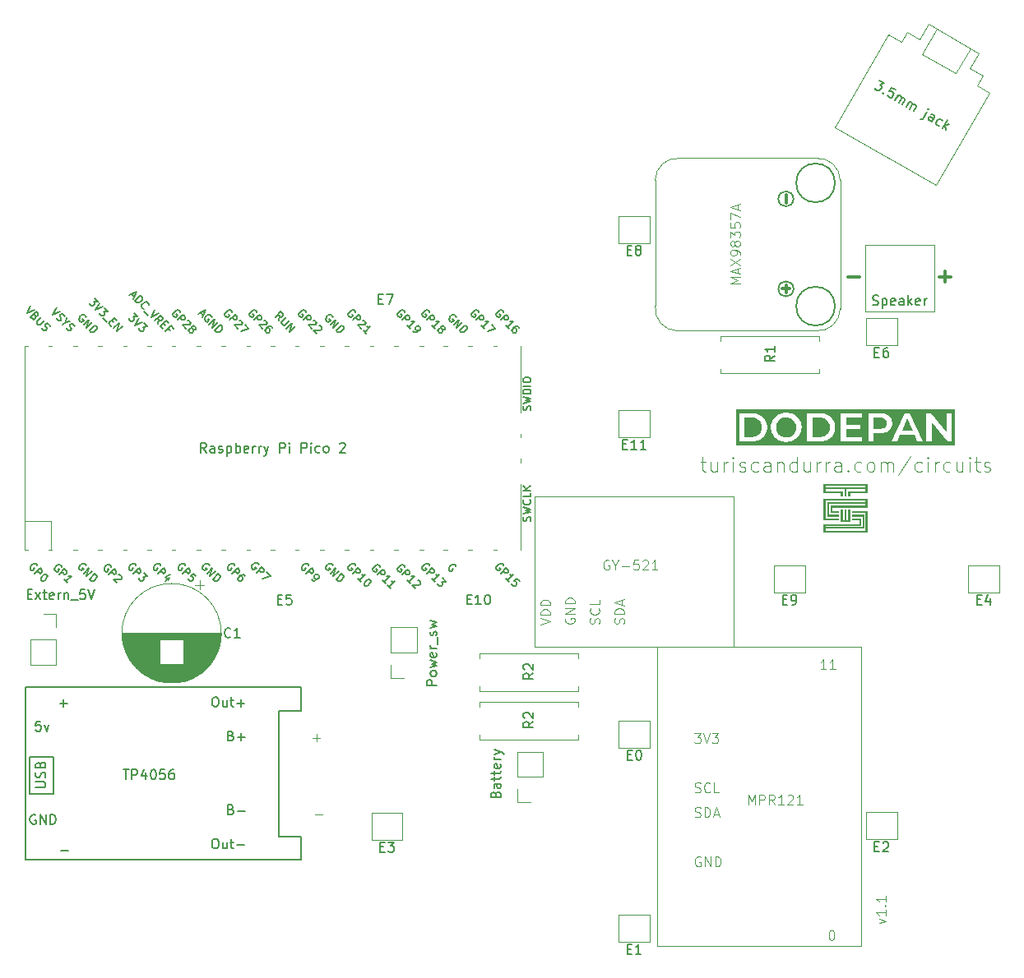
<source format=gbr>
%TF.GenerationSoftware,KiCad,Pcbnew,8.0.5*%
%TF.CreationDate,2024-09-20T22:11:25+01:00*%
%TF.ProjectId,Dodepan_PCB_THT.kicad_pro,446f6465-7061-46e5-9f50-43425f544854,rev?*%
%TF.SameCoordinates,Original*%
%TF.FileFunction,Legend,Top*%
%TF.FilePolarity,Positive*%
%FSLAX46Y46*%
G04 Gerber Fmt 4.6, Leading zero omitted, Abs format (unit mm)*
G04 Created by KiCad (PCBNEW 8.0.5) date 2024-09-20 22:11:25*
%MOMM*%
%LPD*%
G01*
G04 APERTURE LIST*
%ADD10C,0.000000*%
%ADD11C,0.100000*%
%ADD12C,0.150000*%
%ADD13C,0.300000*%
%ADD14C,0.120000*%
%ADD15C,0.304800*%
%ADD16C,0.203200*%
G04 APERTURE END LIST*
D10*
G36*
X169172751Y-89347997D02*
G01*
X169360251Y-89347997D01*
X169360251Y-88222998D01*
X169547751Y-88222998D01*
X169547751Y-89347997D01*
X169735251Y-89347997D01*
X169735251Y-88222998D01*
X169922751Y-88222998D01*
X169922751Y-89535497D01*
X168985252Y-89535497D01*
X168985252Y-88222998D01*
X169172751Y-88222998D01*
X169172751Y-89347997D01*
G37*
D11*
X171450000Y-60960000D02*
X178562000Y-60960000D01*
X178562000Y-67818000D01*
X171450000Y-67818000D01*
X171450000Y-60960000D01*
D10*
G36*
X171704000Y-88035498D02*
G01*
X168141502Y-88035498D01*
X168141502Y-88410498D01*
X168797752Y-88410498D01*
X168797752Y-88597998D01*
X167954003Y-88597998D01*
X167954003Y-87847998D01*
X171516500Y-87847998D01*
X171516500Y-87660499D01*
X167766503Y-87660499D01*
X167766503Y-88785498D01*
X168797752Y-88785498D01*
X168797752Y-88972998D01*
X167579003Y-88972998D01*
X167579003Y-87472999D01*
X171516500Y-87472999D01*
X171516500Y-87285499D01*
X167391503Y-87285499D01*
X167391503Y-89160497D01*
X168797752Y-89160497D01*
X168797752Y-89347997D01*
X167204003Y-89347997D01*
X167204003Y-87097999D01*
X171704000Y-87097999D01*
X171704000Y-88035498D01*
G37*
G36*
X171704000Y-86535500D02*
G01*
X169922751Y-86535500D01*
X169922751Y-86910499D01*
X169735251Y-86910499D01*
X169735251Y-86348000D01*
X171516500Y-86348000D01*
X171516500Y-86160500D01*
X169547751Y-86160500D01*
X169547751Y-86910499D01*
X169360251Y-86910499D01*
X169360251Y-86160500D01*
X167391503Y-86160500D01*
X167391503Y-86348000D01*
X169172751Y-86348000D01*
X169172751Y-86910499D01*
X168985252Y-86910499D01*
X168985252Y-86535500D01*
X167204003Y-86535500D01*
X167204003Y-85973000D01*
X167391503Y-85973000D01*
X171516500Y-85973000D01*
X171516500Y-85785500D01*
X167391503Y-85785500D01*
X167391503Y-85973000D01*
X167204003Y-85973000D01*
X167204003Y-85785500D01*
X167204003Y-85598000D01*
X171704000Y-85598000D01*
X171704000Y-86535500D01*
G37*
G36*
X171704000Y-90597996D02*
G01*
X167204003Y-90597996D01*
X167204003Y-89722997D01*
X170891500Y-89722997D01*
X170891500Y-89347997D01*
X170110251Y-89347997D01*
X170110251Y-89160497D01*
X171079000Y-89160497D01*
X171079000Y-89910497D01*
X167391503Y-89910497D01*
X167391503Y-90035497D01*
X171204000Y-90035497D01*
X171204000Y-88972998D01*
X170110251Y-88972998D01*
X170110251Y-88785498D01*
X171391500Y-88785498D01*
X171391500Y-90222997D01*
X167391503Y-90222997D01*
X167391503Y-90410497D01*
X171516500Y-90410497D01*
X171516500Y-88597998D01*
X170110251Y-88597998D01*
X170110251Y-88410498D01*
X171704000Y-88410498D01*
X171704000Y-90597996D01*
G37*
D11*
G36*
X163437098Y-78735819D02*
G01*
X163592585Y-78757966D01*
X163738799Y-78801095D01*
X163875739Y-78865205D01*
X163946772Y-78908979D01*
X164062190Y-79000665D01*
X164161610Y-79108928D01*
X164245034Y-79233768D01*
X164283874Y-79309123D01*
X164337198Y-79451794D01*
X164369192Y-79603508D01*
X164379856Y-79764263D01*
X164376565Y-79854688D01*
X164354050Y-80010420D01*
X164310207Y-80157110D01*
X164245034Y-80294759D01*
X164200663Y-80366178D01*
X164108352Y-80481931D01*
X164000044Y-80581222D01*
X163875739Y-80664054D01*
X163800806Y-80702050D01*
X163658714Y-80754214D01*
X163507348Y-80785512D01*
X163346709Y-80795945D01*
X163256320Y-80792725D01*
X163100833Y-80770700D01*
X162954619Y-80727810D01*
X162817679Y-80664054D01*
X162746628Y-80620069D01*
X162631088Y-80528093D01*
X162531429Y-80419656D01*
X162447651Y-80294759D01*
X162409022Y-80219403D01*
X162355988Y-80076732D01*
X162324168Y-79925018D01*
X162313562Y-79764263D01*
X162316835Y-79673838D01*
X162339227Y-79518106D01*
X162382832Y-79371416D01*
X162447651Y-79233768D01*
X162492234Y-79162366D01*
X162584834Y-79046736D01*
X162693316Y-78947682D01*
X162817679Y-78865205D01*
X162892612Y-78826998D01*
X163034704Y-78774544D01*
X163186070Y-78743072D01*
X163346709Y-78732581D01*
X163437098Y-78735819D01*
G37*
G36*
X159884558Y-78757477D02*
G01*
X160034241Y-78776940D01*
X160190919Y-78817448D01*
X160335195Y-78877662D01*
X160394798Y-78910279D01*
X160516011Y-78995809D01*
X160629756Y-79110555D01*
X160713283Y-79231569D01*
X160758354Y-79320175D01*
X160808476Y-79462840D01*
X160837617Y-79617214D01*
X160845906Y-79764263D01*
X160842669Y-79857271D01*
X160820521Y-80015669D01*
X160777393Y-80162475D01*
X160713283Y-80297689D01*
X160687424Y-80339771D01*
X160586903Y-80466739D01*
X160464342Y-80573242D01*
X160335195Y-80651597D01*
X160224052Y-80699848D01*
X160070130Y-80744471D01*
X159922897Y-80767689D01*
X159765865Y-80775428D01*
X159052187Y-80775428D01*
X159052187Y-78753098D01*
X159765865Y-78753098D01*
X159884558Y-78757477D01*
G37*
G36*
X166886512Y-78757477D02*
G01*
X167036195Y-78776940D01*
X167192873Y-78817448D01*
X167337149Y-78877662D01*
X167396751Y-78910279D01*
X167517965Y-78995809D01*
X167631710Y-79110555D01*
X167715236Y-79231569D01*
X167760308Y-79320175D01*
X167810430Y-79462840D01*
X167839571Y-79617214D01*
X167847860Y-79764263D01*
X167844622Y-79857271D01*
X167822475Y-80015669D01*
X167779347Y-80162475D01*
X167715236Y-80297689D01*
X167689378Y-80339771D01*
X167588857Y-80466739D01*
X167466296Y-80573242D01*
X167337149Y-80651597D01*
X167226006Y-80699848D01*
X167072084Y-80744471D01*
X166924851Y-80767689D01*
X166767818Y-80775428D01*
X166054141Y-80775428D01*
X166054141Y-78753098D01*
X166767818Y-78753098D01*
X166886512Y-78757477D01*
G37*
G36*
X173080605Y-78756819D02*
G01*
X173234810Y-78778251D01*
X173382563Y-78825134D01*
X173514783Y-78905505D01*
X173537231Y-78925071D01*
X173634809Y-79051104D01*
X173685499Y-79192726D01*
X173700163Y-79342211D01*
X173699982Y-79359851D01*
X173678258Y-79522082D01*
X173620327Y-79658553D01*
X173514783Y-79778918D01*
X173411697Y-79845596D01*
X173269998Y-79897837D01*
X173121174Y-79924032D01*
X172973297Y-79931325D01*
X172335090Y-79931325D01*
X172335090Y-78753098D01*
X172973297Y-78753098D01*
X173080605Y-78756819D01*
G37*
G36*
X176373157Y-80118904D02*
G01*
X175268202Y-80118904D01*
X175818481Y-78863007D01*
X176373157Y-80118904D01*
G37*
G36*
X180737230Y-81598224D02*
G01*
X158172971Y-81598224D01*
X158172971Y-80775428D01*
X158506304Y-80775428D01*
X158506304Y-81217997D01*
X159791510Y-81217997D01*
X159849899Y-81217292D01*
X160020121Y-81206731D01*
X160182924Y-81183495D01*
X160338309Y-81147586D01*
X160486274Y-81099003D01*
X160626821Y-81037745D01*
X160737073Y-80977556D01*
X160858798Y-80895743D01*
X160986224Y-80787075D01*
X161097942Y-80664172D01*
X161193952Y-80527033D01*
X161272467Y-80377583D01*
X161331697Y-80218386D01*
X161367117Y-80074173D01*
X161388369Y-79922799D01*
X161395453Y-79764263D01*
X161763283Y-79764263D01*
X161764087Y-79817071D01*
X161776151Y-79971717D01*
X161802692Y-80120695D01*
X161843711Y-80264007D01*
X161899207Y-80401651D01*
X161969179Y-80533628D01*
X161982200Y-80554960D01*
X162066692Y-80676822D01*
X162179072Y-80805711D01*
X162287229Y-80904801D01*
X162406309Y-80993381D01*
X162536311Y-81071451D01*
X162581809Y-81094875D01*
X162722424Y-81156081D01*
X162869222Y-81203685D01*
X163022202Y-81237689D01*
X163181364Y-81258090D01*
X163346709Y-81264891D01*
X163402511Y-81264136D01*
X163565795Y-81252801D01*
X163722896Y-81227865D01*
X163873816Y-81189328D01*
X164018552Y-81137190D01*
X164157107Y-81071451D01*
X164287109Y-80993458D01*
X164406189Y-80905110D01*
X164531311Y-80788949D01*
X164542756Y-80775428D01*
X165508258Y-80775428D01*
X165508258Y-81217997D01*
X166793464Y-81217997D01*
X168975530Y-81217997D01*
X171180310Y-81217997D01*
X171180310Y-80775428D01*
X169521412Y-80775428D01*
X169521412Y-79951842D01*
X170940708Y-79951842D01*
X170940708Y-79931325D01*
X171789207Y-79931325D01*
X171789207Y-81217997D01*
X172335090Y-81217997D01*
X174230659Y-81217997D01*
X174793394Y-81217997D01*
X175083555Y-80561472D01*
X176553408Y-80561472D01*
X176847232Y-81217997D01*
X177418761Y-81217997D01*
X177791719Y-81217997D01*
X178333206Y-81217997D01*
X178333206Y-79272602D01*
X179954734Y-81217997D01*
X180403897Y-81217997D01*
X180403897Y-78310530D01*
X179862410Y-78310530D01*
X179862410Y-80290362D01*
X178240882Y-78310530D01*
X177791719Y-78310530D01*
X177791719Y-81217997D01*
X177418761Y-81217997D01*
X176091789Y-78310530D01*
X175553966Y-78310530D01*
X174730901Y-80118904D01*
X174230659Y-81217997D01*
X172335090Y-81217997D01*
X172335090Y-80373893D01*
X172998942Y-80373893D01*
X173046277Y-80373410D01*
X173205911Y-80364098D01*
X173356147Y-80342935D01*
X173516340Y-80304238D01*
X173664260Y-80250062D01*
X173749636Y-80208470D01*
X173886995Y-80120172D01*
X174003372Y-80014601D01*
X174098768Y-79891758D01*
X174150313Y-79800997D01*
X174207636Y-79654229D01*
X174240963Y-79494711D01*
X174250442Y-79342211D01*
X174245110Y-79225725D01*
X174221411Y-79079866D01*
X174172087Y-78928694D01*
X174098768Y-78791200D01*
X174037502Y-78707909D01*
X173928118Y-78597270D01*
X173797754Y-78503787D01*
X173664260Y-78435093D01*
X173610228Y-78412833D01*
X173457706Y-78364175D01*
X173314181Y-78334372D01*
X173161260Y-78316490D01*
X172998942Y-78310530D01*
X171789207Y-78310530D01*
X171789207Y-79931325D01*
X170940708Y-79931325D01*
X170940708Y-79509274D01*
X169521412Y-79509274D01*
X169521412Y-78753098D01*
X171121691Y-78753098D01*
X171121691Y-78310530D01*
X168975530Y-78310530D01*
X168975530Y-81217997D01*
X166793464Y-81217997D01*
X166851853Y-81217292D01*
X167022075Y-81206731D01*
X167184878Y-81183495D01*
X167340263Y-81147586D01*
X167488228Y-81099003D01*
X167628775Y-81037745D01*
X167739027Y-80977556D01*
X167860752Y-80895743D01*
X167988178Y-80787075D01*
X168099896Y-80664172D01*
X168195906Y-80527033D01*
X168274421Y-80377583D01*
X168333651Y-80218386D01*
X168369071Y-80074173D01*
X168390323Y-79922799D01*
X168397407Y-79764263D01*
X168390323Y-79605753D01*
X168369071Y-79454456D01*
X168333651Y-79310372D01*
X168274421Y-79151390D01*
X168195906Y-79002225D01*
X168128930Y-78902624D01*
X168021700Y-78775503D01*
X167898762Y-78662758D01*
X167760116Y-78564389D01*
X167628775Y-78491514D01*
X167582750Y-78469598D01*
X167439731Y-78412333D01*
X167289292Y-78367794D01*
X167131435Y-78335981D01*
X166966159Y-78316892D01*
X166793464Y-78310530D01*
X165508258Y-78310530D01*
X165508258Y-80775428D01*
X164542756Y-80775428D01*
X164641566Y-80658693D01*
X164724239Y-80535826D01*
X164749171Y-80492713D01*
X164814318Y-80359284D01*
X164864988Y-80219725D01*
X164901181Y-80074036D01*
X164922897Y-79922215D01*
X164930135Y-79764263D01*
X164929331Y-79710934D01*
X164917267Y-79555069D01*
X164890725Y-79405386D01*
X164849707Y-79261886D01*
X164794211Y-79124568D01*
X164724239Y-78993433D01*
X164641566Y-78870343D01*
X164531311Y-78739957D01*
X164406189Y-78623805D01*
X164287109Y-78535577D01*
X164157107Y-78457808D01*
X164111609Y-78434295D01*
X163970994Y-78372857D01*
X163824196Y-78325073D01*
X163671216Y-78290941D01*
X163512054Y-78270461D01*
X163346709Y-78263635D01*
X163290907Y-78264394D01*
X163127623Y-78275771D01*
X162970522Y-78300801D01*
X162819602Y-78339484D01*
X162674866Y-78391820D01*
X162536311Y-78457808D01*
X162513886Y-78470046D01*
X162385704Y-78549661D01*
X162268444Y-78639890D01*
X162145446Y-78758570D01*
X162051852Y-78871794D01*
X161969179Y-78995631D01*
X161944246Y-79038905D01*
X161879099Y-79172539D01*
X161828430Y-79311892D01*
X161792237Y-79456964D01*
X161770521Y-79607754D01*
X161763283Y-79764263D01*
X161395453Y-79764263D01*
X161388369Y-79605753D01*
X161367117Y-79454456D01*
X161331697Y-79310372D01*
X161272467Y-79151390D01*
X161193952Y-79002225D01*
X161126977Y-78902624D01*
X161019746Y-78775503D01*
X160896808Y-78662758D01*
X160758162Y-78564389D01*
X160626821Y-78491514D01*
X160580796Y-78469598D01*
X160437777Y-78412333D01*
X160287338Y-78367794D01*
X160129481Y-78335981D01*
X159964205Y-78316892D01*
X159791510Y-78310530D01*
X158506304Y-78310530D01*
X158506304Y-80775428D01*
X158172971Y-80775428D01*
X158172971Y-77930302D01*
X180737230Y-77930302D01*
X180737230Y-81598224D01*
G37*
D12*
X172247160Y-67132200D02*
X172390017Y-67179819D01*
X172390017Y-67179819D02*
X172628112Y-67179819D01*
X172628112Y-67179819D02*
X172723350Y-67132200D01*
X172723350Y-67132200D02*
X172770969Y-67084580D01*
X172770969Y-67084580D02*
X172818588Y-66989342D01*
X172818588Y-66989342D02*
X172818588Y-66894104D01*
X172818588Y-66894104D02*
X172770969Y-66798866D01*
X172770969Y-66798866D02*
X172723350Y-66751247D01*
X172723350Y-66751247D02*
X172628112Y-66703628D01*
X172628112Y-66703628D02*
X172437636Y-66656009D01*
X172437636Y-66656009D02*
X172342398Y-66608390D01*
X172342398Y-66608390D02*
X172294779Y-66560771D01*
X172294779Y-66560771D02*
X172247160Y-66465533D01*
X172247160Y-66465533D02*
X172247160Y-66370295D01*
X172247160Y-66370295D02*
X172294779Y-66275057D01*
X172294779Y-66275057D02*
X172342398Y-66227438D01*
X172342398Y-66227438D02*
X172437636Y-66179819D01*
X172437636Y-66179819D02*
X172675731Y-66179819D01*
X172675731Y-66179819D02*
X172818588Y-66227438D01*
X173247160Y-66513152D02*
X173247160Y-67513152D01*
X173247160Y-66560771D02*
X173342398Y-66513152D01*
X173342398Y-66513152D02*
X173532874Y-66513152D01*
X173532874Y-66513152D02*
X173628112Y-66560771D01*
X173628112Y-66560771D02*
X173675731Y-66608390D01*
X173675731Y-66608390D02*
X173723350Y-66703628D01*
X173723350Y-66703628D02*
X173723350Y-66989342D01*
X173723350Y-66989342D02*
X173675731Y-67084580D01*
X173675731Y-67084580D02*
X173628112Y-67132200D01*
X173628112Y-67132200D02*
X173532874Y-67179819D01*
X173532874Y-67179819D02*
X173342398Y-67179819D01*
X173342398Y-67179819D02*
X173247160Y-67132200D01*
X174532874Y-67132200D02*
X174437636Y-67179819D01*
X174437636Y-67179819D02*
X174247160Y-67179819D01*
X174247160Y-67179819D02*
X174151922Y-67132200D01*
X174151922Y-67132200D02*
X174104303Y-67036961D01*
X174104303Y-67036961D02*
X174104303Y-66656009D01*
X174104303Y-66656009D02*
X174151922Y-66560771D01*
X174151922Y-66560771D02*
X174247160Y-66513152D01*
X174247160Y-66513152D02*
X174437636Y-66513152D01*
X174437636Y-66513152D02*
X174532874Y-66560771D01*
X174532874Y-66560771D02*
X174580493Y-66656009D01*
X174580493Y-66656009D02*
X174580493Y-66751247D01*
X174580493Y-66751247D02*
X174104303Y-66846485D01*
X175437636Y-67179819D02*
X175437636Y-66656009D01*
X175437636Y-66656009D02*
X175390017Y-66560771D01*
X175390017Y-66560771D02*
X175294779Y-66513152D01*
X175294779Y-66513152D02*
X175104303Y-66513152D01*
X175104303Y-66513152D02*
X175009065Y-66560771D01*
X175437636Y-67132200D02*
X175342398Y-67179819D01*
X175342398Y-67179819D02*
X175104303Y-67179819D01*
X175104303Y-67179819D02*
X175009065Y-67132200D01*
X175009065Y-67132200D02*
X174961446Y-67036961D01*
X174961446Y-67036961D02*
X174961446Y-66941723D01*
X174961446Y-66941723D02*
X175009065Y-66846485D01*
X175009065Y-66846485D02*
X175104303Y-66798866D01*
X175104303Y-66798866D02*
X175342398Y-66798866D01*
X175342398Y-66798866D02*
X175437636Y-66751247D01*
X175913827Y-67179819D02*
X175913827Y-66179819D01*
X176009065Y-66798866D02*
X176294779Y-67179819D01*
X176294779Y-66513152D02*
X175913827Y-66894104D01*
X177104303Y-67132200D02*
X177009065Y-67179819D01*
X177009065Y-67179819D02*
X176818589Y-67179819D01*
X176818589Y-67179819D02*
X176723351Y-67132200D01*
X176723351Y-67132200D02*
X176675732Y-67036961D01*
X176675732Y-67036961D02*
X176675732Y-66656009D01*
X176675732Y-66656009D02*
X176723351Y-66560771D01*
X176723351Y-66560771D02*
X176818589Y-66513152D01*
X176818589Y-66513152D02*
X177009065Y-66513152D01*
X177009065Y-66513152D02*
X177104303Y-66560771D01*
X177104303Y-66560771D02*
X177151922Y-66656009D01*
X177151922Y-66656009D02*
X177151922Y-66751247D01*
X177151922Y-66751247D02*
X176675732Y-66846485D01*
X177580494Y-67179819D02*
X177580494Y-66513152D01*
X177580494Y-66703628D02*
X177628113Y-66608390D01*
X177628113Y-66608390D02*
X177675732Y-66560771D01*
X177675732Y-66560771D02*
X177770970Y-66513152D01*
X177770970Y-66513152D02*
X177866208Y-66513152D01*
D11*
X172941752Y-130855353D02*
X173608419Y-130617258D01*
X173608419Y-130617258D02*
X172941752Y-130379163D01*
X173608419Y-129474401D02*
X173608419Y-130045829D01*
X173608419Y-129760115D02*
X172608419Y-129760115D01*
X172608419Y-129760115D02*
X172751276Y-129855353D01*
X172751276Y-129855353D02*
X172846514Y-129950591D01*
X172846514Y-129950591D02*
X172894133Y-130045829D01*
X173513180Y-129045829D02*
X173560800Y-128998210D01*
X173560800Y-128998210D02*
X173608419Y-129045829D01*
X173608419Y-129045829D02*
X173560800Y-129093448D01*
X173560800Y-129093448D02*
X173513180Y-129045829D01*
X173513180Y-129045829D02*
X173608419Y-129045829D01*
X173608419Y-128045830D02*
X173608419Y-128617258D01*
X173608419Y-128331544D02*
X172608419Y-128331544D01*
X172608419Y-128331544D02*
X172751276Y-128426782D01*
X172751276Y-128426782D02*
X172846514Y-128522020D01*
X172846514Y-128522020D02*
X172894133Y-128617258D01*
X114857884Y-119633466D02*
X115619789Y-119633466D01*
X114603884Y-111759466D02*
X115365789Y-111759466D01*
X114984836Y-112140419D02*
X114984836Y-111378514D01*
D13*
X179116510Y-64253400D02*
X180259368Y-64253400D01*
X179687939Y-64824828D02*
X179687939Y-63681971D01*
X169718510Y-64253400D02*
X170861368Y-64253400D01*
D11*
X154519790Y-83333225D02*
X155091218Y-83333225D01*
X154734075Y-82833225D02*
X154734075Y-84118939D01*
X154734075Y-84118939D02*
X154805504Y-84261797D01*
X154805504Y-84261797D02*
X154948361Y-84333225D01*
X154948361Y-84333225D02*
X155091218Y-84333225D01*
X156234076Y-83333225D02*
X156234076Y-84333225D01*
X155591218Y-83333225D02*
X155591218Y-84118939D01*
X155591218Y-84118939D02*
X155662647Y-84261797D01*
X155662647Y-84261797D02*
X155805504Y-84333225D01*
X155805504Y-84333225D02*
X156019790Y-84333225D01*
X156019790Y-84333225D02*
X156162647Y-84261797D01*
X156162647Y-84261797D02*
X156234076Y-84190368D01*
X156948361Y-84333225D02*
X156948361Y-83333225D01*
X156948361Y-83618939D02*
X157019790Y-83476082D01*
X157019790Y-83476082D02*
X157091219Y-83404654D01*
X157091219Y-83404654D02*
X157234076Y-83333225D01*
X157234076Y-83333225D02*
X157376933Y-83333225D01*
X157876932Y-84333225D02*
X157876932Y-83333225D01*
X157876932Y-82833225D02*
X157805504Y-82904654D01*
X157805504Y-82904654D02*
X157876932Y-82976082D01*
X157876932Y-82976082D02*
X157948361Y-82904654D01*
X157948361Y-82904654D02*
X157876932Y-82833225D01*
X157876932Y-82833225D02*
X157876932Y-82976082D01*
X158519790Y-84261797D02*
X158662647Y-84333225D01*
X158662647Y-84333225D02*
X158948361Y-84333225D01*
X158948361Y-84333225D02*
X159091218Y-84261797D01*
X159091218Y-84261797D02*
X159162647Y-84118939D01*
X159162647Y-84118939D02*
X159162647Y-84047511D01*
X159162647Y-84047511D02*
X159091218Y-83904654D01*
X159091218Y-83904654D02*
X158948361Y-83833225D01*
X158948361Y-83833225D02*
X158734076Y-83833225D01*
X158734076Y-83833225D02*
X158591218Y-83761797D01*
X158591218Y-83761797D02*
X158519790Y-83618939D01*
X158519790Y-83618939D02*
X158519790Y-83547511D01*
X158519790Y-83547511D02*
X158591218Y-83404654D01*
X158591218Y-83404654D02*
X158734076Y-83333225D01*
X158734076Y-83333225D02*
X158948361Y-83333225D01*
X158948361Y-83333225D02*
X159091218Y-83404654D01*
X160448362Y-84261797D02*
X160305504Y-84333225D01*
X160305504Y-84333225D02*
X160019790Y-84333225D01*
X160019790Y-84333225D02*
X159876933Y-84261797D01*
X159876933Y-84261797D02*
X159805504Y-84190368D01*
X159805504Y-84190368D02*
X159734076Y-84047511D01*
X159734076Y-84047511D02*
X159734076Y-83618939D01*
X159734076Y-83618939D02*
X159805504Y-83476082D01*
X159805504Y-83476082D02*
X159876933Y-83404654D01*
X159876933Y-83404654D02*
X160019790Y-83333225D01*
X160019790Y-83333225D02*
X160305504Y-83333225D01*
X160305504Y-83333225D02*
X160448362Y-83404654D01*
X161734076Y-84333225D02*
X161734076Y-83547511D01*
X161734076Y-83547511D02*
X161662647Y-83404654D01*
X161662647Y-83404654D02*
X161519790Y-83333225D01*
X161519790Y-83333225D02*
X161234076Y-83333225D01*
X161234076Y-83333225D02*
X161091218Y-83404654D01*
X161734076Y-84261797D02*
X161591218Y-84333225D01*
X161591218Y-84333225D02*
X161234076Y-84333225D01*
X161234076Y-84333225D02*
X161091218Y-84261797D01*
X161091218Y-84261797D02*
X161019790Y-84118939D01*
X161019790Y-84118939D02*
X161019790Y-83976082D01*
X161019790Y-83976082D02*
X161091218Y-83833225D01*
X161091218Y-83833225D02*
X161234076Y-83761797D01*
X161234076Y-83761797D02*
X161591218Y-83761797D01*
X161591218Y-83761797D02*
X161734076Y-83690368D01*
X162448361Y-83333225D02*
X162448361Y-84333225D01*
X162448361Y-83476082D02*
X162519790Y-83404654D01*
X162519790Y-83404654D02*
X162662647Y-83333225D01*
X162662647Y-83333225D02*
X162876933Y-83333225D01*
X162876933Y-83333225D02*
X163019790Y-83404654D01*
X163019790Y-83404654D02*
X163091219Y-83547511D01*
X163091219Y-83547511D02*
X163091219Y-84333225D01*
X164448362Y-84333225D02*
X164448362Y-82833225D01*
X164448362Y-84261797D02*
X164305504Y-84333225D01*
X164305504Y-84333225D02*
X164019790Y-84333225D01*
X164019790Y-84333225D02*
X163876933Y-84261797D01*
X163876933Y-84261797D02*
X163805504Y-84190368D01*
X163805504Y-84190368D02*
X163734076Y-84047511D01*
X163734076Y-84047511D02*
X163734076Y-83618939D01*
X163734076Y-83618939D02*
X163805504Y-83476082D01*
X163805504Y-83476082D02*
X163876933Y-83404654D01*
X163876933Y-83404654D02*
X164019790Y-83333225D01*
X164019790Y-83333225D02*
X164305504Y-83333225D01*
X164305504Y-83333225D02*
X164448362Y-83404654D01*
X165805505Y-83333225D02*
X165805505Y-84333225D01*
X165162647Y-83333225D02*
X165162647Y-84118939D01*
X165162647Y-84118939D02*
X165234076Y-84261797D01*
X165234076Y-84261797D02*
X165376933Y-84333225D01*
X165376933Y-84333225D02*
X165591219Y-84333225D01*
X165591219Y-84333225D02*
X165734076Y-84261797D01*
X165734076Y-84261797D02*
X165805505Y-84190368D01*
X166519790Y-84333225D02*
X166519790Y-83333225D01*
X166519790Y-83618939D02*
X166591219Y-83476082D01*
X166591219Y-83476082D02*
X166662648Y-83404654D01*
X166662648Y-83404654D02*
X166805505Y-83333225D01*
X166805505Y-83333225D02*
X166948362Y-83333225D01*
X167448361Y-84333225D02*
X167448361Y-83333225D01*
X167448361Y-83618939D02*
X167519790Y-83476082D01*
X167519790Y-83476082D02*
X167591219Y-83404654D01*
X167591219Y-83404654D02*
X167734076Y-83333225D01*
X167734076Y-83333225D02*
X167876933Y-83333225D01*
X169019790Y-84333225D02*
X169019790Y-83547511D01*
X169019790Y-83547511D02*
X168948361Y-83404654D01*
X168948361Y-83404654D02*
X168805504Y-83333225D01*
X168805504Y-83333225D02*
X168519790Y-83333225D01*
X168519790Y-83333225D02*
X168376932Y-83404654D01*
X169019790Y-84261797D02*
X168876932Y-84333225D01*
X168876932Y-84333225D02*
X168519790Y-84333225D01*
X168519790Y-84333225D02*
X168376932Y-84261797D01*
X168376932Y-84261797D02*
X168305504Y-84118939D01*
X168305504Y-84118939D02*
X168305504Y-83976082D01*
X168305504Y-83976082D02*
X168376932Y-83833225D01*
X168376932Y-83833225D02*
X168519790Y-83761797D01*
X168519790Y-83761797D02*
X168876932Y-83761797D01*
X168876932Y-83761797D02*
X169019790Y-83690368D01*
X169734075Y-84190368D02*
X169805504Y-84261797D01*
X169805504Y-84261797D02*
X169734075Y-84333225D01*
X169734075Y-84333225D02*
X169662647Y-84261797D01*
X169662647Y-84261797D02*
X169734075Y-84190368D01*
X169734075Y-84190368D02*
X169734075Y-84333225D01*
X171091219Y-84261797D02*
X170948361Y-84333225D01*
X170948361Y-84333225D02*
X170662647Y-84333225D01*
X170662647Y-84333225D02*
X170519790Y-84261797D01*
X170519790Y-84261797D02*
X170448361Y-84190368D01*
X170448361Y-84190368D02*
X170376933Y-84047511D01*
X170376933Y-84047511D02*
X170376933Y-83618939D01*
X170376933Y-83618939D02*
X170448361Y-83476082D01*
X170448361Y-83476082D02*
X170519790Y-83404654D01*
X170519790Y-83404654D02*
X170662647Y-83333225D01*
X170662647Y-83333225D02*
X170948361Y-83333225D01*
X170948361Y-83333225D02*
X171091219Y-83404654D01*
X171948361Y-84333225D02*
X171805504Y-84261797D01*
X171805504Y-84261797D02*
X171734075Y-84190368D01*
X171734075Y-84190368D02*
X171662647Y-84047511D01*
X171662647Y-84047511D02*
X171662647Y-83618939D01*
X171662647Y-83618939D02*
X171734075Y-83476082D01*
X171734075Y-83476082D02*
X171805504Y-83404654D01*
X171805504Y-83404654D02*
X171948361Y-83333225D01*
X171948361Y-83333225D02*
X172162647Y-83333225D01*
X172162647Y-83333225D02*
X172305504Y-83404654D01*
X172305504Y-83404654D02*
X172376933Y-83476082D01*
X172376933Y-83476082D02*
X172448361Y-83618939D01*
X172448361Y-83618939D02*
X172448361Y-84047511D01*
X172448361Y-84047511D02*
X172376933Y-84190368D01*
X172376933Y-84190368D02*
X172305504Y-84261797D01*
X172305504Y-84261797D02*
X172162647Y-84333225D01*
X172162647Y-84333225D02*
X171948361Y-84333225D01*
X173091218Y-84333225D02*
X173091218Y-83333225D01*
X173091218Y-83476082D02*
X173162647Y-83404654D01*
X173162647Y-83404654D02*
X173305504Y-83333225D01*
X173305504Y-83333225D02*
X173519790Y-83333225D01*
X173519790Y-83333225D02*
X173662647Y-83404654D01*
X173662647Y-83404654D02*
X173734076Y-83547511D01*
X173734076Y-83547511D02*
X173734076Y-84333225D01*
X173734076Y-83547511D02*
X173805504Y-83404654D01*
X173805504Y-83404654D02*
X173948361Y-83333225D01*
X173948361Y-83333225D02*
X174162647Y-83333225D01*
X174162647Y-83333225D02*
X174305504Y-83404654D01*
X174305504Y-83404654D02*
X174376933Y-83547511D01*
X174376933Y-83547511D02*
X174376933Y-84333225D01*
X176162647Y-82761797D02*
X174876933Y-84690368D01*
X177305505Y-84261797D02*
X177162647Y-84333225D01*
X177162647Y-84333225D02*
X176876933Y-84333225D01*
X176876933Y-84333225D02*
X176734076Y-84261797D01*
X176734076Y-84261797D02*
X176662647Y-84190368D01*
X176662647Y-84190368D02*
X176591219Y-84047511D01*
X176591219Y-84047511D02*
X176591219Y-83618939D01*
X176591219Y-83618939D02*
X176662647Y-83476082D01*
X176662647Y-83476082D02*
X176734076Y-83404654D01*
X176734076Y-83404654D02*
X176876933Y-83333225D01*
X176876933Y-83333225D02*
X177162647Y-83333225D01*
X177162647Y-83333225D02*
X177305505Y-83404654D01*
X177948361Y-84333225D02*
X177948361Y-83333225D01*
X177948361Y-82833225D02*
X177876933Y-82904654D01*
X177876933Y-82904654D02*
X177948361Y-82976082D01*
X177948361Y-82976082D02*
X178019790Y-82904654D01*
X178019790Y-82904654D02*
X177948361Y-82833225D01*
X177948361Y-82833225D02*
X177948361Y-82976082D01*
X178662647Y-84333225D02*
X178662647Y-83333225D01*
X178662647Y-83618939D02*
X178734076Y-83476082D01*
X178734076Y-83476082D02*
X178805505Y-83404654D01*
X178805505Y-83404654D02*
X178948362Y-83333225D01*
X178948362Y-83333225D02*
X179091219Y-83333225D01*
X180234076Y-84261797D02*
X180091218Y-84333225D01*
X180091218Y-84333225D02*
X179805504Y-84333225D01*
X179805504Y-84333225D02*
X179662647Y-84261797D01*
X179662647Y-84261797D02*
X179591218Y-84190368D01*
X179591218Y-84190368D02*
X179519790Y-84047511D01*
X179519790Y-84047511D02*
X179519790Y-83618939D01*
X179519790Y-83618939D02*
X179591218Y-83476082D01*
X179591218Y-83476082D02*
X179662647Y-83404654D01*
X179662647Y-83404654D02*
X179805504Y-83333225D01*
X179805504Y-83333225D02*
X180091218Y-83333225D01*
X180091218Y-83333225D02*
X180234076Y-83404654D01*
X181519790Y-83333225D02*
X181519790Y-84333225D01*
X180876932Y-83333225D02*
X180876932Y-84118939D01*
X180876932Y-84118939D02*
X180948361Y-84261797D01*
X180948361Y-84261797D02*
X181091218Y-84333225D01*
X181091218Y-84333225D02*
X181305504Y-84333225D01*
X181305504Y-84333225D02*
X181448361Y-84261797D01*
X181448361Y-84261797D02*
X181519790Y-84190368D01*
X182234075Y-84333225D02*
X182234075Y-83333225D01*
X182234075Y-82833225D02*
X182162647Y-82904654D01*
X182162647Y-82904654D02*
X182234075Y-82976082D01*
X182234075Y-82976082D02*
X182305504Y-82904654D01*
X182305504Y-82904654D02*
X182234075Y-82833225D01*
X182234075Y-82833225D02*
X182234075Y-82976082D01*
X182734076Y-83333225D02*
X183305504Y-83333225D01*
X182948361Y-82833225D02*
X182948361Y-84118939D01*
X182948361Y-84118939D02*
X183019790Y-84261797D01*
X183019790Y-84261797D02*
X183162647Y-84333225D01*
X183162647Y-84333225D02*
X183305504Y-84333225D01*
X183734076Y-84261797D02*
X183876933Y-84333225D01*
X183876933Y-84333225D02*
X184162647Y-84333225D01*
X184162647Y-84333225D02*
X184305504Y-84261797D01*
X184305504Y-84261797D02*
X184376933Y-84118939D01*
X184376933Y-84118939D02*
X184376933Y-84047511D01*
X184376933Y-84047511D02*
X184305504Y-83904654D01*
X184305504Y-83904654D02*
X184162647Y-83833225D01*
X184162647Y-83833225D02*
X183948362Y-83833225D01*
X183948362Y-83833225D02*
X183805504Y-83761797D01*
X183805504Y-83761797D02*
X183734076Y-83618939D01*
X183734076Y-83618939D02*
X183734076Y-83547511D01*
X183734076Y-83547511D02*
X183805504Y-83404654D01*
X183805504Y-83404654D02*
X183948362Y-83333225D01*
X183948362Y-83333225D02*
X184162647Y-83333225D01*
X184162647Y-83333225D02*
X184305504Y-83404654D01*
D12*
X137304819Y-110090466D02*
X136828628Y-110423799D01*
X137304819Y-110661894D02*
X136304819Y-110661894D01*
X136304819Y-110661894D02*
X136304819Y-110280942D01*
X136304819Y-110280942D02*
X136352438Y-110185704D01*
X136352438Y-110185704D02*
X136400057Y-110138085D01*
X136400057Y-110138085D02*
X136495295Y-110090466D01*
X136495295Y-110090466D02*
X136638152Y-110090466D01*
X136638152Y-110090466D02*
X136733390Y-110138085D01*
X136733390Y-110138085D02*
X136781009Y-110185704D01*
X136781009Y-110185704D02*
X136828628Y-110280942D01*
X136828628Y-110280942D02*
X136828628Y-110661894D01*
X136400057Y-109709513D02*
X136352438Y-109661894D01*
X136352438Y-109661894D02*
X136304819Y-109566656D01*
X136304819Y-109566656D02*
X136304819Y-109328561D01*
X136304819Y-109328561D02*
X136352438Y-109233323D01*
X136352438Y-109233323D02*
X136400057Y-109185704D01*
X136400057Y-109185704D02*
X136495295Y-109138085D01*
X136495295Y-109138085D02*
X136590533Y-109138085D01*
X136590533Y-109138085D02*
X136733390Y-109185704D01*
X136733390Y-109185704D02*
X137304819Y-109757132D01*
X137304819Y-109757132D02*
X137304819Y-109138085D01*
X137304819Y-105090466D02*
X136828628Y-105423799D01*
X137304819Y-105661894D02*
X136304819Y-105661894D01*
X136304819Y-105661894D02*
X136304819Y-105280942D01*
X136304819Y-105280942D02*
X136352438Y-105185704D01*
X136352438Y-105185704D02*
X136400057Y-105138085D01*
X136400057Y-105138085D02*
X136495295Y-105090466D01*
X136495295Y-105090466D02*
X136638152Y-105090466D01*
X136638152Y-105090466D02*
X136733390Y-105138085D01*
X136733390Y-105138085D02*
X136781009Y-105185704D01*
X136781009Y-105185704D02*
X136828628Y-105280942D01*
X136828628Y-105280942D02*
X136828628Y-105661894D01*
X136400057Y-104709513D02*
X136352438Y-104661894D01*
X136352438Y-104661894D02*
X136304819Y-104566656D01*
X136304819Y-104566656D02*
X136304819Y-104328561D01*
X136304819Y-104328561D02*
X136352438Y-104233323D01*
X136352438Y-104233323D02*
X136400057Y-104185704D01*
X136400057Y-104185704D02*
X136495295Y-104138085D01*
X136495295Y-104138085D02*
X136590533Y-104138085D01*
X136590533Y-104138085D02*
X136733390Y-104185704D01*
X136733390Y-104185704D02*
X137304819Y-104757132D01*
X137304819Y-104757132D02*
X137304819Y-104138085D01*
X146985124Y-61516209D02*
X147318457Y-61516209D01*
X147461314Y-62040019D02*
X146985124Y-62040019D01*
X146985124Y-62040019D02*
X146985124Y-61040019D01*
X146985124Y-61040019D02*
X147461314Y-61040019D01*
X148032743Y-61468590D02*
X147937505Y-61420971D01*
X147937505Y-61420971D02*
X147889886Y-61373352D01*
X147889886Y-61373352D02*
X147842267Y-61278114D01*
X147842267Y-61278114D02*
X147842267Y-61230495D01*
X147842267Y-61230495D02*
X147889886Y-61135257D01*
X147889886Y-61135257D02*
X147937505Y-61087638D01*
X147937505Y-61087638D02*
X148032743Y-61040019D01*
X148032743Y-61040019D02*
X148223219Y-61040019D01*
X148223219Y-61040019D02*
X148318457Y-61087638D01*
X148318457Y-61087638D02*
X148366076Y-61135257D01*
X148366076Y-61135257D02*
X148413695Y-61230495D01*
X148413695Y-61230495D02*
X148413695Y-61278114D01*
X148413695Y-61278114D02*
X148366076Y-61373352D01*
X148366076Y-61373352D02*
X148318457Y-61420971D01*
X148318457Y-61420971D02*
X148223219Y-61468590D01*
X148223219Y-61468590D02*
X148032743Y-61468590D01*
X148032743Y-61468590D02*
X147937505Y-61516209D01*
X147937505Y-61516209D02*
X147889886Y-61563828D01*
X147889886Y-61563828D02*
X147842267Y-61659066D01*
X147842267Y-61659066D02*
X147842267Y-61849542D01*
X147842267Y-61849542D02*
X147889886Y-61944780D01*
X147889886Y-61944780D02*
X147937505Y-61992400D01*
X147937505Y-61992400D02*
X148032743Y-62040019D01*
X148032743Y-62040019D02*
X148223219Y-62040019D01*
X148223219Y-62040019D02*
X148318457Y-61992400D01*
X148318457Y-61992400D02*
X148366076Y-61944780D01*
X148366076Y-61944780D02*
X148413695Y-61849542D01*
X148413695Y-61849542D02*
X148413695Y-61659066D01*
X148413695Y-61659066D02*
X148366076Y-61563828D01*
X148366076Y-61563828D02*
X148318457Y-61516209D01*
X148318457Y-61516209D02*
X148223219Y-61468590D01*
D11*
X158623219Y-64978818D02*
X157623219Y-64978818D01*
X157623219Y-64978818D02*
X158337504Y-64645485D01*
X158337504Y-64645485D02*
X157623219Y-64312152D01*
X157623219Y-64312152D02*
X158623219Y-64312152D01*
X158337504Y-63883580D02*
X158337504Y-63407390D01*
X158623219Y-63978818D02*
X157623219Y-63645485D01*
X157623219Y-63645485D02*
X158623219Y-63312152D01*
X157623219Y-63074056D02*
X158623219Y-62407390D01*
X157623219Y-62407390D02*
X158623219Y-63074056D01*
X158623219Y-61978818D02*
X158623219Y-61788342D01*
X158623219Y-61788342D02*
X158575600Y-61693104D01*
X158575600Y-61693104D02*
X158527980Y-61645485D01*
X158527980Y-61645485D02*
X158385123Y-61550247D01*
X158385123Y-61550247D02*
X158194647Y-61502628D01*
X158194647Y-61502628D02*
X157813695Y-61502628D01*
X157813695Y-61502628D02*
X157718457Y-61550247D01*
X157718457Y-61550247D02*
X157670838Y-61597866D01*
X157670838Y-61597866D02*
X157623219Y-61693104D01*
X157623219Y-61693104D02*
X157623219Y-61883580D01*
X157623219Y-61883580D02*
X157670838Y-61978818D01*
X157670838Y-61978818D02*
X157718457Y-62026437D01*
X157718457Y-62026437D02*
X157813695Y-62074056D01*
X157813695Y-62074056D02*
X158051790Y-62074056D01*
X158051790Y-62074056D02*
X158147028Y-62026437D01*
X158147028Y-62026437D02*
X158194647Y-61978818D01*
X158194647Y-61978818D02*
X158242266Y-61883580D01*
X158242266Y-61883580D02*
X158242266Y-61693104D01*
X158242266Y-61693104D02*
X158194647Y-61597866D01*
X158194647Y-61597866D02*
X158147028Y-61550247D01*
X158147028Y-61550247D02*
X158051790Y-61502628D01*
X158051790Y-60931199D02*
X158004171Y-61026437D01*
X158004171Y-61026437D02*
X157956552Y-61074056D01*
X157956552Y-61074056D02*
X157861314Y-61121675D01*
X157861314Y-61121675D02*
X157813695Y-61121675D01*
X157813695Y-61121675D02*
X157718457Y-61074056D01*
X157718457Y-61074056D02*
X157670838Y-61026437D01*
X157670838Y-61026437D02*
X157623219Y-60931199D01*
X157623219Y-60931199D02*
X157623219Y-60740723D01*
X157623219Y-60740723D02*
X157670838Y-60645485D01*
X157670838Y-60645485D02*
X157718457Y-60597866D01*
X157718457Y-60597866D02*
X157813695Y-60550247D01*
X157813695Y-60550247D02*
X157861314Y-60550247D01*
X157861314Y-60550247D02*
X157956552Y-60597866D01*
X157956552Y-60597866D02*
X158004171Y-60645485D01*
X158004171Y-60645485D02*
X158051790Y-60740723D01*
X158051790Y-60740723D02*
X158051790Y-60931199D01*
X158051790Y-60931199D02*
X158099409Y-61026437D01*
X158099409Y-61026437D02*
X158147028Y-61074056D01*
X158147028Y-61074056D02*
X158242266Y-61121675D01*
X158242266Y-61121675D02*
X158432742Y-61121675D01*
X158432742Y-61121675D02*
X158527980Y-61074056D01*
X158527980Y-61074056D02*
X158575600Y-61026437D01*
X158575600Y-61026437D02*
X158623219Y-60931199D01*
X158623219Y-60931199D02*
X158623219Y-60740723D01*
X158623219Y-60740723D02*
X158575600Y-60645485D01*
X158575600Y-60645485D02*
X158527980Y-60597866D01*
X158527980Y-60597866D02*
X158432742Y-60550247D01*
X158432742Y-60550247D02*
X158242266Y-60550247D01*
X158242266Y-60550247D02*
X158147028Y-60597866D01*
X158147028Y-60597866D02*
X158099409Y-60645485D01*
X158099409Y-60645485D02*
X158051790Y-60740723D01*
X157623219Y-60216913D02*
X157623219Y-59597866D01*
X157623219Y-59597866D02*
X158004171Y-59931199D01*
X158004171Y-59931199D02*
X158004171Y-59788342D01*
X158004171Y-59788342D02*
X158051790Y-59693104D01*
X158051790Y-59693104D02*
X158099409Y-59645485D01*
X158099409Y-59645485D02*
X158194647Y-59597866D01*
X158194647Y-59597866D02*
X158432742Y-59597866D01*
X158432742Y-59597866D02*
X158527980Y-59645485D01*
X158527980Y-59645485D02*
X158575600Y-59693104D01*
X158575600Y-59693104D02*
X158623219Y-59788342D01*
X158623219Y-59788342D02*
X158623219Y-60074056D01*
X158623219Y-60074056D02*
X158575600Y-60169294D01*
X158575600Y-60169294D02*
X158527980Y-60216913D01*
X157623219Y-58693104D02*
X157623219Y-59169294D01*
X157623219Y-59169294D02*
X158099409Y-59216913D01*
X158099409Y-59216913D02*
X158051790Y-59169294D01*
X158051790Y-59169294D02*
X158004171Y-59074056D01*
X158004171Y-59074056D02*
X158004171Y-58835961D01*
X158004171Y-58835961D02*
X158051790Y-58740723D01*
X158051790Y-58740723D02*
X158099409Y-58693104D01*
X158099409Y-58693104D02*
X158194647Y-58645485D01*
X158194647Y-58645485D02*
X158432742Y-58645485D01*
X158432742Y-58645485D02*
X158527980Y-58693104D01*
X158527980Y-58693104D02*
X158575600Y-58740723D01*
X158575600Y-58740723D02*
X158623219Y-58835961D01*
X158623219Y-58835961D02*
X158623219Y-59074056D01*
X158623219Y-59074056D02*
X158575600Y-59169294D01*
X158575600Y-59169294D02*
X158527980Y-59216913D01*
X157623219Y-58312151D02*
X157623219Y-57645485D01*
X157623219Y-57645485D02*
X158623219Y-58074056D01*
X158337504Y-57312151D02*
X158337504Y-56835961D01*
X158623219Y-57407389D02*
X157623219Y-57074056D01*
X157623219Y-57074056D02*
X158623219Y-56740723D01*
D12*
X162151219Y-72378866D02*
X161675028Y-72712199D01*
X162151219Y-72950294D02*
X161151219Y-72950294D01*
X161151219Y-72950294D02*
X161151219Y-72569342D01*
X161151219Y-72569342D02*
X161198838Y-72474104D01*
X161198838Y-72474104D02*
X161246457Y-72426485D01*
X161246457Y-72426485D02*
X161341695Y-72378866D01*
X161341695Y-72378866D02*
X161484552Y-72378866D01*
X161484552Y-72378866D02*
X161579790Y-72426485D01*
X161579790Y-72426485D02*
X161627409Y-72474104D01*
X161627409Y-72474104D02*
X161675028Y-72569342D01*
X161675028Y-72569342D02*
X161675028Y-72950294D01*
X162151219Y-71426485D02*
X162151219Y-71997913D01*
X162151219Y-71712199D02*
X161151219Y-71712199D01*
X161151219Y-71712199D02*
X161294076Y-71807437D01*
X161294076Y-71807437D02*
X161389314Y-71902675D01*
X161389314Y-71902675D02*
X161436933Y-71997913D01*
X133431009Y-117571429D02*
X133478628Y-117428572D01*
X133478628Y-117428572D02*
X133526247Y-117380953D01*
X133526247Y-117380953D02*
X133621485Y-117333334D01*
X133621485Y-117333334D02*
X133764342Y-117333334D01*
X133764342Y-117333334D02*
X133859580Y-117380953D01*
X133859580Y-117380953D02*
X133907200Y-117428572D01*
X133907200Y-117428572D02*
X133954819Y-117523810D01*
X133954819Y-117523810D02*
X133954819Y-117904762D01*
X133954819Y-117904762D02*
X132954819Y-117904762D01*
X132954819Y-117904762D02*
X132954819Y-117571429D01*
X132954819Y-117571429D02*
X133002438Y-117476191D01*
X133002438Y-117476191D02*
X133050057Y-117428572D01*
X133050057Y-117428572D02*
X133145295Y-117380953D01*
X133145295Y-117380953D02*
X133240533Y-117380953D01*
X133240533Y-117380953D02*
X133335771Y-117428572D01*
X133335771Y-117428572D02*
X133383390Y-117476191D01*
X133383390Y-117476191D02*
X133431009Y-117571429D01*
X133431009Y-117571429D02*
X133431009Y-117904762D01*
X133954819Y-116476191D02*
X133431009Y-116476191D01*
X133431009Y-116476191D02*
X133335771Y-116523810D01*
X133335771Y-116523810D02*
X133288152Y-116619048D01*
X133288152Y-116619048D02*
X133288152Y-116809524D01*
X133288152Y-116809524D02*
X133335771Y-116904762D01*
X133907200Y-116476191D02*
X133954819Y-116571429D01*
X133954819Y-116571429D02*
X133954819Y-116809524D01*
X133954819Y-116809524D02*
X133907200Y-116904762D01*
X133907200Y-116904762D02*
X133811961Y-116952381D01*
X133811961Y-116952381D02*
X133716723Y-116952381D01*
X133716723Y-116952381D02*
X133621485Y-116904762D01*
X133621485Y-116904762D02*
X133573866Y-116809524D01*
X133573866Y-116809524D02*
X133573866Y-116571429D01*
X133573866Y-116571429D02*
X133526247Y-116476191D01*
X133288152Y-116142857D02*
X133288152Y-115761905D01*
X132954819Y-116000000D02*
X133811961Y-116000000D01*
X133811961Y-116000000D02*
X133907200Y-115952381D01*
X133907200Y-115952381D02*
X133954819Y-115857143D01*
X133954819Y-115857143D02*
X133954819Y-115761905D01*
X133288152Y-115571428D02*
X133288152Y-115190476D01*
X132954819Y-115428571D02*
X133811961Y-115428571D01*
X133811961Y-115428571D02*
X133907200Y-115380952D01*
X133907200Y-115380952D02*
X133954819Y-115285714D01*
X133954819Y-115285714D02*
X133954819Y-115190476D01*
X133907200Y-114476190D02*
X133954819Y-114571428D01*
X133954819Y-114571428D02*
X133954819Y-114761904D01*
X133954819Y-114761904D02*
X133907200Y-114857142D01*
X133907200Y-114857142D02*
X133811961Y-114904761D01*
X133811961Y-114904761D02*
X133431009Y-114904761D01*
X133431009Y-114904761D02*
X133335771Y-114857142D01*
X133335771Y-114857142D02*
X133288152Y-114761904D01*
X133288152Y-114761904D02*
X133288152Y-114571428D01*
X133288152Y-114571428D02*
X133335771Y-114476190D01*
X133335771Y-114476190D02*
X133431009Y-114428571D01*
X133431009Y-114428571D02*
X133526247Y-114428571D01*
X133526247Y-114428571D02*
X133621485Y-114904761D01*
X133954819Y-113999999D02*
X133288152Y-113999999D01*
X133478628Y-113999999D02*
X133383390Y-113952380D01*
X133383390Y-113952380D02*
X133335771Y-113904761D01*
X133335771Y-113904761D02*
X133288152Y-113809523D01*
X133288152Y-113809523D02*
X133288152Y-113714285D01*
X133288152Y-113476189D02*
X133954819Y-113238094D01*
X133288152Y-112999999D02*
X133954819Y-113238094D01*
X133954819Y-113238094D02*
X134192914Y-113333332D01*
X134192914Y-113333332D02*
X134240533Y-113380951D01*
X134240533Y-113380951D02*
X134288152Y-113476189D01*
X172461324Y-72031809D02*
X172794657Y-72031809D01*
X172937514Y-72555619D02*
X172461324Y-72555619D01*
X172461324Y-72555619D02*
X172461324Y-71555619D01*
X172461324Y-71555619D02*
X172937514Y-71555619D01*
X173794657Y-71555619D02*
X173604181Y-71555619D01*
X173604181Y-71555619D02*
X173508943Y-71603238D01*
X173508943Y-71603238D02*
X173461324Y-71650857D01*
X173461324Y-71650857D02*
X173366086Y-71793714D01*
X173366086Y-71793714D02*
X173318467Y-71984190D01*
X173318467Y-71984190D02*
X173318467Y-72365142D01*
X173318467Y-72365142D02*
X173366086Y-72460380D01*
X173366086Y-72460380D02*
X173413705Y-72508000D01*
X173413705Y-72508000D02*
X173508943Y-72555619D01*
X173508943Y-72555619D02*
X173699419Y-72555619D01*
X173699419Y-72555619D02*
X173794657Y-72508000D01*
X173794657Y-72508000D02*
X173842276Y-72460380D01*
X173842276Y-72460380D02*
X173889895Y-72365142D01*
X173889895Y-72365142D02*
X173889895Y-72127047D01*
X173889895Y-72127047D02*
X173842276Y-72031809D01*
X173842276Y-72031809D02*
X173794657Y-71984190D01*
X173794657Y-71984190D02*
X173699419Y-71936571D01*
X173699419Y-71936571D02*
X173508943Y-71936571D01*
X173508943Y-71936571D02*
X173413705Y-71984190D01*
X173413705Y-71984190D02*
X173366086Y-72031809D01*
X173366086Y-72031809D02*
X173318467Y-72127047D01*
X95099524Y-115024819D02*
X95670952Y-115024819D01*
X95385238Y-116024819D02*
X95385238Y-115024819D01*
X96004286Y-116024819D02*
X96004286Y-115024819D01*
X96004286Y-115024819D02*
X96385238Y-115024819D01*
X96385238Y-115024819D02*
X96480476Y-115072438D01*
X96480476Y-115072438D02*
X96528095Y-115120057D01*
X96528095Y-115120057D02*
X96575714Y-115215295D01*
X96575714Y-115215295D02*
X96575714Y-115358152D01*
X96575714Y-115358152D02*
X96528095Y-115453390D01*
X96528095Y-115453390D02*
X96480476Y-115501009D01*
X96480476Y-115501009D02*
X96385238Y-115548628D01*
X96385238Y-115548628D02*
X96004286Y-115548628D01*
X97432857Y-115358152D02*
X97432857Y-116024819D01*
X97194762Y-114977200D02*
X96956667Y-115691485D01*
X96956667Y-115691485D02*
X97575714Y-115691485D01*
X98147143Y-115024819D02*
X98242381Y-115024819D01*
X98242381Y-115024819D02*
X98337619Y-115072438D01*
X98337619Y-115072438D02*
X98385238Y-115120057D01*
X98385238Y-115120057D02*
X98432857Y-115215295D01*
X98432857Y-115215295D02*
X98480476Y-115405771D01*
X98480476Y-115405771D02*
X98480476Y-115643866D01*
X98480476Y-115643866D02*
X98432857Y-115834342D01*
X98432857Y-115834342D02*
X98385238Y-115929580D01*
X98385238Y-115929580D02*
X98337619Y-115977200D01*
X98337619Y-115977200D02*
X98242381Y-116024819D01*
X98242381Y-116024819D02*
X98147143Y-116024819D01*
X98147143Y-116024819D02*
X98051905Y-115977200D01*
X98051905Y-115977200D02*
X98004286Y-115929580D01*
X98004286Y-115929580D02*
X97956667Y-115834342D01*
X97956667Y-115834342D02*
X97909048Y-115643866D01*
X97909048Y-115643866D02*
X97909048Y-115405771D01*
X97909048Y-115405771D02*
X97956667Y-115215295D01*
X97956667Y-115215295D02*
X98004286Y-115120057D01*
X98004286Y-115120057D02*
X98051905Y-115072438D01*
X98051905Y-115072438D02*
X98147143Y-115024819D01*
X99385238Y-115024819D02*
X98909048Y-115024819D01*
X98909048Y-115024819D02*
X98861429Y-115501009D01*
X98861429Y-115501009D02*
X98909048Y-115453390D01*
X98909048Y-115453390D02*
X99004286Y-115405771D01*
X99004286Y-115405771D02*
X99242381Y-115405771D01*
X99242381Y-115405771D02*
X99337619Y-115453390D01*
X99337619Y-115453390D02*
X99385238Y-115501009D01*
X99385238Y-115501009D02*
X99432857Y-115596247D01*
X99432857Y-115596247D02*
X99432857Y-115834342D01*
X99432857Y-115834342D02*
X99385238Y-115929580D01*
X99385238Y-115929580D02*
X99337619Y-115977200D01*
X99337619Y-115977200D02*
X99242381Y-116024819D01*
X99242381Y-116024819D02*
X99004286Y-116024819D01*
X99004286Y-116024819D02*
X98909048Y-115977200D01*
X98909048Y-115977200D02*
X98861429Y-115929580D01*
X100290000Y-115024819D02*
X100099524Y-115024819D01*
X100099524Y-115024819D02*
X100004286Y-115072438D01*
X100004286Y-115072438D02*
X99956667Y-115120057D01*
X99956667Y-115120057D02*
X99861429Y-115262914D01*
X99861429Y-115262914D02*
X99813810Y-115453390D01*
X99813810Y-115453390D02*
X99813810Y-115834342D01*
X99813810Y-115834342D02*
X99861429Y-115929580D01*
X99861429Y-115929580D02*
X99909048Y-115977200D01*
X99909048Y-115977200D02*
X100004286Y-116024819D01*
X100004286Y-116024819D02*
X100194762Y-116024819D01*
X100194762Y-116024819D02*
X100290000Y-115977200D01*
X100290000Y-115977200D02*
X100337619Y-115929580D01*
X100337619Y-115929580D02*
X100385238Y-115834342D01*
X100385238Y-115834342D02*
X100385238Y-115596247D01*
X100385238Y-115596247D02*
X100337619Y-115501009D01*
X100337619Y-115501009D02*
X100290000Y-115453390D01*
X100290000Y-115453390D02*
X100194762Y-115405771D01*
X100194762Y-115405771D02*
X100004286Y-115405771D01*
X100004286Y-115405771D02*
X99909048Y-115453390D01*
X99909048Y-115453390D02*
X99861429Y-115501009D01*
X99861429Y-115501009D02*
X99813810Y-115596247D01*
X88560048Y-108177366D02*
X89321953Y-108177366D01*
X88941000Y-108558319D02*
X88941000Y-107796414D01*
X104488619Y-122158319D02*
X104679095Y-122158319D01*
X104679095Y-122158319D02*
X104774333Y-122205938D01*
X104774333Y-122205938D02*
X104869571Y-122301176D01*
X104869571Y-122301176D02*
X104917190Y-122491652D01*
X104917190Y-122491652D02*
X104917190Y-122824985D01*
X104917190Y-122824985D02*
X104869571Y-123015461D01*
X104869571Y-123015461D02*
X104774333Y-123110700D01*
X104774333Y-123110700D02*
X104679095Y-123158319D01*
X104679095Y-123158319D02*
X104488619Y-123158319D01*
X104488619Y-123158319D02*
X104393381Y-123110700D01*
X104393381Y-123110700D02*
X104298143Y-123015461D01*
X104298143Y-123015461D02*
X104250524Y-122824985D01*
X104250524Y-122824985D02*
X104250524Y-122491652D01*
X104250524Y-122491652D02*
X104298143Y-122301176D01*
X104298143Y-122301176D02*
X104393381Y-122205938D01*
X104393381Y-122205938D02*
X104488619Y-122158319D01*
X105774333Y-122491652D02*
X105774333Y-123158319D01*
X105345762Y-122491652D02*
X105345762Y-123015461D01*
X105345762Y-123015461D02*
X105393381Y-123110700D01*
X105393381Y-123110700D02*
X105488619Y-123158319D01*
X105488619Y-123158319D02*
X105631476Y-123158319D01*
X105631476Y-123158319D02*
X105726714Y-123110700D01*
X105726714Y-123110700D02*
X105774333Y-123063080D01*
X106107667Y-122491652D02*
X106488619Y-122491652D01*
X106250524Y-122158319D02*
X106250524Y-123015461D01*
X106250524Y-123015461D02*
X106298143Y-123110700D01*
X106298143Y-123110700D02*
X106393381Y-123158319D01*
X106393381Y-123158319D02*
X106488619Y-123158319D01*
X106821953Y-122777366D02*
X107583858Y-122777366D01*
X86079095Y-119705938D02*
X85983857Y-119658319D01*
X85983857Y-119658319D02*
X85841000Y-119658319D01*
X85841000Y-119658319D02*
X85698143Y-119705938D01*
X85698143Y-119705938D02*
X85602905Y-119801176D01*
X85602905Y-119801176D02*
X85555286Y-119896414D01*
X85555286Y-119896414D02*
X85507667Y-120086890D01*
X85507667Y-120086890D02*
X85507667Y-120229747D01*
X85507667Y-120229747D02*
X85555286Y-120420223D01*
X85555286Y-120420223D02*
X85602905Y-120515461D01*
X85602905Y-120515461D02*
X85698143Y-120610700D01*
X85698143Y-120610700D02*
X85841000Y-120658319D01*
X85841000Y-120658319D02*
X85936238Y-120658319D01*
X85936238Y-120658319D02*
X86079095Y-120610700D01*
X86079095Y-120610700D02*
X86126714Y-120563080D01*
X86126714Y-120563080D02*
X86126714Y-120229747D01*
X86126714Y-120229747D02*
X85936238Y-120229747D01*
X86555286Y-120658319D02*
X86555286Y-119658319D01*
X86555286Y-119658319D02*
X87126714Y-120658319D01*
X87126714Y-120658319D02*
X87126714Y-119658319D01*
X87602905Y-120658319D02*
X87602905Y-119658319D01*
X87602905Y-119658319D02*
X87841000Y-119658319D01*
X87841000Y-119658319D02*
X87983857Y-119705938D01*
X87983857Y-119705938D02*
X88079095Y-119801176D01*
X88079095Y-119801176D02*
X88126714Y-119896414D01*
X88126714Y-119896414D02*
X88174333Y-120086890D01*
X88174333Y-120086890D02*
X88174333Y-120229747D01*
X88174333Y-120229747D02*
X88126714Y-120420223D01*
X88126714Y-120420223D02*
X88079095Y-120515461D01*
X88079095Y-120515461D02*
X87983857Y-120610700D01*
X87983857Y-120610700D02*
X87841000Y-120658319D01*
X87841000Y-120658319D02*
X87602905Y-120658319D01*
X86598142Y-110058319D02*
X86121952Y-110058319D01*
X86121952Y-110058319D02*
X86074333Y-110534509D01*
X86074333Y-110534509D02*
X86121952Y-110486890D01*
X86121952Y-110486890D02*
X86217190Y-110439271D01*
X86217190Y-110439271D02*
X86455285Y-110439271D01*
X86455285Y-110439271D02*
X86550523Y-110486890D01*
X86550523Y-110486890D02*
X86598142Y-110534509D01*
X86598142Y-110534509D02*
X86645761Y-110629747D01*
X86645761Y-110629747D02*
X86645761Y-110867842D01*
X86645761Y-110867842D02*
X86598142Y-110963080D01*
X86598142Y-110963080D02*
X86550523Y-111010700D01*
X86550523Y-111010700D02*
X86455285Y-111058319D01*
X86455285Y-111058319D02*
X86217190Y-111058319D01*
X86217190Y-111058319D02*
X86121952Y-111010700D01*
X86121952Y-111010700D02*
X86074333Y-110963080D01*
X86979095Y-110391652D02*
X87217190Y-111058319D01*
X87217190Y-111058319D02*
X87455285Y-110391652D01*
X106193381Y-119134509D02*
X106336238Y-119182128D01*
X106336238Y-119182128D02*
X106383857Y-119229747D01*
X106383857Y-119229747D02*
X106431476Y-119324985D01*
X106431476Y-119324985D02*
X106431476Y-119467842D01*
X106431476Y-119467842D02*
X106383857Y-119563080D01*
X106383857Y-119563080D02*
X106336238Y-119610700D01*
X106336238Y-119610700D02*
X106241000Y-119658319D01*
X106241000Y-119658319D02*
X105860048Y-119658319D01*
X105860048Y-119658319D02*
X105860048Y-118658319D01*
X105860048Y-118658319D02*
X106193381Y-118658319D01*
X106193381Y-118658319D02*
X106288619Y-118705938D01*
X106288619Y-118705938D02*
X106336238Y-118753557D01*
X106336238Y-118753557D02*
X106383857Y-118848795D01*
X106383857Y-118848795D02*
X106383857Y-118944033D01*
X106383857Y-118944033D02*
X106336238Y-119039271D01*
X106336238Y-119039271D02*
X106288619Y-119086890D01*
X106288619Y-119086890D02*
X106193381Y-119134509D01*
X106193381Y-119134509D02*
X105860048Y-119134509D01*
X106860048Y-119277366D02*
X107621953Y-119277366D01*
X86095819Y-116865404D02*
X86905342Y-116865404D01*
X86905342Y-116865404D02*
X87000580Y-116817785D01*
X87000580Y-116817785D02*
X87048200Y-116770166D01*
X87048200Y-116770166D02*
X87095819Y-116674928D01*
X87095819Y-116674928D02*
X87095819Y-116484452D01*
X87095819Y-116484452D02*
X87048200Y-116389214D01*
X87048200Y-116389214D02*
X87000580Y-116341595D01*
X87000580Y-116341595D02*
X86905342Y-116293976D01*
X86905342Y-116293976D02*
X86095819Y-116293976D01*
X87048200Y-115865404D02*
X87095819Y-115722547D01*
X87095819Y-115722547D02*
X87095819Y-115484452D01*
X87095819Y-115484452D02*
X87048200Y-115389214D01*
X87048200Y-115389214D02*
X87000580Y-115341595D01*
X87000580Y-115341595D02*
X86905342Y-115293976D01*
X86905342Y-115293976D02*
X86810104Y-115293976D01*
X86810104Y-115293976D02*
X86714866Y-115341595D01*
X86714866Y-115341595D02*
X86667247Y-115389214D01*
X86667247Y-115389214D02*
X86619628Y-115484452D01*
X86619628Y-115484452D02*
X86572009Y-115674928D01*
X86572009Y-115674928D02*
X86524390Y-115770166D01*
X86524390Y-115770166D02*
X86476771Y-115817785D01*
X86476771Y-115817785D02*
X86381533Y-115865404D01*
X86381533Y-115865404D02*
X86286295Y-115865404D01*
X86286295Y-115865404D02*
X86191057Y-115817785D01*
X86191057Y-115817785D02*
X86143438Y-115770166D01*
X86143438Y-115770166D02*
X86095819Y-115674928D01*
X86095819Y-115674928D02*
X86095819Y-115436833D01*
X86095819Y-115436833D02*
X86143438Y-115293976D01*
X86572009Y-114532071D02*
X86619628Y-114389214D01*
X86619628Y-114389214D02*
X86667247Y-114341595D01*
X86667247Y-114341595D02*
X86762485Y-114293976D01*
X86762485Y-114293976D02*
X86905342Y-114293976D01*
X86905342Y-114293976D02*
X87000580Y-114341595D01*
X87000580Y-114341595D02*
X87048200Y-114389214D01*
X87048200Y-114389214D02*
X87095819Y-114484452D01*
X87095819Y-114484452D02*
X87095819Y-114865404D01*
X87095819Y-114865404D02*
X86095819Y-114865404D01*
X86095819Y-114865404D02*
X86095819Y-114532071D01*
X86095819Y-114532071D02*
X86143438Y-114436833D01*
X86143438Y-114436833D02*
X86191057Y-114389214D01*
X86191057Y-114389214D02*
X86286295Y-114341595D01*
X86286295Y-114341595D02*
X86381533Y-114341595D01*
X86381533Y-114341595D02*
X86476771Y-114389214D01*
X86476771Y-114389214D02*
X86524390Y-114436833D01*
X86524390Y-114436833D02*
X86572009Y-114532071D01*
X86572009Y-114532071D02*
X86572009Y-114865404D01*
X106193381Y-111534509D02*
X106336238Y-111582128D01*
X106336238Y-111582128D02*
X106383857Y-111629747D01*
X106383857Y-111629747D02*
X106431476Y-111724985D01*
X106431476Y-111724985D02*
X106431476Y-111867842D01*
X106431476Y-111867842D02*
X106383857Y-111963080D01*
X106383857Y-111963080D02*
X106336238Y-112010700D01*
X106336238Y-112010700D02*
X106241000Y-112058319D01*
X106241000Y-112058319D02*
X105860048Y-112058319D01*
X105860048Y-112058319D02*
X105860048Y-111058319D01*
X105860048Y-111058319D02*
X106193381Y-111058319D01*
X106193381Y-111058319D02*
X106288619Y-111105938D01*
X106288619Y-111105938D02*
X106336238Y-111153557D01*
X106336238Y-111153557D02*
X106383857Y-111248795D01*
X106383857Y-111248795D02*
X106383857Y-111344033D01*
X106383857Y-111344033D02*
X106336238Y-111439271D01*
X106336238Y-111439271D02*
X106288619Y-111486890D01*
X106288619Y-111486890D02*
X106193381Y-111534509D01*
X106193381Y-111534509D02*
X105860048Y-111534509D01*
X106860048Y-111677366D02*
X107621953Y-111677366D01*
X107241000Y-112058319D02*
X107241000Y-111296414D01*
X88660048Y-123377366D02*
X89421953Y-123377366D01*
X104488619Y-107558319D02*
X104679095Y-107558319D01*
X104679095Y-107558319D02*
X104774333Y-107605938D01*
X104774333Y-107605938D02*
X104869571Y-107701176D01*
X104869571Y-107701176D02*
X104917190Y-107891652D01*
X104917190Y-107891652D02*
X104917190Y-108224985D01*
X104917190Y-108224985D02*
X104869571Y-108415461D01*
X104869571Y-108415461D02*
X104774333Y-108510700D01*
X104774333Y-108510700D02*
X104679095Y-108558319D01*
X104679095Y-108558319D02*
X104488619Y-108558319D01*
X104488619Y-108558319D02*
X104393381Y-108510700D01*
X104393381Y-108510700D02*
X104298143Y-108415461D01*
X104298143Y-108415461D02*
X104250524Y-108224985D01*
X104250524Y-108224985D02*
X104250524Y-107891652D01*
X104250524Y-107891652D02*
X104298143Y-107701176D01*
X104298143Y-107701176D02*
X104393381Y-107605938D01*
X104393381Y-107605938D02*
X104488619Y-107558319D01*
X105774333Y-107891652D02*
X105774333Y-108558319D01*
X105345762Y-107891652D02*
X105345762Y-108415461D01*
X105345762Y-108415461D02*
X105393381Y-108510700D01*
X105393381Y-108510700D02*
X105488619Y-108558319D01*
X105488619Y-108558319D02*
X105631476Y-108558319D01*
X105631476Y-108558319D02*
X105726714Y-108510700D01*
X105726714Y-108510700D02*
X105774333Y-108463080D01*
X106107667Y-107891652D02*
X106488619Y-107891652D01*
X106250524Y-107558319D02*
X106250524Y-108415461D01*
X106250524Y-108415461D02*
X106298143Y-108510700D01*
X106298143Y-108510700D02*
X106393381Y-108558319D01*
X106393381Y-108558319D02*
X106488619Y-108558319D01*
X106821953Y-108177366D02*
X107583858Y-108177366D01*
X107202905Y-108558319D02*
X107202905Y-107796414D01*
X146534333Y-81506009D02*
X146867666Y-81506009D01*
X147010523Y-82029819D02*
X146534333Y-82029819D01*
X146534333Y-82029819D02*
X146534333Y-81029819D01*
X146534333Y-81029819D02*
X147010523Y-81029819D01*
X147962904Y-82029819D02*
X147391476Y-82029819D01*
X147677190Y-82029819D02*
X147677190Y-81029819D01*
X147677190Y-81029819D02*
X147581952Y-81172676D01*
X147581952Y-81172676D02*
X147486714Y-81267914D01*
X147486714Y-81267914D02*
X147391476Y-81315533D01*
X148915285Y-82029819D02*
X148343857Y-82029819D01*
X148629571Y-82029819D02*
X148629571Y-81029819D01*
X148629571Y-81029819D02*
X148534333Y-81172676D01*
X148534333Y-81172676D02*
X148439095Y-81267914D01*
X148439095Y-81267914D02*
X148343857Y-81315533D01*
X121381924Y-66529809D02*
X121715257Y-66529809D01*
X121858114Y-67053619D02*
X121381924Y-67053619D01*
X121381924Y-67053619D02*
X121381924Y-66053619D01*
X121381924Y-66053619D02*
X121858114Y-66053619D01*
X122191448Y-66053619D02*
X122858114Y-66053619D01*
X122858114Y-66053619D02*
X122429543Y-67053619D01*
X147010524Y-113510009D02*
X147343857Y-113510009D01*
X147486714Y-114033819D02*
X147010524Y-114033819D01*
X147010524Y-114033819D02*
X147010524Y-113033819D01*
X147010524Y-113033819D02*
X147486714Y-113033819D01*
X148105762Y-113033819D02*
X148201000Y-113033819D01*
X148201000Y-113033819D02*
X148296238Y-113081438D01*
X148296238Y-113081438D02*
X148343857Y-113129057D01*
X148343857Y-113129057D02*
X148391476Y-113224295D01*
X148391476Y-113224295D02*
X148439095Y-113414771D01*
X148439095Y-113414771D02*
X148439095Y-113652866D01*
X148439095Y-113652866D02*
X148391476Y-113843342D01*
X148391476Y-113843342D02*
X148343857Y-113938580D01*
X148343857Y-113938580D02*
X148296238Y-113986200D01*
X148296238Y-113986200D02*
X148201000Y-114033819D01*
X148201000Y-114033819D02*
X148105762Y-114033819D01*
X148105762Y-114033819D02*
X148010524Y-113986200D01*
X148010524Y-113986200D02*
X147962905Y-113938580D01*
X147962905Y-113938580D02*
X147915286Y-113843342D01*
X147915286Y-113843342D02*
X147867667Y-113652866D01*
X147867667Y-113652866D02*
X147867667Y-113414771D01*
X147867667Y-113414771D02*
X147915286Y-113224295D01*
X147915286Y-113224295D02*
X147962905Y-113129057D01*
X147962905Y-113129057D02*
X148010524Y-113081438D01*
X148010524Y-113081438D02*
X148105762Y-113033819D01*
D11*
X145105714Y-93485038D02*
X145010476Y-93437419D01*
X145010476Y-93437419D02*
X144867619Y-93437419D01*
X144867619Y-93437419D02*
X144724762Y-93485038D01*
X144724762Y-93485038D02*
X144629524Y-93580276D01*
X144629524Y-93580276D02*
X144581905Y-93675514D01*
X144581905Y-93675514D02*
X144534286Y-93865990D01*
X144534286Y-93865990D02*
X144534286Y-94008847D01*
X144534286Y-94008847D02*
X144581905Y-94199323D01*
X144581905Y-94199323D02*
X144629524Y-94294561D01*
X144629524Y-94294561D02*
X144724762Y-94389800D01*
X144724762Y-94389800D02*
X144867619Y-94437419D01*
X144867619Y-94437419D02*
X144962857Y-94437419D01*
X144962857Y-94437419D02*
X145105714Y-94389800D01*
X145105714Y-94389800D02*
X145153333Y-94342180D01*
X145153333Y-94342180D02*
X145153333Y-94008847D01*
X145153333Y-94008847D02*
X144962857Y-94008847D01*
X145772381Y-93961228D02*
X145772381Y-94437419D01*
X145439048Y-93437419D02*
X145772381Y-93961228D01*
X145772381Y-93961228D02*
X146105714Y-93437419D01*
X146439048Y-94056466D02*
X147200953Y-94056466D01*
X148153333Y-93437419D02*
X147677143Y-93437419D01*
X147677143Y-93437419D02*
X147629524Y-93913609D01*
X147629524Y-93913609D02*
X147677143Y-93865990D01*
X147677143Y-93865990D02*
X147772381Y-93818371D01*
X147772381Y-93818371D02*
X148010476Y-93818371D01*
X148010476Y-93818371D02*
X148105714Y-93865990D01*
X148105714Y-93865990D02*
X148153333Y-93913609D01*
X148153333Y-93913609D02*
X148200952Y-94008847D01*
X148200952Y-94008847D02*
X148200952Y-94246942D01*
X148200952Y-94246942D02*
X148153333Y-94342180D01*
X148153333Y-94342180D02*
X148105714Y-94389800D01*
X148105714Y-94389800D02*
X148010476Y-94437419D01*
X148010476Y-94437419D02*
X147772381Y-94437419D01*
X147772381Y-94437419D02*
X147677143Y-94389800D01*
X147677143Y-94389800D02*
X147629524Y-94342180D01*
X148581905Y-93532657D02*
X148629524Y-93485038D01*
X148629524Y-93485038D02*
X148724762Y-93437419D01*
X148724762Y-93437419D02*
X148962857Y-93437419D01*
X148962857Y-93437419D02*
X149058095Y-93485038D01*
X149058095Y-93485038D02*
X149105714Y-93532657D01*
X149105714Y-93532657D02*
X149153333Y-93627895D01*
X149153333Y-93627895D02*
X149153333Y-93723133D01*
X149153333Y-93723133D02*
X149105714Y-93865990D01*
X149105714Y-93865990D02*
X148534286Y-94437419D01*
X148534286Y-94437419D02*
X149153333Y-94437419D01*
X150105714Y-94437419D02*
X149534286Y-94437419D01*
X149820000Y-94437419D02*
X149820000Y-93437419D01*
X149820000Y-93437419D02*
X149724762Y-93580276D01*
X149724762Y-93580276D02*
X149629524Y-93675514D01*
X149629524Y-93675514D02*
X149534286Y-93723133D01*
X140652038Y-99426106D02*
X140604419Y-99521344D01*
X140604419Y-99521344D02*
X140604419Y-99664201D01*
X140604419Y-99664201D02*
X140652038Y-99807058D01*
X140652038Y-99807058D02*
X140747276Y-99902296D01*
X140747276Y-99902296D02*
X140842514Y-99949915D01*
X140842514Y-99949915D02*
X141032990Y-99997534D01*
X141032990Y-99997534D02*
X141175847Y-99997534D01*
X141175847Y-99997534D02*
X141366323Y-99949915D01*
X141366323Y-99949915D02*
X141461561Y-99902296D01*
X141461561Y-99902296D02*
X141556800Y-99807058D01*
X141556800Y-99807058D02*
X141604419Y-99664201D01*
X141604419Y-99664201D02*
X141604419Y-99568963D01*
X141604419Y-99568963D02*
X141556800Y-99426106D01*
X141556800Y-99426106D02*
X141509180Y-99378487D01*
X141509180Y-99378487D02*
X141175847Y-99378487D01*
X141175847Y-99378487D02*
X141175847Y-99568963D01*
X141604419Y-98949915D02*
X140604419Y-98949915D01*
X140604419Y-98949915D02*
X141604419Y-98378487D01*
X141604419Y-98378487D02*
X140604419Y-98378487D01*
X141604419Y-97902296D02*
X140604419Y-97902296D01*
X140604419Y-97902296D02*
X140604419Y-97664201D01*
X140604419Y-97664201D02*
X140652038Y-97521344D01*
X140652038Y-97521344D02*
X140747276Y-97426106D01*
X140747276Y-97426106D02*
X140842514Y-97378487D01*
X140842514Y-97378487D02*
X141032990Y-97330868D01*
X141032990Y-97330868D02*
X141175847Y-97330868D01*
X141175847Y-97330868D02*
X141366323Y-97378487D01*
X141366323Y-97378487D02*
X141461561Y-97426106D01*
X141461561Y-97426106D02*
X141556800Y-97521344D01*
X141556800Y-97521344D02*
X141604419Y-97664201D01*
X141604419Y-97664201D02*
X141604419Y-97902296D01*
X146636800Y-99997534D02*
X146684419Y-99854677D01*
X146684419Y-99854677D02*
X146684419Y-99616582D01*
X146684419Y-99616582D02*
X146636800Y-99521344D01*
X146636800Y-99521344D02*
X146589180Y-99473725D01*
X146589180Y-99473725D02*
X146493942Y-99426106D01*
X146493942Y-99426106D02*
X146398704Y-99426106D01*
X146398704Y-99426106D02*
X146303466Y-99473725D01*
X146303466Y-99473725D02*
X146255847Y-99521344D01*
X146255847Y-99521344D02*
X146208228Y-99616582D01*
X146208228Y-99616582D02*
X146160609Y-99807058D01*
X146160609Y-99807058D02*
X146112990Y-99902296D01*
X146112990Y-99902296D02*
X146065371Y-99949915D01*
X146065371Y-99949915D02*
X145970133Y-99997534D01*
X145970133Y-99997534D02*
X145874895Y-99997534D01*
X145874895Y-99997534D02*
X145779657Y-99949915D01*
X145779657Y-99949915D02*
X145732038Y-99902296D01*
X145732038Y-99902296D02*
X145684419Y-99807058D01*
X145684419Y-99807058D02*
X145684419Y-99568963D01*
X145684419Y-99568963D02*
X145732038Y-99426106D01*
X146684419Y-98997534D02*
X145684419Y-98997534D01*
X145684419Y-98997534D02*
X145684419Y-98759439D01*
X145684419Y-98759439D02*
X145732038Y-98616582D01*
X145732038Y-98616582D02*
X145827276Y-98521344D01*
X145827276Y-98521344D02*
X145922514Y-98473725D01*
X145922514Y-98473725D02*
X146112990Y-98426106D01*
X146112990Y-98426106D02*
X146255847Y-98426106D01*
X146255847Y-98426106D02*
X146446323Y-98473725D01*
X146446323Y-98473725D02*
X146541561Y-98521344D01*
X146541561Y-98521344D02*
X146636800Y-98616582D01*
X146636800Y-98616582D02*
X146684419Y-98759439D01*
X146684419Y-98759439D02*
X146684419Y-98997534D01*
X146398704Y-98045153D02*
X146398704Y-97568963D01*
X146684419Y-98140391D02*
X145684419Y-97807058D01*
X145684419Y-97807058D02*
X146684419Y-97473725D01*
X138064419Y-100092772D02*
X139064419Y-99759439D01*
X139064419Y-99759439D02*
X138064419Y-99426106D01*
X139064419Y-99092772D02*
X138064419Y-99092772D01*
X138064419Y-99092772D02*
X138064419Y-98854677D01*
X138064419Y-98854677D02*
X138112038Y-98711820D01*
X138112038Y-98711820D02*
X138207276Y-98616582D01*
X138207276Y-98616582D02*
X138302514Y-98568963D01*
X138302514Y-98568963D02*
X138492990Y-98521344D01*
X138492990Y-98521344D02*
X138635847Y-98521344D01*
X138635847Y-98521344D02*
X138826323Y-98568963D01*
X138826323Y-98568963D02*
X138921561Y-98616582D01*
X138921561Y-98616582D02*
X139016800Y-98711820D01*
X139016800Y-98711820D02*
X139064419Y-98854677D01*
X139064419Y-98854677D02*
X139064419Y-99092772D01*
X139064419Y-98092772D02*
X138064419Y-98092772D01*
X138064419Y-98092772D02*
X138064419Y-97854677D01*
X138064419Y-97854677D02*
X138112038Y-97711820D01*
X138112038Y-97711820D02*
X138207276Y-97616582D01*
X138207276Y-97616582D02*
X138302514Y-97568963D01*
X138302514Y-97568963D02*
X138492990Y-97521344D01*
X138492990Y-97521344D02*
X138635847Y-97521344D01*
X138635847Y-97521344D02*
X138826323Y-97568963D01*
X138826323Y-97568963D02*
X138921561Y-97616582D01*
X138921561Y-97616582D02*
X139016800Y-97711820D01*
X139016800Y-97711820D02*
X139064419Y-97854677D01*
X139064419Y-97854677D02*
X139064419Y-98092772D01*
X144096800Y-99997534D02*
X144144419Y-99854677D01*
X144144419Y-99854677D02*
X144144419Y-99616582D01*
X144144419Y-99616582D02*
X144096800Y-99521344D01*
X144096800Y-99521344D02*
X144049180Y-99473725D01*
X144049180Y-99473725D02*
X143953942Y-99426106D01*
X143953942Y-99426106D02*
X143858704Y-99426106D01*
X143858704Y-99426106D02*
X143763466Y-99473725D01*
X143763466Y-99473725D02*
X143715847Y-99521344D01*
X143715847Y-99521344D02*
X143668228Y-99616582D01*
X143668228Y-99616582D02*
X143620609Y-99807058D01*
X143620609Y-99807058D02*
X143572990Y-99902296D01*
X143572990Y-99902296D02*
X143525371Y-99949915D01*
X143525371Y-99949915D02*
X143430133Y-99997534D01*
X143430133Y-99997534D02*
X143334895Y-99997534D01*
X143334895Y-99997534D02*
X143239657Y-99949915D01*
X143239657Y-99949915D02*
X143192038Y-99902296D01*
X143192038Y-99902296D02*
X143144419Y-99807058D01*
X143144419Y-99807058D02*
X143144419Y-99568963D01*
X143144419Y-99568963D02*
X143192038Y-99426106D01*
X144049180Y-98426106D02*
X144096800Y-98473725D01*
X144096800Y-98473725D02*
X144144419Y-98616582D01*
X144144419Y-98616582D02*
X144144419Y-98711820D01*
X144144419Y-98711820D02*
X144096800Y-98854677D01*
X144096800Y-98854677D02*
X144001561Y-98949915D01*
X144001561Y-98949915D02*
X143906323Y-98997534D01*
X143906323Y-98997534D02*
X143715847Y-99045153D01*
X143715847Y-99045153D02*
X143572990Y-99045153D01*
X143572990Y-99045153D02*
X143382514Y-98997534D01*
X143382514Y-98997534D02*
X143287276Y-98949915D01*
X143287276Y-98949915D02*
X143192038Y-98854677D01*
X143192038Y-98854677D02*
X143144419Y-98711820D01*
X143144419Y-98711820D02*
X143144419Y-98616582D01*
X143144419Y-98616582D02*
X143192038Y-98473725D01*
X143192038Y-98473725D02*
X143239657Y-98426106D01*
X144144419Y-97521344D02*
X144144419Y-97997534D01*
X144144419Y-97997534D02*
X143144419Y-97997534D01*
D12*
X85265047Y-96959009D02*
X85598380Y-96959009D01*
X85741237Y-97482819D02*
X85265047Y-97482819D01*
X85265047Y-97482819D02*
X85265047Y-96482819D01*
X85265047Y-96482819D02*
X85741237Y-96482819D01*
X86074571Y-97482819D02*
X86598380Y-96816152D01*
X86074571Y-96816152D02*
X86598380Y-97482819D01*
X86836476Y-96816152D02*
X87217428Y-96816152D01*
X86979333Y-96482819D02*
X86979333Y-97339961D01*
X86979333Y-97339961D02*
X87026952Y-97435200D01*
X87026952Y-97435200D02*
X87122190Y-97482819D01*
X87122190Y-97482819D02*
X87217428Y-97482819D01*
X87931714Y-97435200D02*
X87836476Y-97482819D01*
X87836476Y-97482819D02*
X87646000Y-97482819D01*
X87646000Y-97482819D02*
X87550762Y-97435200D01*
X87550762Y-97435200D02*
X87503143Y-97339961D01*
X87503143Y-97339961D02*
X87503143Y-96959009D01*
X87503143Y-96959009D02*
X87550762Y-96863771D01*
X87550762Y-96863771D02*
X87646000Y-96816152D01*
X87646000Y-96816152D02*
X87836476Y-96816152D01*
X87836476Y-96816152D02*
X87931714Y-96863771D01*
X87931714Y-96863771D02*
X87979333Y-96959009D01*
X87979333Y-96959009D02*
X87979333Y-97054247D01*
X87979333Y-97054247D02*
X87503143Y-97149485D01*
X88407905Y-97482819D02*
X88407905Y-96816152D01*
X88407905Y-97006628D02*
X88455524Y-96911390D01*
X88455524Y-96911390D02*
X88503143Y-96863771D01*
X88503143Y-96863771D02*
X88598381Y-96816152D01*
X88598381Y-96816152D02*
X88693619Y-96816152D01*
X89026953Y-96816152D02*
X89026953Y-97482819D01*
X89026953Y-96911390D02*
X89074572Y-96863771D01*
X89074572Y-96863771D02*
X89169810Y-96816152D01*
X89169810Y-96816152D02*
X89312667Y-96816152D01*
X89312667Y-96816152D02*
X89407905Y-96863771D01*
X89407905Y-96863771D02*
X89455524Y-96959009D01*
X89455524Y-96959009D02*
X89455524Y-97482819D01*
X89693620Y-97578057D02*
X90455524Y-97578057D01*
X91169810Y-96482819D02*
X90693620Y-96482819D01*
X90693620Y-96482819D02*
X90646001Y-96959009D01*
X90646001Y-96959009D02*
X90693620Y-96911390D01*
X90693620Y-96911390D02*
X90788858Y-96863771D01*
X90788858Y-96863771D02*
X91026953Y-96863771D01*
X91026953Y-96863771D02*
X91122191Y-96911390D01*
X91122191Y-96911390D02*
X91169810Y-96959009D01*
X91169810Y-96959009D02*
X91217429Y-97054247D01*
X91217429Y-97054247D02*
X91217429Y-97292342D01*
X91217429Y-97292342D02*
X91169810Y-97387580D01*
X91169810Y-97387580D02*
X91122191Y-97435200D01*
X91122191Y-97435200D02*
X91026953Y-97482819D01*
X91026953Y-97482819D02*
X90788858Y-97482819D01*
X90788858Y-97482819D02*
X90693620Y-97435200D01*
X90693620Y-97435200D02*
X90646001Y-97387580D01*
X91503144Y-96482819D02*
X91836477Y-97482819D01*
X91836477Y-97482819D02*
X92169810Y-96482819D01*
X183002324Y-97508009D02*
X183335657Y-97508009D01*
X183478514Y-98031819D02*
X183002324Y-98031819D01*
X183002324Y-98031819D02*
X183002324Y-97031819D01*
X183002324Y-97031819D02*
X183478514Y-97031819D01*
X184335657Y-97365152D02*
X184335657Y-98031819D01*
X184097562Y-96984200D02*
X183859467Y-97698485D01*
X183859467Y-97698485D02*
X184478514Y-97698485D01*
X111018724Y-97508009D02*
X111352057Y-97508009D01*
X111494914Y-98031819D02*
X111018724Y-98031819D01*
X111018724Y-98031819D02*
X111018724Y-97031819D01*
X111018724Y-97031819D02*
X111494914Y-97031819D01*
X112399676Y-97031819D02*
X111923486Y-97031819D01*
X111923486Y-97031819D02*
X111875867Y-97508009D01*
X111875867Y-97508009D02*
X111923486Y-97460390D01*
X111923486Y-97460390D02*
X112018724Y-97412771D01*
X112018724Y-97412771D02*
X112256819Y-97412771D01*
X112256819Y-97412771D02*
X112352057Y-97460390D01*
X112352057Y-97460390D02*
X112399676Y-97508009D01*
X112399676Y-97508009D02*
X112447295Y-97603247D01*
X112447295Y-97603247D02*
X112447295Y-97841342D01*
X112447295Y-97841342D02*
X112399676Y-97936580D01*
X112399676Y-97936580D02*
X112352057Y-97984200D01*
X112352057Y-97984200D02*
X112256819Y-98031819D01*
X112256819Y-98031819D02*
X112018724Y-98031819D01*
X112018724Y-98031819D02*
X111923486Y-97984200D01*
X111923486Y-97984200D02*
X111875867Y-97936580D01*
X127376219Y-106341914D02*
X126376219Y-106341914D01*
X126376219Y-106341914D02*
X126376219Y-105960962D01*
X126376219Y-105960962D02*
X126423838Y-105865724D01*
X126423838Y-105865724D02*
X126471457Y-105818105D01*
X126471457Y-105818105D02*
X126566695Y-105770486D01*
X126566695Y-105770486D02*
X126709552Y-105770486D01*
X126709552Y-105770486D02*
X126804790Y-105818105D01*
X126804790Y-105818105D02*
X126852409Y-105865724D01*
X126852409Y-105865724D02*
X126900028Y-105960962D01*
X126900028Y-105960962D02*
X126900028Y-106341914D01*
X127376219Y-105199057D02*
X127328600Y-105294295D01*
X127328600Y-105294295D02*
X127280980Y-105341914D01*
X127280980Y-105341914D02*
X127185742Y-105389533D01*
X127185742Y-105389533D02*
X126900028Y-105389533D01*
X126900028Y-105389533D02*
X126804790Y-105341914D01*
X126804790Y-105341914D02*
X126757171Y-105294295D01*
X126757171Y-105294295D02*
X126709552Y-105199057D01*
X126709552Y-105199057D02*
X126709552Y-105056200D01*
X126709552Y-105056200D02*
X126757171Y-104960962D01*
X126757171Y-104960962D02*
X126804790Y-104913343D01*
X126804790Y-104913343D02*
X126900028Y-104865724D01*
X126900028Y-104865724D02*
X127185742Y-104865724D01*
X127185742Y-104865724D02*
X127280980Y-104913343D01*
X127280980Y-104913343D02*
X127328600Y-104960962D01*
X127328600Y-104960962D02*
X127376219Y-105056200D01*
X127376219Y-105056200D02*
X127376219Y-105199057D01*
X126709552Y-104532390D02*
X127376219Y-104341914D01*
X127376219Y-104341914D02*
X126900028Y-104151438D01*
X126900028Y-104151438D02*
X127376219Y-103960962D01*
X127376219Y-103960962D02*
X126709552Y-103770486D01*
X127328600Y-103008581D02*
X127376219Y-103103819D01*
X127376219Y-103103819D02*
X127376219Y-103294295D01*
X127376219Y-103294295D02*
X127328600Y-103389533D01*
X127328600Y-103389533D02*
X127233361Y-103437152D01*
X127233361Y-103437152D02*
X126852409Y-103437152D01*
X126852409Y-103437152D02*
X126757171Y-103389533D01*
X126757171Y-103389533D02*
X126709552Y-103294295D01*
X126709552Y-103294295D02*
X126709552Y-103103819D01*
X126709552Y-103103819D02*
X126757171Y-103008581D01*
X126757171Y-103008581D02*
X126852409Y-102960962D01*
X126852409Y-102960962D02*
X126947647Y-102960962D01*
X126947647Y-102960962D02*
X127042885Y-103437152D01*
X127376219Y-102532390D02*
X126709552Y-102532390D01*
X126900028Y-102532390D02*
X126804790Y-102484771D01*
X126804790Y-102484771D02*
X126757171Y-102437152D01*
X126757171Y-102437152D02*
X126709552Y-102341914D01*
X126709552Y-102341914D02*
X126709552Y-102246676D01*
X127471457Y-102151438D02*
X127471457Y-101389533D01*
X127328600Y-101199056D02*
X127376219Y-101103818D01*
X127376219Y-101103818D02*
X127376219Y-100913342D01*
X127376219Y-100913342D02*
X127328600Y-100818104D01*
X127328600Y-100818104D02*
X127233361Y-100770485D01*
X127233361Y-100770485D02*
X127185742Y-100770485D01*
X127185742Y-100770485D02*
X127090504Y-100818104D01*
X127090504Y-100818104D02*
X127042885Y-100913342D01*
X127042885Y-100913342D02*
X127042885Y-101056199D01*
X127042885Y-101056199D02*
X126995266Y-101151437D01*
X126995266Y-101151437D02*
X126900028Y-101199056D01*
X126900028Y-101199056D02*
X126852409Y-101199056D01*
X126852409Y-101199056D02*
X126757171Y-101151437D01*
X126757171Y-101151437D02*
X126709552Y-101056199D01*
X126709552Y-101056199D02*
X126709552Y-100913342D01*
X126709552Y-100913342D02*
X126757171Y-100818104D01*
X126709552Y-100437151D02*
X127376219Y-100246675D01*
X127376219Y-100246675D02*
X126900028Y-100056199D01*
X126900028Y-100056199D02*
X127376219Y-99865723D01*
X127376219Y-99865723D02*
X126709552Y-99675247D01*
X130506933Y-97482609D02*
X130840266Y-97482609D01*
X130983123Y-98006419D02*
X130506933Y-98006419D01*
X130506933Y-98006419D02*
X130506933Y-97006419D01*
X130506933Y-97006419D02*
X130983123Y-97006419D01*
X131935504Y-98006419D02*
X131364076Y-98006419D01*
X131649790Y-98006419D02*
X131649790Y-97006419D01*
X131649790Y-97006419D02*
X131554552Y-97149276D01*
X131554552Y-97149276D02*
X131459314Y-97244514D01*
X131459314Y-97244514D02*
X131364076Y-97292133D01*
X132554552Y-97006419D02*
X132649790Y-97006419D01*
X132649790Y-97006419D02*
X132745028Y-97054038D01*
X132745028Y-97054038D02*
X132792647Y-97101657D01*
X132792647Y-97101657D02*
X132840266Y-97196895D01*
X132840266Y-97196895D02*
X132887885Y-97387371D01*
X132887885Y-97387371D02*
X132887885Y-97625466D01*
X132887885Y-97625466D02*
X132840266Y-97815942D01*
X132840266Y-97815942D02*
X132792647Y-97911180D01*
X132792647Y-97911180D02*
X132745028Y-97958800D01*
X132745028Y-97958800D02*
X132649790Y-98006419D01*
X132649790Y-98006419D02*
X132554552Y-98006419D01*
X132554552Y-98006419D02*
X132459314Y-97958800D01*
X132459314Y-97958800D02*
X132411695Y-97911180D01*
X132411695Y-97911180D02*
X132364076Y-97815942D01*
X132364076Y-97815942D02*
X132316457Y-97625466D01*
X132316457Y-97625466D02*
X132316457Y-97387371D01*
X132316457Y-97387371D02*
X132364076Y-97196895D01*
X132364076Y-97196895D02*
X132411695Y-97101657D01*
X132411695Y-97101657D02*
X132459314Y-97054038D01*
X132459314Y-97054038D02*
X132554552Y-97006419D01*
D11*
X159442495Y-118618219D02*
X159442495Y-117618219D01*
X159442495Y-117618219D02*
X159775828Y-118332504D01*
X159775828Y-118332504D02*
X160109161Y-117618219D01*
X160109161Y-117618219D02*
X160109161Y-118618219D01*
X160585352Y-118618219D02*
X160585352Y-117618219D01*
X160585352Y-117618219D02*
X160966304Y-117618219D01*
X160966304Y-117618219D02*
X161061542Y-117665838D01*
X161061542Y-117665838D02*
X161109161Y-117713457D01*
X161109161Y-117713457D02*
X161156780Y-117808695D01*
X161156780Y-117808695D02*
X161156780Y-117951552D01*
X161156780Y-117951552D02*
X161109161Y-118046790D01*
X161109161Y-118046790D02*
X161061542Y-118094409D01*
X161061542Y-118094409D02*
X160966304Y-118142028D01*
X160966304Y-118142028D02*
X160585352Y-118142028D01*
X162156780Y-118618219D02*
X161823447Y-118142028D01*
X161585352Y-118618219D02*
X161585352Y-117618219D01*
X161585352Y-117618219D02*
X161966304Y-117618219D01*
X161966304Y-117618219D02*
X162061542Y-117665838D01*
X162061542Y-117665838D02*
X162109161Y-117713457D01*
X162109161Y-117713457D02*
X162156780Y-117808695D01*
X162156780Y-117808695D02*
X162156780Y-117951552D01*
X162156780Y-117951552D02*
X162109161Y-118046790D01*
X162109161Y-118046790D02*
X162061542Y-118094409D01*
X162061542Y-118094409D02*
X161966304Y-118142028D01*
X161966304Y-118142028D02*
X161585352Y-118142028D01*
X163109161Y-118618219D02*
X162537733Y-118618219D01*
X162823447Y-118618219D02*
X162823447Y-117618219D01*
X162823447Y-117618219D02*
X162728209Y-117761076D01*
X162728209Y-117761076D02*
X162632971Y-117856314D01*
X162632971Y-117856314D02*
X162537733Y-117903933D01*
X163490114Y-117713457D02*
X163537733Y-117665838D01*
X163537733Y-117665838D02*
X163632971Y-117618219D01*
X163632971Y-117618219D02*
X163871066Y-117618219D01*
X163871066Y-117618219D02*
X163966304Y-117665838D01*
X163966304Y-117665838D02*
X164013923Y-117713457D01*
X164013923Y-117713457D02*
X164061542Y-117808695D01*
X164061542Y-117808695D02*
X164061542Y-117903933D01*
X164061542Y-117903933D02*
X164013923Y-118046790D01*
X164013923Y-118046790D02*
X163442495Y-118618219D01*
X163442495Y-118618219D02*
X164061542Y-118618219D01*
X165013923Y-118618219D02*
X164442495Y-118618219D01*
X164728209Y-118618219D02*
X164728209Y-117618219D01*
X164728209Y-117618219D02*
X164632971Y-117761076D01*
X164632971Y-117761076D02*
X164537733Y-117856314D01*
X164537733Y-117856314D02*
X164442495Y-117903933D01*
X154523093Y-124040438D02*
X154427855Y-123992819D01*
X154427855Y-123992819D02*
X154284998Y-123992819D01*
X154284998Y-123992819D02*
X154142141Y-124040438D01*
X154142141Y-124040438D02*
X154046903Y-124135676D01*
X154046903Y-124135676D02*
X153999284Y-124230914D01*
X153999284Y-124230914D02*
X153951665Y-124421390D01*
X153951665Y-124421390D02*
X153951665Y-124564247D01*
X153951665Y-124564247D02*
X153999284Y-124754723D01*
X153999284Y-124754723D02*
X154046903Y-124849961D01*
X154046903Y-124849961D02*
X154142141Y-124945200D01*
X154142141Y-124945200D02*
X154284998Y-124992819D01*
X154284998Y-124992819D02*
X154380236Y-124992819D01*
X154380236Y-124992819D02*
X154523093Y-124945200D01*
X154523093Y-124945200D02*
X154570712Y-124897580D01*
X154570712Y-124897580D02*
X154570712Y-124564247D01*
X154570712Y-124564247D02*
X154380236Y-124564247D01*
X154999284Y-124992819D02*
X154999284Y-123992819D01*
X154999284Y-123992819D02*
X155570712Y-124992819D01*
X155570712Y-124992819D02*
X155570712Y-123992819D01*
X156046903Y-124992819D02*
X156046903Y-123992819D01*
X156046903Y-123992819D02*
X156284998Y-123992819D01*
X156284998Y-123992819D02*
X156427855Y-124040438D01*
X156427855Y-124040438D02*
X156523093Y-124135676D01*
X156523093Y-124135676D02*
X156570712Y-124230914D01*
X156570712Y-124230914D02*
X156618331Y-124421390D01*
X156618331Y-124421390D02*
X156618331Y-124564247D01*
X156618331Y-124564247D02*
X156570712Y-124754723D01*
X156570712Y-124754723D02*
X156523093Y-124849961D01*
X156523093Y-124849961D02*
X156427855Y-124945200D01*
X156427855Y-124945200D02*
X156284998Y-124992819D01*
X156284998Y-124992819D02*
X156046903Y-124992819D01*
X153951665Y-119865200D02*
X154094522Y-119912819D01*
X154094522Y-119912819D02*
X154332617Y-119912819D01*
X154332617Y-119912819D02*
X154427855Y-119865200D01*
X154427855Y-119865200D02*
X154475474Y-119817580D01*
X154475474Y-119817580D02*
X154523093Y-119722342D01*
X154523093Y-119722342D02*
X154523093Y-119627104D01*
X154523093Y-119627104D02*
X154475474Y-119531866D01*
X154475474Y-119531866D02*
X154427855Y-119484247D01*
X154427855Y-119484247D02*
X154332617Y-119436628D01*
X154332617Y-119436628D02*
X154142141Y-119389009D01*
X154142141Y-119389009D02*
X154046903Y-119341390D01*
X154046903Y-119341390D02*
X153999284Y-119293771D01*
X153999284Y-119293771D02*
X153951665Y-119198533D01*
X153951665Y-119198533D02*
X153951665Y-119103295D01*
X153951665Y-119103295D02*
X153999284Y-119008057D01*
X153999284Y-119008057D02*
X154046903Y-118960438D01*
X154046903Y-118960438D02*
X154142141Y-118912819D01*
X154142141Y-118912819D02*
X154380236Y-118912819D01*
X154380236Y-118912819D02*
X154523093Y-118960438D01*
X154951665Y-119912819D02*
X154951665Y-118912819D01*
X154951665Y-118912819D02*
X155189760Y-118912819D01*
X155189760Y-118912819D02*
X155332617Y-118960438D01*
X155332617Y-118960438D02*
X155427855Y-119055676D01*
X155427855Y-119055676D02*
X155475474Y-119150914D01*
X155475474Y-119150914D02*
X155523093Y-119341390D01*
X155523093Y-119341390D02*
X155523093Y-119484247D01*
X155523093Y-119484247D02*
X155475474Y-119674723D01*
X155475474Y-119674723D02*
X155427855Y-119769961D01*
X155427855Y-119769961D02*
X155332617Y-119865200D01*
X155332617Y-119865200D02*
X155189760Y-119912819D01*
X155189760Y-119912819D02*
X154951665Y-119912819D01*
X155904046Y-119627104D02*
X156380236Y-119627104D01*
X155808808Y-119912819D02*
X156142141Y-118912819D01*
X156142141Y-118912819D02*
X156475474Y-119912819D01*
X153904046Y-111292819D02*
X154523093Y-111292819D01*
X154523093Y-111292819D02*
X154189760Y-111673771D01*
X154189760Y-111673771D02*
X154332617Y-111673771D01*
X154332617Y-111673771D02*
X154427855Y-111721390D01*
X154427855Y-111721390D02*
X154475474Y-111769009D01*
X154475474Y-111769009D02*
X154523093Y-111864247D01*
X154523093Y-111864247D02*
X154523093Y-112102342D01*
X154523093Y-112102342D02*
X154475474Y-112197580D01*
X154475474Y-112197580D02*
X154427855Y-112245200D01*
X154427855Y-112245200D02*
X154332617Y-112292819D01*
X154332617Y-112292819D02*
X154046903Y-112292819D01*
X154046903Y-112292819D02*
X153951665Y-112245200D01*
X153951665Y-112245200D02*
X153904046Y-112197580D01*
X154808808Y-111292819D02*
X155142141Y-112292819D01*
X155142141Y-112292819D02*
X155475474Y-111292819D01*
X155713570Y-111292819D02*
X156332617Y-111292819D01*
X156332617Y-111292819D02*
X155999284Y-111673771D01*
X155999284Y-111673771D02*
X156142141Y-111673771D01*
X156142141Y-111673771D02*
X156237379Y-111721390D01*
X156237379Y-111721390D02*
X156284998Y-111769009D01*
X156284998Y-111769009D02*
X156332617Y-111864247D01*
X156332617Y-111864247D02*
X156332617Y-112102342D01*
X156332617Y-112102342D02*
X156284998Y-112197580D01*
X156284998Y-112197580D02*
X156237379Y-112245200D01*
X156237379Y-112245200D02*
X156142141Y-112292819D01*
X156142141Y-112292819D02*
X155856427Y-112292819D01*
X155856427Y-112292819D02*
X155761189Y-112245200D01*
X155761189Y-112245200D02*
X155713570Y-112197580D01*
X167451693Y-104672819D02*
X166880265Y-104672819D01*
X167165979Y-104672819D02*
X167165979Y-103672819D01*
X167165979Y-103672819D02*
X167070741Y-103815676D01*
X167070741Y-103815676D02*
X166975503Y-103910914D01*
X166975503Y-103910914D02*
X166880265Y-103958533D01*
X168404074Y-104672819D02*
X167832646Y-104672819D01*
X168118360Y-104672819D02*
X168118360Y-103672819D01*
X168118360Y-103672819D02*
X168023122Y-103815676D01*
X168023122Y-103815676D02*
X167927884Y-103910914D01*
X167927884Y-103910914D02*
X167832646Y-103958533D01*
X168060039Y-132572580D02*
X167964801Y-132572580D01*
X167964801Y-132572580D02*
X167869563Y-132524961D01*
X167869563Y-132524961D02*
X167821944Y-132477342D01*
X167821944Y-132477342D02*
X167774325Y-132382104D01*
X167774325Y-132382104D02*
X167726706Y-132191628D01*
X167726706Y-132191628D02*
X167726706Y-131953533D01*
X167726706Y-131953533D02*
X167774325Y-131763057D01*
X167774325Y-131763057D02*
X167821944Y-131667819D01*
X167821944Y-131667819D02*
X167869563Y-131620200D01*
X167869563Y-131620200D02*
X167964801Y-131572580D01*
X167964801Y-131572580D02*
X168060039Y-131572580D01*
X168060039Y-131572580D02*
X168155277Y-131620200D01*
X168155277Y-131620200D02*
X168202896Y-131667819D01*
X168202896Y-131667819D02*
X168250515Y-131763057D01*
X168250515Y-131763057D02*
X168298134Y-131953533D01*
X168298134Y-131953533D02*
X168298134Y-132191628D01*
X168298134Y-132191628D02*
X168250515Y-132382104D01*
X168250515Y-132382104D02*
X168202896Y-132477342D01*
X168202896Y-132477342D02*
X168155277Y-132524961D01*
X168155277Y-132524961D02*
X168060039Y-132572580D01*
X153951665Y-117325200D02*
X154094522Y-117372819D01*
X154094522Y-117372819D02*
X154332617Y-117372819D01*
X154332617Y-117372819D02*
X154427855Y-117325200D01*
X154427855Y-117325200D02*
X154475474Y-117277580D01*
X154475474Y-117277580D02*
X154523093Y-117182342D01*
X154523093Y-117182342D02*
X154523093Y-117087104D01*
X154523093Y-117087104D02*
X154475474Y-116991866D01*
X154475474Y-116991866D02*
X154427855Y-116944247D01*
X154427855Y-116944247D02*
X154332617Y-116896628D01*
X154332617Y-116896628D02*
X154142141Y-116849009D01*
X154142141Y-116849009D02*
X154046903Y-116801390D01*
X154046903Y-116801390D02*
X153999284Y-116753771D01*
X153999284Y-116753771D02*
X153951665Y-116658533D01*
X153951665Y-116658533D02*
X153951665Y-116563295D01*
X153951665Y-116563295D02*
X153999284Y-116468057D01*
X153999284Y-116468057D02*
X154046903Y-116420438D01*
X154046903Y-116420438D02*
X154142141Y-116372819D01*
X154142141Y-116372819D02*
X154380236Y-116372819D01*
X154380236Y-116372819D02*
X154523093Y-116420438D01*
X155523093Y-117277580D02*
X155475474Y-117325200D01*
X155475474Y-117325200D02*
X155332617Y-117372819D01*
X155332617Y-117372819D02*
X155237379Y-117372819D01*
X155237379Y-117372819D02*
X155094522Y-117325200D01*
X155094522Y-117325200D02*
X154999284Y-117229961D01*
X154999284Y-117229961D02*
X154951665Y-117134723D01*
X154951665Y-117134723D02*
X154904046Y-116944247D01*
X154904046Y-116944247D02*
X154904046Y-116801390D01*
X154904046Y-116801390D02*
X154951665Y-116610914D01*
X154951665Y-116610914D02*
X154999284Y-116515676D01*
X154999284Y-116515676D02*
X155094522Y-116420438D01*
X155094522Y-116420438D02*
X155237379Y-116372819D01*
X155237379Y-116372819D02*
X155332617Y-116372819D01*
X155332617Y-116372819D02*
X155475474Y-116420438D01*
X155475474Y-116420438D02*
X155523093Y-116468057D01*
X156427855Y-117372819D02*
X155951665Y-117372819D01*
X155951665Y-117372819D02*
X155951665Y-116372819D01*
D12*
X172915453Y-44002602D02*
X173451564Y-44312126D01*
X173451564Y-44312126D02*
X172972413Y-44475374D01*
X172972413Y-44475374D02*
X173096130Y-44546802D01*
X173096130Y-44546802D02*
X173154800Y-44635661D01*
X173154800Y-44635661D02*
X173172229Y-44700709D01*
X173172229Y-44700709D02*
X173165850Y-44806997D01*
X173165850Y-44806997D02*
X173046802Y-45013194D01*
X173046802Y-45013194D02*
X172957944Y-45071863D01*
X172957944Y-45071863D02*
X172892895Y-45089293D01*
X172892895Y-45089293D02*
X172786607Y-45082913D01*
X172786607Y-45082913D02*
X172539171Y-44940056D01*
X172539171Y-44940056D02*
X172480502Y-44851198D01*
X172480502Y-44851198D02*
X172463072Y-44786149D01*
X173370337Y-45309958D02*
X173387766Y-45375007D01*
X173387766Y-45375007D02*
X173322718Y-45392437D01*
X173322718Y-45392437D02*
X173305288Y-45327388D01*
X173305288Y-45327388D02*
X173370337Y-45309958D01*
X173370337Y-45309958D02*
X173322718Y-45392437D01*
X174647503Y-45002602D02*
X174235110Y-44764507D01*
X174235110Y-44764507D02*
X173955776Y-45153090D01*
X173955776Y-45153090D02*
X174020825Y-45135660D01*
X174020825Y-45135660D02*
X174127113Y-45142040D01*
X174127113Y-45142040D02*
X174333309Y-45261088D01*
X174333309Y-45261088D02*
X174391978Y-45349946D01*
X174391978Y-45349946D02*
X174409408Y-45414995D01*
X174409408Y-45414995D02*
X174403028Y-45521283D01*
X174403028Y-45521283D02*
X174283981Y-45727480D01*
X174283981Y-45727480D02*
X174195122Y-45786149D01*
X174195122Y-45786149D02*
X174130074Y-45803578D01*
X174130074Y-45803578D02*
X174023785Y-45797199D01*
X174023785Y-45797199D02*
X173817589Y-45678151D01*
X173817589Y-45678151D02*
X173758920Y-45589293D01*
X173758920Y-45589293D02*
X173741490Y-45524244D01*
X174559896Y-46106722D02*
X174893230Y-45529372D01*
X174845611Y-45611851D02*
X174910660Y-45594421D01*
X174910660Y-45594421D02*
X175016948Y-45600801D01*
X175016948Y-45600801D02*
X175140666Y-45672229D01*
X175140666Y-45672229D02*
X175199335Y-45761088D01*
X175199335Y-45761088D02*
X175192955Y-45867376D01*
X175192955Y-45867376D02*
X174931050Y-46321008D01*
X175192955Y-45867376D02*
X175281813Y-45808707D01*
X175281813Y-45808707D02*
X175388101Y-45815086D01*
X175388101Y-45815086D02*
X175511819Y-45886515D01*
X175511819Y-45886515D02*
X175570488Y-45975373D01*
X175570488Y-45975373D02*
X175564109Y-46081662D01*
X175564109Y-46081662D02*
X175302204Y-46535294D01*
X175714597Y-46773389D02*
X176047930Y-46196039D01*
X176000311Y-46278517D02*
X176065360Y-46261088D01*
X176065360Y-46261088D02*
X176171648Y-46267467D01*
X176171648Y-46267467D02*
X176295366Y-46338896D01*
X176295366Y-46338896D02*
X176354035Y-46427754D01*
X176354035Y-46427754D02*
X176347655Y-46534042D01*
X176347655Y-46534042D02*
X176085750Y-46987675D01*
X176347655Y-46534042D02*
X176436514Y-46475373D01*
X176436514Y-46475373D02*
X176542802Y-46481753D01*
X176542802Y-46481753D02*
X176666520Y-46553182D01*
X176666520Y-46553182D02*
X176725189Y-46642040D01*
X176725189Y-46642040D02*
X176718809Y-46748328D01*
X176718809Y-46748328D02*
X176456904Y-47201960D01*
X177862459Y-47243658D02*
X177433888Y-47985965D01*
X177433888Y-47985965D02*
X177345030Y-48044634D01*
X177345030Y-48044634D02*
X177238741Y-48038255D01*
X177238741Y-48038255D02*
X177197502Y-48014445D01*
X178029126Y-46954983D02*
X177964077Y-46972412D01*
X177964077Y-46972412D02*
X177981507Y-47037461D01*
X177981507Y-47037461D02*
X178046556Y-47020031D01*
X178046556Y-47020031D02*
X178029126Y-46954983D01*
X178029126Y-46954983D02*
X177981507Y-47037461D01*
X178312672Y-48273389D02*
X178574577Y-47819756D01*
X178574577Y-47819756D02*
X178580957Y-47713468D01*
X178580957Y-47713468D02*
X178522288Y-47624610D01*
X178522288Y-47624610D02*
X178357331Y-47529372D01*
X178357331Y-47529372D02*
X178251042Y-47522992D01*
X178336482Y-48232149D02*
X178230194Y-48225770D01*
X178230194Y-48225770D02*
X178023997Y-48106722D01*
X178023997Y-48106722D02*
X177965328Y-48017864D01*
X177965328Y-48017864D02*
X177971708Y-47911576D01*
X177971708Y-47911576D02*
X178019327Y-47829097D01*
X178019327Y-47829097D02*
X178108185Y-47770428D01*
X178108185Y-47770428D02*
X178214473Y-47776808D01*
X178214473Y-47776808D02*
X178420670Y-47895855D01*
X178420670Y-47895855D02*
X178526958Y-47902235D01*
X179120029Y-48684530D02*
X179013741Y-48678151D01*
X179013741Y-48678151D02*
X178848783Y-48582913D01*
X178848783Y-48582913D02*
X178790114Y-48494054D01*
X178790114Y-48494054D02*
X178772685Y-48429005D01*
X178772685Y-48429005D02*
X178779064Y-48322717D01*
X178779064Y-48322717D02*
X178921921Y-48075281D01*
X178921921Y-48075281D02*
X179010780Y-48016612D01*
X179010780Y-48016612D02*
X179075829Y-47999183D01*
X179075829Y-47999183D02*
X179182117Y-48005562D01*
X179182117Y-48005562D02*
X179347074Y-48100800D01*
X179347074Y-48100800D02*
X179405743Y-48189659D01*
X179467373Y-48940055D02*
X179967373Y-48074030D01*
X179740328Y-48657760D02*
X179797288Y-49130532D01*
X180130621Y-48553181D02*
X179610230Y-48692620D01*
X172461324Y-122958809D02*
X172794657Y-122958809D01*
X172937514Y-123482619D02*
X172461324Y-123482619D01*
X172461324Y-123482619D02*
X172461324Y-122482619D01*
X172461324Y-122482619D02*
X172937514Y-122482619D01*
X173318467Y-122577857D02*
X173366086Y-122530238D01*
X173366086Y-122530238D02*
X173461324Y-122482619D01*
X173461324Y-122482619D02*
X173699419Y-122482619D01*
X173699419Y-122482619D02*
X173794657Y-122530238D01*
X173794657Y-122530238D02*
X173842276Y-122577857D01*
X173842276Y-122577857D02*
X173889895Y-122673095D01*
X173889895Y-122673095D02*
X173889895Y-122768333D01*
X173889895Y-122768333D02*
X173842276Y-122911190D01*
X173842276Y-122911190D02*
X173270848Y-123482619D01*
X173270848Y-123482619D02*
X173889895Y-123482619D01*
X103632856Y-82369819D02*
X103299523Y-81893628D01*
X103061428Y-82369819D02*
X103061428Y-81369819D01*
X103061428Y-81369819D02*
X103442380Y-81369819D01*
X103442380Y-81369819D02*
X103537618Y-81417438D01*
X103537618Y-81417438D02*
X103585237Y-81465057D01*
X103585237Y-81465057D02*
X103632856Y-81560295D01*
X103632856Y-81560295D02*
X103632856Y-81703152D01*
X103632856Y-81703152D02*
X103585237Y-81798390D01*
X103585237Y-81798390D02*
X103537618Y-81846009D01*
X103537618Y-81846009D02*
X103442380Y-81893628D01*
X103442380Y-81893628D02*
X103061428Y-81893628D01*
X104489999Y-82369819D02*
X104489999Y-81846009D01*
X104489999Y-81846009D02*
X104442380Y-81750771D01*
X104442380Y-81750771D02*
X104347142Y-81703152D01*
X104347142Y-81703152D02*
X104156666Y-81703152D01*
X104156666Y-81703152D02*
X104061428Y-81750771D01*
X104489999Y-82322200D02*
X104394761Y-82369819D01*
X104394761Y-82369819D02*
X104156666Y-82369819D01*
X104156666Y-82369819D02*
X104061428Y-82322200D01*
X104061428Y-82322200D02*
X104013809Y-82226961D01*
X104013809Y-82226961D02*
X104013809Y-82131723D01*
X104013809Y-82131723D02*
X104061428Y-82036485D01*
X104061428Y-82036485D02*
X104156666Y-81988866D01*
X104156666Y-81988866D02*
X104394761Y-81988866D01*
X104394761Y-81988866D02*
X104489999Y-81941247D01*
X104918571Y-82322200D02*
X105013809Y-82369819D01*
X105013809Y-82369819D02*
X105204285Y-82369819D01*
X105204285Y-82369819D02*
X105299523Y-82322200D01*
X105299523Y-82322200D02*
X105347142Y-82226961D01*
X105347142Y-82226961D02*
X105347142Y-82179342D01*
X105347142Y-82179342D02*
X105299523Y-82084104D01*
X105299523Y-82084104D02*
X105204285Y-82036485D01*
X105204285Y-82036485D02*
X105061428Y-82036485D01*
X105061428Y-82036485D02*
X104966190Y-81988866D01*
X104966190Y-81988866D02*
X104918571Y-81893628D01*
X104918571Y-81893628D02*
X104918571Y-81846009D01*
X104918571Y-81846009D02*
X104966190Y-81750771D01*
X104966190Y-81750771D02*
X105061428Y-81703152D01*
X105061428Y-81703152D02*
X105204285Y-81703152D01*
X105204285Y-81703152D02*
X105299523Y-81750771D01*
X105775714Y-81703152D02*
X105775714Y-82703152D01*
X105775714Y-81750771D02*
X105870952Y-81703152D01*
X105870952Y-81703152D02*
X106061428Y-81703152D01*
X106061428Y-81703152D02*
X106156666Y-81750771D01*
X106156666Y-81750771D02*
X106204285Y-81798390D01*
X106204285Y-81798390D02*
X106251904Y-81893628D01*
X106251904Y-81893628D02*
X106251904Y-82179342D01*
X106251904Y-82179342D02*
X106204285Y-82274580D01*
X106204285Y-82274580D02*
X106156666Y-82322200D01*
X106156666Y-82322200D02*
X106061428Y-82369819D01*
X106061428Y-82369819D02*
X105870952Y-82369819D01*
X105870952Y-82369819D02*
X105775714Y-82322200D01*
X106680476Y-82369819D02*
X106680476Y-81369819D01*
X106680476Y-81750771D02*
X106775714Y-81703152D01*
X106775714Y-81703152D02*
X106966190Y-81703152D01*
X106966190Y-81703152D02*
X107061428Y-81750771D01*
X107061428Y-81750771D02*
X107109047Y-81798390D01*
X107109047Y-81798390D02*
X107156666Y-81893628D01*
X107156666Y-81893628D02*
X107156666Y-82179342D01*
X107156666Y-82179342D02*
X107109047Y-82274580D01*
X107109047Y-82274580D02*
X107061428Y-82322200D01*
X107061428Y-82322200D02*
X106966190Y-82369819D01*
X106966190Y-82369819D02*
X106775714Y-82369819D01*
X106775714Y-82369819D02*
X106680476Y-82322200D01*
X107966190Y-82322200D02*
X107870952Y-82369819D01*
X107870952Y-82369819D02*
X107680476Y-82369819D01*
X107680476Y-82369819D02*
X107585238Y-82322200D01*
X107585238Y-82322200D02*
X107537619Y-82226961D01*
X107537619Y-82226961D02*
X107537619Y-81846009D01*
X107537619Y-81846009D02*
X107585238Y-81750771D01*
X107585238Y-81750771D02*
X107680476Y-81703152D01*
X107680476Y-81703152D02*
X107870952Y-81703152D01*
X107870952Y-81703152D02*
X107966190Y-81750771D01*
X107966190Y-81750771D02*
X108013809Y-81846009D01*
X108013809Y-81846009D02*
X108013809Y-81941247D01*
X108013809Y-81941247D02*
X107537619Y-82036485D01*
X108442381Y-82369819D02*
X108442381Y-81703152D01*
X108442381Y-81893628D02*
X108490000Y-81798390D01*
X108490000Y-81798390D02*
X108537619Y-81750771D01*
X108537619Y-81750771D02*
X108632857Y-81703152D01*
X108632857Y-81703152D02*
X108728095Y-81703152D01*
X109061429Y-82369819D02*
X109061429Y-81703152D01*
X109061429Y-81893628D02*
X109109048Y-81798390D01*
X109109048Y-81798390D02*
X109156667Y-81750771D01*
X109156667Y-81750771D02*
X109251905Y-81703152D01*
X109251905Y-81703152D02*
X109347143Y-81703152D01*
X109585239Y-81703152D02*
X109823334Y-82369819D01*
X110061429Y-81703152D02*
X109823334Y-82369819D01*
X109823334Y-82369819D02*
X109728096Y-82607914D01*
X109728096Y-82607914D02*
X109680477Y-82655533D01*
X109680477Y-82655533D02*
X109585239Y-82703152D01*
X111204287Y-82369819D02*
X111204287Y-81369819D01*
X111204287Y-81369819D02*
X111585239Y-81369819D01*
X111585239Y-81369819D02*
X111680477Y-81417438D01*
X111680477Y-81417438D02*
X111728096Y-81465057D01*
X111728096Y-81465057D02*
X111775715Y-81560295D01*
X111775715Y-81560295D02*
X111775715Y-81703152D01*
X111775715Y-81703152D02*
X111728096Y-81798390D01*
X111728096Y-81798390D02*
X111680477Y-81846009D01*
X111680477Y-81846009D02*
X111585239Y-81893628D01*
X111585239Y-81893628D02*
X111204287Y-81893628D01*
X112204287Y-82369819D02*
X112204287Y-81703152D01*
X112204287Y-81369819D02*
X112156668Y-81417438D01*
X112156668Y-81417438D02*
X112204287Y-81465057D01*
X112204287Y-81465057D02*
X112251906Y-81417438D01*
X112251906Y-81417438D02*
X112204287Y-81369819D01*
X112204287Y-81369819D02*
X112204287Y-81465057D01*
X113442382Y-82369819D02*
X113442382Y-81369819D01*
X113442382Y-81369819D02*
X113823334Y-81369819D01*
X113823334Y-81369819D02*
X113918572Y-81417438D01*
X113918572Y-81417438D02*
X113966191Y-81465057D01*
X113966191Y-81465057D02*
X114013810Y-81560295D01*
X114013810Y-81560295D02*
X114013810Y-81703152D01*
X114013810Y-81703152D02*
X113966191Y-81798390D01*
X113966191Y-81798390D02*
X113918572Y-81846009D01*
X113918572Y-81846009D02*
X113823334Y-81893628D01*
X113823334Y-81893628D02*
X113442382Y-81893628D01*
X114442382Y-82369819D02*
X114442382Y-81703152D01*
X114442382Y-81369819D02*
X114394763Y-81417438D01*
X114394763Y-81417438D02*
X114442382Y-81465057D01*
X114442382Y-81465057D02*
X114490001Y-81417438D01*
X114490001Y-81417438D02*
X114442382Y-81369819D01*
X114442382Y-81369819D02*
X114442382Y-81465057D01*
X115347143Y-82322200D02*
X115251905Y-82369819D01*
X115251905Y-82369819D02*
X115061429Y-82369819D01*
X115061429Y-82369819D02*
X114966191Y-82322200D01*
X114966191Y-82322200D02*
X114918572Y-82274580D01*
X114918572Y-82274580D02*
X114870953Y-82179342D01*
X114870953Y-82179342D02*
X114870953Y-81893628D01*
X114870953Y-81893628D02*
X114918572Y-81798390D01*
X114918572Y-81798390D02*
X114966191Y-81750771D01*
X114966191Y-81750771D02*
X115061429Y-81703152D01*
X115061429Y-81703152D02*
X115251905Y-81703152D01*
X115251905Y-81703152D02*
X115347143Y-81750771D01*
X115918572Y-82369819D02*
X115823334Y-82322200D01*
X115823334Y-82322200D02*
X115775715Y-82274580D01*
X115775715Y-82274580D02*
X115728096Y-82179342D01*
X115728096Y-82179342D02*
X115728096Y-81893628D01*
X115728096Y-81893628D02*
X115775715Y-81798390D01*
X115775715Y-81798390D02*
X115823334Y-81750771D01*
X115823334Y-81750771D02*
X115918572Y-81703152D01*
X115918572Y-81703152D02*
X116061429Y-81703152D01*
X116061429Y-81703152D02*
X116156667Y-81750771D01*
X116156667Y-81750771D02*
X116204286Y-81798390D01*
X116204286Y-81798390D02*
X116251905Y-81893628D01*
X116251905Y-81893628D02*
X116251905Y-82179342D01*
X116251905Y-82179342D02*
X116204286Y-82274580D01*
X116204286Y-82274580D02*
X116156667Y-82322200D01*
X116156667Y-82322200D02*
X116061429Y-82369819D01*
X116061429Y-82369819D02*
X115918572Y-82369819D01*
X117394763Y-81465057D02*
X117442382Y-81417438D01*
X117442382Y-81417438D02*
X117537620Y-81369819D01*
X117537620Y-81369819D02*
X117775715Y-81369819D01*
X117775715Y-81369819D02*
X117870953Y-81417438D01*
X117870953Y-81417438D02*
X117918572Y-81465057D01*
X117918572Y-81465057D02*
X117966191Y-81560295D01*
X117966191Y-81560295D02*
X117966191Y-81655533D01*
X117966191Y-81655533D02*
X117918572Y-81798390D01*
X117918572Y-81798390D02*
X117347144Y-82369819D01*
X117347144Y-82369819D02*
X117966191Y-82369819D01*
X88239757Y-67435749D02*
X87862633Y-68189996D01*
X87862633Y-68189996D02*
X88616881Y-67812873D01*
X88239757Y-68513245D02*
X88293632Y-68620995D01*
X88293632Y-68620995D02*
X88428319Y-68755682D01*
X88428319Y-68755682D02*
X88509131Y-68782619D01*
X88509131Y-68782619D02*
X88563006Y-68782619D01*
X88563006Y-68782619D02*
X88643818Y-68755682D01*
X88643818Y-68755682D02*
X88697693Y-68701807D01*
X88697693Y-68701807D02*
X88724630Y-68620995D01*
X88724630Y-68620995D02*
X88724630Y-68567120D01*
X88724630Y-68567120D02*
X88697693Y-68486308D01*
X88697693Y-68486308D02*
X88616881Y-68351621D01*
X88616881Y-68351621D02*
X88589943Y-68270808D01*
X88589943Y-68270808D02*
X88589943Y-68216934D01*
X88589943Y-68216934D02*
X88616881Y-68136121D01*
X88616881Y-68136121D02*
X88670755Y-68082247D01*
X88670755Y-68082247D02*
X88751568Y-68055309D01*
X88751568Y-68055309D02*
X88805442Y-68055309D01*
X88805442Y-68055309D02*
X88886255Y-68082247D01*
X88886255Y-68082247D02*
X89020942Y-68216934D01*
X89020942Y-68216934D02*
X89074816Y-68324683D01*
X89155629Y-68944244D02*
X88886255Y-69213618D01*
X89263378Y-68459370D02*
X89155629Y-68944244D01*
X89155629Y-68944244D02*
X89640502Y-68836494D01*
X89263378Y-69536866D02*
X89317253Y-69644616D01*
X89317253Y-69644616D02*
X89451940Y-69779303D01*
X89451940Y-69779303D02*
X89532752Y-69806240D01*
X89532752Y-69806240D02*
X89586627Y-69806240D01*
X89586627Y-69806240D02*
X89667439Y-69779303D01*
X89667439Y-69779303D02*
X89721314Y-69725428D01*
X89721314Y-69725428D02*
X89748251Y-69644616D01*
X89748251Y-69644616D02*
X89748251Y-69590741D01*
X89748251Y-69590741D02*
X89721314Y-69509929D01*
X89721314Y-69509929D02*
X89640502Y-69375242D01*
X89640502Y-69375242D02*
X89613564Y-69294430D01*
X89613564Y-69294430D02*
X89613564Y-69240555D01*
X89613564Y-69240555D02*
X89640502Y-69159743D01*
X89640502Y-69159743D02*
X89694377Y-69105868D01*
X89694377Y-69105868D02*
X89775189Y-69078930D01*
X89775189Y-69078930D02*
X89829064Y-69078930D01*
X89829064Y-69078930D02*
X89909876Y-69105868D01*
X89909876Y-69105868D02*
X90044563Y-69240555D01*
X90044563Y-69240555D02*
X90098438Y-69348304D01*
X98938505Y-94028372D02*
X98911568Y-93947560D01*
X98911568Y-93947560D02*
X98830756Y-93866748D01*
X98830756Y-93866748D02*
X98723006Y-93812873D01*
X98723006Y-93812873D02*
X98615257Y-93812873D01*
X98615257Y-93812873D02*
X98534444Y-93839810D01*
X98534444Y-93839810D02*
X98399757Y-93920623D01*
X98399757Y-93920623D02*
X98318945Y-94001435D01*
X98318945Y-94001435D02*
X98238133Y-94136122D01*
X98238133Y-94136122D02*
X98211196Y-94216934D01*
X98211196Y-94216934D02*
X98211196Y-94324684D01*
X98211196Y-94324684D02*
X98265070Y-94432433D01*
X98265070Y-94432433D02*
X98318945Y-94486308D01*
X98318945Y-94486308D02*
X98426695Y-94540183D01*
X98426695Y-94540183D02*
X98480570Y-94540183D01*
X98480570Y-94540183D02*
X98669131Y-94351621D01*
X98669131Y-94351621D02*
X98561382Y-94243871D01*
X98669131Y-94836494D02*
X99234817Y-94270809D01*
X99234817Y-94270809D02*
X99450316Y-94486308D01*
X99450316Y-94486308D02*
X99477253Y-94567120D01*
X99477253Y-94567120D02*
X99477253Y-94620995D01*
X99477253Y-94620995D02*
X99450316Y-94701807D01*
X99450316Y-94701807D02*
X99369504Y-94782619D01*
X99369504Y-94782619D02*
X99288692Y-94809557D01*
X99288692Y-94809557D02*
X99234817Y-94809557D01*
X99234817Y-94809557D02*
X99154005Y-94782619D01*
X99154005Y-94782619D02*
X98938505Y-94567120D01*
X99854377Y-95267493D02*
X99477253Y-95644616D01*
X99935189Y-94917306D02*
X99396441Y-95186680D01*
X99396441Y-95186680D02*
X99746627Y-95536867D01*
X91291568Y-94001435D02*
X91264631Y-93920623D01*
X91264631Y-93920623D02*
X91183819Y-93839811D01*
X91183819Y-93839811D02*
X91076069Y-93785936D01*
X91076069Y-93785936D02*
X90968319Y-93785936D01*
X90968319Y-93785936D02*
X90887507Y-93812873D01*
X90887507Y-93812873D02*
X90752820Y-93893685D01*
X90752820Y-93893685D02*
X90672008Y-93974498D01*
X90672008Y-93974498D02*
X90591196Y-94109185D01*
X90591196Y-94109185D02*
X90564258Y-94189997D01*
X90564258Y-94189997D02*
X90564258Y-94297746D01*
X90564258Y-94297746D02*
X90618133Y-94405496D01*
X90618133Y-94405496D02*
X90672008Y-94459371D01*
X90672008Y-94459371D02*
X90779758Y-94513246D01*
X90779758Y-94513246D02*
X90833632Y-94513246D01*
X90833632Y-94513246D02*
X91022194Y-94324684D01*
X91022194Y-94324684D02*
X90914445Y-94216934D01*
X91022194Y-94809557D02*
X91587880Y-94243872D01*
X91587880Y-94243872D02*
X91345443Y-95132806D01*
X91345443Y-95132806D02*
X91911128Y-94567120D01*
X91614817Y-95402180D02*
X92180502Y-94836494D01*
X92180502Y-94836494D02*
X92315189Y-94971181D01*
X92315189Y-94971181D02*
X92369064Y-95078931D01*
X92369064Y-95078931D02*
X92369064Y-95186680D01*
X92369064Y-95186680D02*
X92342127Y-95267493D01*
X92342127Y-95267493D02*
X92261314Y-95402180D01*
X92261314Y-95402180D02*
X92180502Y-95482992D01*
X92180502Y-95482992D02*
X92045815Y-95563804D01*
X92045815Y-95563804D02*
X91965003Y-95590741D01*
X91965003Y-95590741D02*
X91857253Y-95590741D01*
X91857253Y-95590741D02*
X91749504Y-95536867D01*
X91749504Y-95536867D02*
X91614817Y-95402180D01*
X118999131Y-67904998D02*
X118972194Y-67824185D01*
X118972194Y-67824185D02*
X118891381Y-67743373D01*
X118891381Y-67743373D02*
X118783632Y-67689498D01*
X118783632Y-67689498D02*
X118675882Y-67689498D01*
X118675882Y-67689498D02*
X118595070Y-67716436D01*
X118595070Y-67716436D02*
X118460383Y-67797248D01*
X118460383Y-67797248D02*
X118379571Y-67878060D01*
X118379571Y-67878060D02*
X118298758Y-68012747D01*
X118298758Y-68012747D02*
X118271821Y-68093560D01*
X118271821Y-68093560D02*
X118271821Y-68201309D01*
X118271821Y-68201309D02*
X118325696Y-68309059D01*
X118325696Y-68309059D02*
X118379571Y-68362934D01*
X118379571Y-68362934D02*
X118487320Y-68416808D01*
X118487320Y-68416808D02*
X118541195Y-68416808D01*
X118541195Y-68416808D02*
X118729757Y-68228247D01*
X118729757Y-68228247D02*
X118622007Y-68120497D01*
X118729757Y-68713120D02*
X119295442Y-68147434D01*
X119295442Y-68147434D02*
X119510942Y-68362934D01*
X119510942Y-68362934D02*
X119537879Y-68443746D01*
X119537879Y-68443746D02*
X119537879Y-68497621D01*
X119537879Y-68497621D02*
X119510942Y-68578433D01*
X119510942Y-68578433D02*
X119430129Y-68659245D01*
X119430129Y-68659245D02*
X119349317Y-68686182D01*
X119349317Y-68686182D02*
X119295442Y-68686182D01*
X119295442Y-68686182D02*
X119214630Y-68659245D01*
X119214630Y-68659245D02*
X118999131Y-68443746D01*
X119780316Y-68740057D02*
X119834190Y-68740057D01*
X119834190Y-68740057D02*
X119915003Y-68766995D01*
X119915003Y-68766995D02*
X120049690Y-68901682D01*
X120049690Y-68901682D02*
X120076627Y-68982494D01*
X120076627Y-68982494D02*
X120076627Y-69036369D01*
X120076627Y-69036369D02*
X120049690Y-69117181D01*
X120049690Y-69117181D02*
X119995815Y-69171056D01*
X119995815Y-69171056D02*
X119888065Y-69224930D01*
X119888065Y-69224930D02*
X119241568Y-69224930D01*
X119241568Y-69224930D02*
X119591754Y-69575117D01*
X120130502Y-70113865D02*
X119807253Y-69790616D01*
X119968878Y-69952240D02*
X120534563Y-69386555D01*
X120534563Y-69386555D02*
X120399876Y-69413492D01*
X120399876Y-69413492D02*
X120292126Y-69413492D01*
X120292126Y-69413492D02*
X120211314Y-69386555D01*
X92131415Y-66437407D02*
X92481601Y-66787593D01*
X92481601Y-66787593D02*
X92077540Y-66814531D01*
X92077540Y-66814531D02*
X92158353Y-66895343D01*
X92158353Y-66895343D02*
X92185290Y-66976155D01*
X92185290Y-66976155D02*
X92185290Y-67030030D01*
X92185290Y-67030030D02*
X92158353Y-67110842D01*
X92158353Y-67110842D02*
X92023666Y-67245529D01*
X92023666Y-67245529D02*
X91942853Y-67272467D01*
X91942853Y-67272467D02*
X91888979Y-67272467D01*
X91888979Y-67272467D02*
X91808166Y-67245529D01*
X91808166Y-67245529D02*
X91646542Y-67083905D01*
X91646542Y-67083905D02*
X91619605Y-67003093D01*
X91619605Y-67003093D02*
X91619605Y-66949218D01*
X92643226Y-66949218D02*
X92266102Y-67703465D01*
X92266102Y-67703465D02*
X93020350Y-67326342D01*
X93155036Y-67461028D02*
X93505223Y-67811215D01*
X93505223Y-67811215D02*
X93101162Y-67838152D01*
X93101162Y-67838152D02*
X93181974Y-67918964D01*
X93181974Y-67918964D02*
X93208911Y-67999776D01*
X93208911Y-67999776D02*
X93208911Y-68053651D01*
X93208911Y-68053651D02*
X93181974Y-68134464D01*
X93181974Y-68134464D02*
X93047287Y-68269151D01*
X93047287Y-68269151D02*
X92966475Y-68296088D01*
X92966475Y-68296088D02*
X92912600Y-68296088D01*
X92912600Y-68296088D02*
X92831788Y-68269151D01*
X92831788Y-68269151D02*
X92670163Y-68107526D01*
X92670163Y-68107526D02*
X92643226Y-68026714D01*
X92643226Y-68026714D02*
X92643226Y-67972839D01*
X92993412Y-68538525D02*
X93424411Y-68969523D01*
X93909284Y-68754024D02*
X94097846Y-68942586D01*
X93882347Y-69319709D02*
X93612973Y-69050335D01*
X93612973Y-69050335D02*
X94178658Y-68484650D01*
X94178658Y-68484650D02*
X94448032Y-68754024D01*
X94124784Y-69562146D02*
X94690469Y-68996461D01*
X94690469Y-68996461D02*
X94448032Y-69885395D01*
X94448032Y-69885395D02*
X95013718Y-69319710D01*
X111086289Y-68753651D02*
X111167101Y-68295716D01*
X110763040Y-68430403D02*
X111328725Y-67864717D01*
X111328725Y-67864717D02*
X111544224Y-68080216D01*
X111544224Y-68080216D02*
X111571162Y-68161029D01*
X111571162Y-68161029D02*
X111571162Y-68214903D01*
X111571162Y-68214903D02*
X111544224Y-68295716D01*
X111544224Y-68295716D02*
X111463412Y-68376528D01*
X111463412Y-68376528D02*
X111382600Y-68403465D01*
X111382600Y-68403465D02*
X111328725Y-68403465D01*
X111328725Y-68403465D02*
X111247913Y-68376528D01*
X111247913Y-68376528D02*
X111032414Y-68161029D01*
X111894411Y-68430403D02*
X111436475Y-68888338D01*
X111436475Y-68888338D02*
X111409537Y-68969151D01*
X111409537Y-68969151D02*
X111409537Y-69023025D01*
X111409537Y-69023025D02*
X111436475Y-69103838D01*
X111436475Y-69103838D02*
X111544224Y-69211587D01*
X111544224Y-69211587D02*
X111625037Y-69238525D01*
X111625037Y-69238525D02*
X111678911Y-69238525D01*
X111678911Y-69238525D02*
X111759724Y-69211587D01*
X111759724Y-69211587D02*
X112217659Y-68753651D01*
X111921348Y-69588711D02*
X112487033Y-69023025D01*
X112487033Y-69023025D02*
X112244597Y-69911959D01*
X112244597Y-69911959D02*
X112810282Y-69346274D01*
X108829131Y-67904998D02*
X108802194Y-67824185D01*
X108802194Y-67824185D02*
X108721381Y-67743373D01*
X108721381Y-67743373D02*
X108613632Y-67689498D01*
X108613632Y-67689498D02*
X108505882Y-67689498D01*
X108505882Y-67689498D02*
X108425070Y-67716436D01*
X108425070Y-67716436D02*
X108290383Y-67797248D01*
X108290383Y-67797248D02*
X108209571Y-67878060D01*
X108209571Y-67878060D02*
X108128758Y-68012747D01*
X108128758Y-68012747D02*
X108101821Y-68093560D01*
X108101821Y-68093560D02*
X108101821Y-68201309D01*
X108101821Y-68201309D02*
X108155696Y-68309059D01*
X108155696Y-68309059D02*
X108209571Y-68362934D01*
X108209571Y-68362934D02*
X108317320Y-68416808D01*
X108317320Y-68416808D02*
X108371195Y-68416808D01*
X108371195Y-68416808D02*
X108559757Y-68228247D01*
X108559757Y-68228247D02*
X108452007Y-68120497D01*
X108559757Y-68713120D02*
X109125442Y-68147434D01*
X109125442Y-68147434D02*
X109340942Y-68362934D01*
X109340942Y-68362934D02*
X109367879Y-68443746D01*
X109367879Y-68443746D02*
X109367879Y-68497621D01*
X109367879Y-68497621D02*
X109340942Y-68578433D01*
X109340942Y-68578433D02*
X109260129Y-68659245D01*
X109260129Y-68659245D02*
X109179317Y-68686182D01*
X109179317Y-68686182D02*
X109125442Y-68686182D01*
X109125442Y-68686182D02*
X109044630Y-68659245D01*
X109044630Y-68659245D02*
X108829131Y-68443746D01*
X109610316Y-68740057D02*
X109664190Y-68740057D01*
X109664190Y-68740057D02*
X109745003Y-68766995D01*
X109745003Y-68766995D02*
X109879690Y-68901682D01*
X109879690Y-68901682D02*
X109906627Y-68982494D01*
X109906627Y-68982494D02*
X109906627Y-69036369D01*
X109906627Y-69036369D02*
X109879690Y-69117181D01*
X109879690Y-69117181D02*
X109825815Y-69171056D01*
X109825815Y-69171056D02*
X109718065Y-69224930D01*
X109718065Y-69224930D02*
X109071568Y-69224930D01*
X109071568Y-69224930D02*
X109421754Y-69575117D01*
X110472313Y-69494305D02*
X110364563Y-69386555D01*
X110364563Y-69386555D02*
X110283751Y-69359618D01*
X110283751Y-69359618D02*
X110229876Y-69359618D01*
X110229876Y-69359618D02*
X110095189Y-69386555D01*
X110095189Y-69386555D02*
X109960502Y-69467367D01*
X109960502Y-69467367D02*
X109745003Y-69682866D01*
X109745003Y-69682866D02*
X109718065Y-69763679D01*
X109718065Y-69763679D02*
X109718065Y-69817553D01*
X109718065Y-69817553D02*
X109745003Y-69898366D01*
X109745003Y-69898366D02*
X109852752Y-70006115D01*
X109852752Y-70006115D02*
X109933565Y-70033053D01*
X109933565Y-70033053D02*
X109987439Y-70033053D01*
X109987439Y-70033053D02*
X110068252Y-70006115D01*
X110068252Y-70006115D02*
X110202939Y-69871428D01*
X110202939Y-69871428D02*
X110229876Y-69790616D01*
X110229876Y-69790616D02*
X110229876Y-69736741D01*
X110229876Y-69736741D02*
X110202939Y-69655929D01*
X110202939Y-69655929D02*
X110095189Y-69548179D01*
X110095189Y-69548179D02*
X110014377Y-69521242D01*
X110014377Y-69521242D02*
X109960502Y-69521242D01*
X109960502Y-69521242D02*
X109879690Y-69548179D01*
X134229131Y-94012998D02*
X134202194Y-93932185D01*
X134202194Y-93932185D02*
X134121381Y-93851373D01*
X134121381Y-93851373D02*
X134013632Y-93797498D01*
X134013632Y-93797498D02*
X133905882Y-93797498D01*
X133905882Y-93797498D02*
X133825070Y-93824436D01*
X133825070Y-93824436D02*
X133690383Y-93905248D01*
X133690383Y-93905248D02*
X133609571Y-93986060D01*
X133609571Y-93986060D02*
X133528758Y-94120747D01*
X133528758Y-94120747D02*
X133501821Y-94201560D01*
X133501821Y-94201560D02*
X133501821Y-94309309D01*
X133501821Y-94309309D02*
X133555696Y-94417059D01*
X133555696Y-94417059D02*
X133609571Y-94470934D01*
X133609571Y-94470934D02*
X133717320Y-94524808D01*
X133717320Y-94524808D02*
X133771195Y-94524808D01*
X133771195Y-94524808D02*
X133959757Y-94336247D01*
X133959757Y-94336247D02*
X133852007Y-94228497D01*
X133959757Y-94821120D02*
X134525442Y-94255434D01*
X134525442Y-94255434D02*
X134740942Y-94470934D01*
X134740942Y-94470934D02*
X134767879Y-94551746D01*
X134767879Y-94551746D02*
X134767879Y-94605621D01*
X134767879Y-94605621D02*
X134740942Y-94686433D01*
X134740942Y-94686433D02*
X134660129Y-94767245D01*
X134660129Y-94767245D02*
X134579317Y-94794182D01*
X134579317Y-94794182D02*
X134525442Y-94794182D01*
X134525442Y-94794182D02*
X134444630Y-94767245D01*
X134444630Y-94767245D02*
X134229131Y-94551746D01*
X134821754Y-95683117D02*
X134498505Y-95359868D01*
X134660129Y-95521492D02*
X135225815Y-94955807D01*
X135225815Y-94955807D02*
X135091128Y-94982744D01*
X135091128Y-94982744D02*
X134983378Y-94982744D01*
X134983378Y-94982744D02*
X134902566Y-94955807D01*
X135899250Y-95629242D02*
X135629876Y-95359868D01*
X135629876Y-95359868D02*
X135333565Y-95602305D01*
X135333565Y-95602305D02*
X135387439Y-95602305D01*
X135387439Y-95602305D02*
X135468252Y-95629242D01*
X135468252Y-95629242D02*
X135602939Y-95763929D01*
X135602939Y-95763929D02*
X135629876Y-95844741D01*
X135629876Y-95844741D02*
X135629876Y-95898616D01*
X135629876Y-95898616D02*
X135602939Y-95979428D01*
X135602939Y-95979428D02*
X135468252Y-96114115D01*
X135468252Y-96114115D02*
X135387439Y-96141053D01*
X135387439Y-96141053D02*
X135333565Y-96141053D01*
X135333565Y-96141053D02*
X135252752Y-96114115D01*
X135252752Y-96114115D02*
X135118065Y-95979428D01*
X135118065Y-95979428D02*
X135091128Y-95898616D01*
X135091128Y-95898616D02*
X135091128Y-95844741D01*
X121529131Y-94158998D02*
X121502194Y-94078185D01*
X121502194Y-94078185D02*
X121421381Y-93997373D01*
X121421381Y-93997373D02*
X121313632Y-93943498D01*
X121313632Y-93943498D02*
X121205882Y-93943498D01*
X121205882Y-93943498D02*
X121125070Y-93970436D01*
X121125070Y-93970436D02*
X120990383Y-94051248D01*
X120990383Y-94051248D02*
X120909571Y-94132060D01*
X120909571Y-94132060D02*
X120828758Y-94266747D01*
X120828758Y-94266747D02*
X120801821Y-94347560D01*
X120801821Y-94347560D02*
X120801821Y-94455309D01*
X120801821Y-94455309D02*
X120855696Y-94563059D01*
X120855696Y-94563059D02*
X120909571Y-94616934D01*
X120909571Y-94616934D02*
X121017320Y-94670808D01*
X121017320Y-94670808D02*
X121071195Y-94670808D01*
X121071195Y-94670808D02*
X121259757Y-94482247D01*
X121259757Y-94482247D02*
X121152007Y-94374497D01*
X121259757Y-94967120D02*
X121825442Y-94401434D01*
X121825442Y-94401434D02*
X122040942Y-94616934D01*
X122040942Y-94616934D02*
X122067879Y-94697746D01*
X122067879Y-94697746D02*
X122067879Y-94751621D01*
X122067879Y-94751621D02*
X122040942Y-94832433D01*
X122040942Y-94832433D02*
X121960129Y-94913245D01*
X121960129Y-94913245D02*
X121879317Y-94940182D01*
X121879317Y-94940182D02*
X121825442Y-94940182D01*
X121825442Y-94940182D02*
X121744630Y-94913245D01*
X121744630Y-94913245D02*
X121529131Y-94697746D01*
X122121754Y-95829117D02*
X121798505Y-95505868D01*
X121960129Y-95667492D02*
X122525815Y-95101807D01*
X122525815Y-95101807D02*
X122391128Y-95128744D01*
X122391128Y-95128744D02*
X122283378Y-95128744D01*
X122283378Y-95128744D02*
X122202566Y-95101807D01*
X122660502Y-96367865D02*
X122337253Y-96044616D01*
X122498878Y-96206240D02*
X123064563Y-95640555D01*
X123064563Y-95640555D02*
X122929876Y-95667492D01*
X122929876Y-95667492D02*
X122822126Y-95667492D01*
X122822126Y-95667492D02*
X122741314Y-95640555D01*
X106558505Y-94028372D02*
X106531568Y-93947560D01*
X106531568Y-93947560D02*
X106450756Y-93866748D01*
X106450756Y-93866748D02*
X106343006Y-93812873D01*
X106343006Y-93812873D02*
X106235257Y-93812873D01*
X106235257Y-93812873D02*
X106154444Y-93839810D01*
X106154444Y-93839810D02*
X106019757Y-93920623D01*
X106019757Y-93920623D02*
X105938945Y-94001435D01*
X105938945Y-94001435D02*
X105858133Y-94136122D01*
X105858133Y-94136122D02*
X105831196Y-94216934D01*
X105831196Y-94216934D02*
X105831196Y-94324684D01*
X105831196Y-94324684D02*
X105885070Y-94432433D01*
X105885070Y-94432433D02*
X105938945Y-94486308D01*
X105938945Y-94486308D02*
X106046695Y-94540183D01*
X106046695Y-94540183D02*
X106100570Y-94540183D01*
X106100570Y-94540183D02*
X106289131Y-94351621D01*
X106289131Y-94351621D02*
X106181382Y-94243871D01*
X106289131Y-94836494D02*
X106854817Y-94270809D01*
X106854817Y-94270809D02*
X107070316Y-94486308D01*
X107070316Y-94486308D02*
X107097253Y-94567120D01*
X107097253Y-94567120D02*
X107097253Y-94620995D01*
X107097253Y-94620995D02*
X107070316Y-94701807D01*
X107070316Y-94701807D02*
X106989504Y-94782619D01*
X106989504Y-94782619D02*
X106908692Y-94809557D01*
X106908692Y-94809557D02*
X106854817Y-94809557D01*
X106854817Y-94809557D02*
X106774005Y-94782619D01*
X106774005Y-94782619D02*
X106558505Y-94567120D01*
X107662939Y-95078931D02*
X107555189Y-94971181D01*
X107555189Y-94971181D02*
X107474377Y-94944244D01*
X107474377Y-94944244D02*
X107420502Y-94944244D01*
X107420502Y-94944244D02*
X107285815Y-94971181D01*
X107285815Y-94971181D02*
X107151128Y-95051993D01*
X107151128Y-95051993D02*
X106935629Y-95267493D01*
X106935629Y-95267493D02*
X106908692Y-95348305D01*
X106908692Y-95348305D02*
X106908692Y-95402180D01*
X106908692Y-95402180D02*
X106935629Y-95482992D01*
X106935629Y-95482992D02*
X107043379Y-95590741D01*
X107043379Y-95590741D02*
X107124191Y-95617679D01*
X107124191Y-95617679D02*
X107178066Y-95617679D01*
X107178066Y-95617679D02*
X107258878Y-95590741D01*
X107258878Y-95590741D02*
X107393565Y-95456054D01*
X107393565Y-95456054D02*
X107420502Y-95375242D01*
X107420502Y-95375242D02*
X107420502Y-95321367D01*
X107420502Y-95321367D02*
X107393565Y-95240555D01*
X107393565Y-95240555D02*
X107285815Y-95132806D01*
X107285815Y-95132806D02*
X107205003Y-95105868D01*
X107205003Y-95105868D02*
X107151128Y-95105868D01*
X107151128Y-95105868D02*
X107070316Y-95132806D01*
X88768505Y-94128372D02*
X88741568Y-94047560D01*
X88741568Y-94047560D02*
X88660756Y-93966748D01*
X88660756Y-93966748D02*
X88553006Y-93912873D01*
X88553006Y-93912873D02*
X88445257Y-93912873D01*
X88445257Y-93912873D02*
X88364444Y-93939810D01*
X88364444Y-93939810D02*
X88229757Y-94020623D01*
X88229757Y-94020623D02*
X88148945Y-94101435D01*
X88148945Y-94101435D02*
X88068133Y-94236122D01*
X88068133Y-94236122D02*
X88041196Y-94316934D01*
X88041196Y-94316934D02*
X88041196Y-94424684D01*
X88041196Y-94424684D02*
X88095070Y-94532433D01*
X88095070Y-94532433D02*
X88148945Y-94586308D01*
X88148945Y-94586308D02*
X88256695Y-94640183D01*
X88256695Y-94640183D02*
X88310570Y-94640183D01*
X88310570Y-94640183D02*
X88499131Y-94451621D01*
X88499131Y-94451621D02*
X88391382Y-94343871D01*
X88499131Y-94936494D02*
X89064817Y-94370809D01*
X89064817Y-94370809D02*
X89280316Y-94586308D01*
X89280316Y-94586308D02*
X89307253Y-94667120D01*
X89307253Y-94667120D02*
X89307253Y-94720995D01*
X89307253Y-94720995D02*
X89280316Y-94801807D01*
X89280316Y-94801807D02*
X89199504Y-94882619D01*
X89199504Y-94882619D02*
X89118692Y-94909557D01*
X89118692Y-94909557D02*
X89064817Y-94909557D01*
X89064817Y-94909557D02*
X88984005Y-94882619D01*
X88984005Y-94882619D02*
X88768505Y-94667120D01*
X89361128Y-95798491D02*
X89037879Y-95475242D01*
X89199504Y-95636867D02*
X89765189Y-95071181D01*
X89765189Y-95071181D02*
X89630502Y-95098119D01*
X89630502Y-95098119D02*
X89522753Y-95098119D01*
X89522753Y-95098119D02*
X89441940Y-95071181D01*
X103048759Y-67958873D02*
X103318133Y-68228247D01*
X102833260Y-68066623D02*
X103587507Y-67689499D01*
X103587507Y-67689499D02*
X103210384Y-68443746D01*
X104234005Y-68389871D02*
X104207067Y-68309059D01*
X104207067Y-68309059D02*
X104126255Y-68228247D01*
X104126255Y-68228247D02*
X104018505Y-68174372D01*
X104018505Y-68174372D02*
X103910756Y-68174372D01*
X103910756Y-68174372D02*
X103829944Y-68201310D01*
X103829944Y-68201310D02*
X103695257Y-68282122D01*
X103695257Y-68282122D02*
X103614444Y-68362934D01*
X103614444Y-68362934D02*
X103533632Y-68497621D01*
X103533632Y-68497621D02*
X103506695Y-68578433D01*
X103506695Y-68578433D02*
X103506695Y-68686183D01*
X103506695Y-68686183D02*
X103560570Y-68793932D01*
X103560570Y-68793932D02*
X103614444Y-68847807D01*
X103614444Y-68847807D02*
X103722194Y-68901682D01*
X103722194Y-68901682D02*
X103776069Y-68901682D01*
X103776069Y-68901682D02*
X103964631Y-68713120D01*
X103964631Y-68713120D02*
X103856881Y-68605371D01*
X103964631Y-69197993D02*
X104530316Y-68632308D01*
X104530316Y-68632308D02*
X104287879Y-69521242D01*
X104287879Y-69521242D02*
X104853565Y-68955557D01*
X104557253Y-69790616D02*
X105122939Y-69224931D01*
X105122939Y-69224931D02*
X105257626Y-69359618D01*
X105257626Y-69359618D02*
X105311501Y-69467367D01*
X105311501Y-69467367D02*
X105311501Y-69575117D01*
X105311501Y-69575117D02*
X105284563Y-69655929D01*
X105284563Y-69655929D02*
X105203751Y-69790616D01*
X105203751Y-69790616D02*
X105122939Y-69871428D01*
X105122939Y-69871428D02*
X104988252Y-69952241D01*
X104988252Y-69952241D02*
X104907439Y-69979178D01*
X104907439Y-69979178D02*
X104799690Y-69979178D01*
X104799690Y-69979178D02*
X104691940Y-69925303D01*
X104691940Y-69925303D02*
X104557253Y-69790616D01*
X137014200Y-78010238D02*
X137052295Y-77895952D01*
X137052295Y-77895952D02*
X137052295Y-77705476D01*
X137052295Y-77705476D02*
X137014200Y-77629285D01*
X137014200Y-77629285D02*
X136976104Y-77591190D01*
X136976104Y-77591190D02*
X136899914Y-77553095D01*
X136899914Y-77553095D02*
X136823723Y-77553095D01*
X136823723Y-77553095D02*
X136747533Y-77591190D01*
X136747533Y-77591190D02*
X136709438Y-77629285D01*
X136709438Y-77629285D02*
X136671342Y-77705476D01*
X136671342Y-77705476D02*
X136633247Y-77857857D01*
X136633247Y-77857857D02*
X136595152Y-77934047D01*
X136595152Y-77934047D02*
X136557057Y-77972142D01*
X136557057Y-77972142D02*
X136480866Y-78010238D01*
X136480866Y-78010238D02*
X136404676Y-78010238D01*
X136404676Y-78010238D02*
X136328485Y-77972142D01*
X136328485Y-77972142D02*
X136290390Y-77934047D01*
X136290390Y-77934047D02*
X136252295Y-77857857D01*
X136252295Y-77857857D02*
X136252295Y-77667380D01*
X136252295Y-77667380D02*
X136290390Y-77553095D01*
X136252295Y-77286428D02*
X137052295Y-77095952D01*
X137052295Y-77095952D02*
X136480866Y-76943571D01*
X136480866Y-76943571D02*
X137052295Y-76791190D01*
X137052295Y-76791190D02*
X136252295Y-76600714D01*
X137052295Y-76295951D02*
X136252295Y-76295951D01*
X136252295Y-76295951D02*
X136252295Y-76105475D01*
X136252295Y-76105475D02*
X136290390Y-75991189D01*
X136290390Y-75991189D02*
X136366580Y-75914999D01*
X136366580Y-75914999D02*
X136442771Y-75876904D01*
X136442771Y-75876904D02*
X136595152Y-75838808D01*
X136595152Y-75838808D02*
X136709438Y-75838808D01*
X136709438Y-75838808D02*
X136861819Y-75876904D01*
X136861819Y-75876904D02*
X136938009Y-75914999D01*
X136938009Y-75914999D02*
X137014200Y-75991189D01*
X137014200Y-75991189D02*
X137052295Y-76105475D01*
X137052295Y-76105475D02*
X137052295Y-76295951D01*
X137052295Y-75495951D02*
X136252295Y-75495951D01*
X136252295Y-74962618D02*
X136252295Y-74810237D01*
X136252295Y-74810237D02*
X136290390Y-74734047D01*
X136290390Y-74734047D02*
X136366580Y-74657856D01*
X136366580Y-74657856D02*
X136518961Y-74619761D01*
X136518961Y-74619761D02*
X136785628Y-74619761D01*
X136785628Y-74619761D02*
X136938009Y-74657856D01*
X136938009Y-74657856D02*
X137014200Y-74734047D01*
X137014200Y-74734047D02*
X137052295Y-74810237D01*
X137052295Y-74810237D02*
X137052295Y-74962618D01*
X137052295Y-74962618D02*
X137014200Y-75038809D01*
X137014200Y-75038809D02*
X136938009Y-75114999D01*
X136938009Y-75114999D02*
X136785628Y-75153095D01*
X136785628Y-75153095D02*
X136518961Y-75153095D01*
X136518961Y-75153095D02*
X136366580Y-75114999D01*
X136366580Y-75114999D02*
X136290390Y-75038809D01*
X136290390Y-75038809D02*
X136252295Y-74962618D01*
X126609131Y-67904998D02*
X126582194Y-67824185D01*
X126582194Y-67824185D02*
X126501381Y-67743373D01*
X126501381Y-67743373D02*
X126393632Y-67689498D01*
X126393632Y-67689498D02*
X126285882Y-67689498D01*
X126285882Y-67689498D02*
X126205070Y-67716436D01*
X126205070Y-67716436D02*
X126070383Y-67797248D01*
X126070383Y-67797248D02*
X125989571Y-67878060D01*
X125989571Y-67878060D02*
X125908758Y-68012747D01*
X125908758Y-68012747D02*
X125881821Y-68093560D01*
X125881821Y-68093560D02*
X125881821Y-68201309D01*
X125881821Y-68201309D02*
X125935696Y-68309059D01*
X125935696Y-68309059D02*
X125989571Y-68362934D01*
X125989571Y-68362934D02*
X126097320Y-68416808D01*
X126097320Y-68416808D02*
X126151195Y-68416808D01*
X126151195Y-68416808D02*
X126339757Y-68228247D01*
X126339757Y-68228247D02*
X126232007Y-68120497D01*
X126339757Y-68713120D02*
X126905442Y-68147434D01*
X126905442Y-68147434D02*
X127120942Y-68362934D01*
X127120942Y-68362934D02*
X127147879Y-68443746D01*
X127147879Y-68443746D02*
X127147879Y-68497621D01*
X127147879Y-68497621D02*
X127120942Y-68578433D01*
X127120942Y-68578433D02*
X127040129Y-68659245D01*
X127040129Y-68659245D02*
X126959317Y-68686182D01*
X126959317Y-68686182D02*
X126905442Y-68686182D01*
X126905442Y-68686182D02*
X126824630Y-68659245D01*
X126824630Y-68659245D02*
X126609131Y-68443746D01*
X127201754Y-69575117D02*
X126878505Y-69251868D01*
X127040129Y-69413492D02*
X127605815Y-68847807D01*
X127605815Y-68847807D02*
X127471128Y-68874744D01*
X127471128Y-68874744D02*
X127363378Y-68874744D01*
X127363378Y-68874744D02*
X127282566Y-68847807D01*
X127848252Y-69575117D02*
X127821314Y-69494305D01*
X127821314Y-69494305D02*
X127821314Y-69440430D01*
X127821314Y-69440430D02*
X127848252Y-69359618D01*
X127848252Y-69359618D02*
X127875189Y-69332680D01*
X127875189Y-69332680D02*
X127956001Y-69305743D01*
X127956001Y-69305743D02*
X128009876Y-69305743D01*
X128009876Y-69305743D02*
X128090688Y-69332680D01*
X128090688Y-69332680D02*
X128198438Y-69440430D01*
X128198438Y-69440430D02*
X128225375Y-69521242D01*
X128225375Y-69521242D02*
X128225375Y-69575117D01*
X128225375Y-69575117D02*
X128198438Y-69655929D01*
X128198438Y-69655929D02*
X128171500Y-69682866D01*
X128171500Y-69682866D02*
X128090688Y-69709804D01*
X128090688Y-69709804D02*
X128036813Y-69709804D01*
X128036813Y-69709804D02*
X127956001Y-69682866D01*
X127956001Y-69682866D02*
X127848252Y-69575117D01*
X127848252Y-69575117D02*
X127767439Y-69548179D01*
X127767439Y-69548179D02*
X127713565Y-69548179D01*
X127713565Y-69548179D02*
X127632752Y-69575117D01*
X127632752Y-69575117D02*
X127525003Y-69682866D01*
X127525003Y-69682866D02*
X127498065Y-69763679D01*
X127498065Y-69763679D02*
X127498065Y-69817553D01*
X127498065Y-69817553D02*
X127525003Y-69898366D01*
X127525003Y-69898366D02*
X127632752Y-70006115D01*
X127632752Y-70006115D02*
X127713565Y-70033053D01*
X127713565Y-70033053D02*
X127767439Y-70033053D01*
X127767439Y-70033053D02*
X127848252Y-70006115D01*
X127848252Y-70006115D02*
X127956001Y-69898366D01*
X127956001Y-69898366D02*
X127982939Y-69817553D01*
X127982939Y-69817553D02*
X127982939Y-69763679D01*
X127982939Y-69763679D02*
X127956001Y-69682866D01*
X118989131Y-94012998D02*
X118962194Y-93932185D01*
X118962194Y-93932185D02*
X118881381Y-93851373D01*
X118881381Y-93851373D02*
X118773632Y-93797498D01*
X118773632Y-93797498D02*
X118665882Y-93797498D01*
X118665882Y-93797498D02*
X118585070Y-93824436D01*
X118585070Y-93824436D02*
X118450383Y-93905248D01*
X118450383Y-93905248D02*
X118369571Y-93986060D01*
X118369571Y-93986060D02*
X118288758Y-94120747D01*
X118288758Y-94120747D02*
X118261821Y-94201560D01*
X118261821Y-94201560D02*
X118261821Y-94309309D01*
X118261821Y-94309309D02*
X118315696Y-94417059D01*
X118315696Y-94417059D02*
X118369571Y-94470934D01*
X118369571Y-94470934D02*
X118477320Y-94524808D01*
X118477320Y-94524808D02*
X118531195Y-94524808D01*
X118531195Y-94524808D02*
X118719757Y-94336247D01*
X118719757Y-94336247D02*
X118612007Y-94228497D01*
X118719757Y-94821120D02*
X119285442Y-94255434D01*
X119285442Y-94255434D02*
X119500942Y-94470934D01*
X119500942Y-94470934D02*
X119527879Y-94551746D01*
X119527879Y-94551746D02*
X119527879Y-94605621D01*
X119527879Y-94605621D02*
X119500942Y-94686433D01*
X119500942Y-94686433D02*
X119420129Y-94767245D01*
X119420129Y-94767245D02*
X119339317Y-94794182D01*
X119339317Y-94794182D02*
X119285442Y-94794182D01*
X119285442Y-94794182D02*
X119204630Y-94767245D01*
X119204630Y-94767245D02*
X118989131Y-94551746D01*
X119581754Y-95683117D02*
X119258505Y-95359868D01*
X119420129Y-95521492D02*
X119985815Y-94955807D01*
X119985815Y-94955807D02*
X119851128Y-94982744D01*
X119851128Y-94982744D02*
X119743378Y-94982744D01*
X119743378Y-94982744D02*
X119662566Y-94955807D01*
X120497626Y-95467618D02*
X120551500Y-95521492D01*
X120551500Y-95521492D02*
X120578438Y-95602305D01*
X120578438Y-95602305D02*
X120578438Y-95656179D01*
X120578438Y-95656179D02*
X120551500Y-95736992D01*
X120551500Y-95736992D02*
X120470688Y-95871679D01*
X120470688Y-95871679D02*
X120336001Y-96006366D01*
X120336001Y-96006366D02*
X120201314Y-96087178D01*
X120201314Y-96087178D02*
X120120502Y-96114115D01*
X120120502Y-96114115D02*
X120066627Y-96114115D01*
X120066627Y-96114115D02*
X119985815Y-96087178D01*
X119985815Y-96087178D02*
X119931940Y-96033303D01*
X119931940Y-96033303D02*
X119905003Y-95952491D01*
X119905003Y-95952491D02*
X119905003Y-95898616D01*
X119905003Y-95898616D02*
X119931940Y-95817804D01*
X119931940Y-95817804D02*
X120012752Y-95683117D01*
X120012752Y-95683117D02*
X120147439Y-95548430D01*
X120147439Y-95548430D02*
X120282126Y-95467618D01*
X120282126Y-95467618D02*
X120362939Y-95440680D01*
X120362939Y-95440680D02*
X120416813Y-95440680D01*
X120416813Y-95440680D02*
X120497626Y-95467618D01*
X124069131Y-67904998D02*
X124042194Y-67824185D01*
X124042194Y-67824185D02*
X123961381Y-67743373D01*
X123961381Y-67743373D02*
X123853632Y-67689498D01*
X123853632Y-67689498D02*
X123745882Y-67689498D01*
X123745882Y-67689498D02*
X123665070Y-67716436D01*
X123665070Y-67716436D02*
X123530383Y-67797248D01*
X123530383Y-67797248D02*
X123449571Y-67878060D01*
X123449571Y-67878060D02*
X123368758Y-68012747D01*
X123368758Y-68012747D02*
X123341821Y-68093560D01*
X123341821Y-68093560D02*
X123341821Y-68201309D01*
X123341821Y-68201309D02*
X123395696Y-68309059D01*
X123395696Y-68309059D02*
X123449571Y-68362934D01*
X123449571Y-68362934D02*
X123557320Y-68416808D01*
X123557320Y-68416808D02*
X123611195Y-68416808D01*
X123611195Y-68416808D02*
X123799757Y-68228247D01*
X123799757Y-68228247D02*
X123692007Y-68120497D01*
X123799757Y-68713120D02*
X124365442Y-68147434D01*
X124365442Y-68147434D02*
X124580942Y-68362934D01*
X124580942Y-68362934D02*
X124607879Y-68443746D01*
X124607879Y-68443746D02*
X124607879Y-68497621D01*
X124607879Y-68497621D02*
X124580942Y-68578433D01*
X124580942Y-68578433D02*
X124500129Y-68659245D01*
X124500129Y-68659245D02*
X124419317Y-68686182D01*
X124419317Y-68686182D02*
X124365442Y-68686182D01*
X124365442Y-68686182D02*
X124284630Y-68659245D01*
X124284630Y-68659245D02*
X124069131Y-68443746D01*
X124661754Y-69575117D02*
X124338505Y-69251868D01*
X124500129Y-69413492D02*
X125065815Y-68847807D01*
X125065815Y-68847807D02*
X124931128Y-68874744D01*
X124931128Y-68874744D02*
X124823378Y-68874744D01*
X124823378Y-68874744D02*
X124742566Y-68847807D01*
X124931128Y-69844491D02*
X125038878Y-69952240D01*
X125038878Y-69952240D02*
X125119690Y-69979178D01*
X125119690Y-69979178D02*
X125173565Y-69979178D01*
X125173565Y-69979178D02*
X125308252Y-69952240D01*
X125308252Y-69952240D02*
X125442939Y-69871428D01*
X125442939Y-69871428D02*
X125658438Y-69655929D01*
X125658438Y-69655929D02*
X125685375Y-69575117D01*
X125685375Y-69575117D02*
X125685375Y-69521242D01*
X125685375Y-69521242D02*
X125658438Y-69440430D01*
X125658438Y-69440430D02*
X125550688Y-69332680D01*
X125550688Y-69332680D02*
X125469876Y-69305743D01*
X125469876Y-69305743D02*
X125416001Y-69305743D01*
X125416001Y-69305743D02*
X125335189Y-69332680D01*
X125335189Y-69332680D02*
X125200502Y-69467367D01*
X125200502Y-69467367D02*
X125173565Y-69548179D01*
X125173565Y-69548179D02*
X125173565Y-69602054D01*
X125173565Y-69602054D02*
X125200502Y-69682866D01*
X125200502Y-69682866D02*
X125308252Y-69790616D01*
X125308252Y-69790616D02*
X125389064Y-69817553D01*
X125389064Y-69817553D02*
X125442939Y-69817553D01*
X125442939Y-69817553D02*
X125523751Y-69790616D01*
X129335722Y-94099589D02*
X129308784Y-94018776D01*
X129308784Y-94018776D02*
X129227972Y-93937964D01*
X129227972Y-93937964D02*
X129120223Y-93884089D01*
X129120223Y-93884089D02*
X129012473Y-93884089D01*
X129012473Y-93884089D02*
X128931661Y-93911027D01*
X128931661Y-93911027D02*
X128796974Y-93991839D01*
X128796974Y-93991839D02*
X128716162Y-94072651D01*
X128716162Y-94072651D02*
X128635349Y-94207338D01*
X128635349Y-94207338D02*
X128608412Y-94288150D01*
X128608412Y-94288150D02*
X128608412Y-94395900D01*
X128608412Y-94395900D02*
X128662287Y-94503650D01*
X128662287Y-94503650D02*
X128716162Y-94557524D01*
X128716162Y-94557524D02*
X128823911Y-94611399D01*
X128823911Y-94611399D02*
X128877786Y-94611399D01*
X128877786Y-94611399D02*
X129066348Y-94422837D01*
X129066348Y-94422837D02*
X128958598Y-94315088D01*
X131689131Y-67904998D02*
X131662194Y-67824185D01*
X131662194Y-67824185D02*
X131581381Y-67743373D01*
X131581381Y-67743373D02*
X131473632Y-67689498D01*
X131473632Y-67689498D02*
X131365882Y-67689498D01*
X131365882Y-67689498D02*
X131285070Y-67716436D01*
X131285070Y-67716436D02*
X131150383Y-67797248D01*
X131150383Y-67797248D02*
X131069571Y-67878060D01*
X131069571Y-67878060D02*
X130988758Y-68012747D01*
X130988758Y-68012747D02*
X130961821Y-68093560D01*
X130961821Y-68093560D02*
X130961821Y-68201309D01*
X130961821Y-68201309D02*
X131015696Y-68309059D01*
X131015696Y-68309059D02*
X131069571Y-68362934D01*
X131069571Y-68362934D02*
X131177320Y-68416808D01*
X131177320Y-68416808D02*
X131231195Y-68416808D01*
X131231195Y-68416808D02*
X131419757Y-68228247D01*
X131419757Y-68228247D02*
X131312007Y-68120497D01*
X131419757Y-68713120D02*
X131985442Y-68147434D01*
X131985442Y-68147434D02*
X132200942Y-68362934D01*
X132200942Y-68362934D02*
X132227879Y-68443746D01*
X132227879Y-68443746D02*
X132227879Y-68497621D01*
X132227879Y-68497621D02*
X132200942Y-68578433D01*
X132200942Y-68578433D02*
X132120129Y-68659245D01*
X132120129Y-68659245D02*
X132039317Y-68686182D01*
X132039317Y-68686182D02*
X131985442Y-68686182D01*
X131985442Y-68686182D02*
X131904630Y-68659245D01*
X131904630Y-68659245D02*
X131689131Y-68443746D01*
X132281754Y-69575117D02*
X131958505Y-69251868D01*
X132120129Y-69413492D02*
X132685815Y-68847807D01*
X132685815Y-68847807D02*
X132551128Y-68874744D01*
X132551128Y-68874744D02*
X132443378Y-68874744D01*
X132443378Y-68874744D02*
X132362566Y-68847807D01*
X133036001Y-69197993D02*
X133413125Y-69575117D01*
X133413125Y-69575117D02*
X132605003Y-69898366D01*
X137014200Y-89424524D02*
X137052295Y-89310238D01*
X137052295Y-89310238D02*
X137052295Y-89119762D01*
X137052295Y-89119762D02*
X137014200Y-89043571D01*
X137014200Y-89043571D02*
X136976104Y-89005476D01*
X136976104Y-89005476D02*
X136899914Y-88967381D01*
X136899914Y-88967381D02*
X136823723Y-88967381D01*
X136823723Y-88967381D02*
X136747533Y-89005476D01*
X136747533Y-89005476D02*
X136709438Y-89043571D01*
X136709438Y-89043571D02*
X136671342Y-89119762D01*
X136671342Y-89119762D02*
X136633247Y-89272143D01*
X136633247Y-89272143D02*
X136595152Y-89348333D01*
X136595152Y-89348333D02*
X136557057Y-89386428D01*
X136557057Y-89386428D02*
X136480866Y-89424524D01*
X136480866Y-89424524D02*
X136404676Y-89424524D01*
X136404676Y-89424524D02*
X136328485Y-89386428D01*
X136328485Y-89386428D02*
X136290390Y-89348333D01*
X136290390Y-89348333D02*
X136252295Y-89272143D01*
X136252295Y-89272143D02*
X136252295Y-89081666D01*
X136252295Y-89081666D02*
X136290390Y-88967381D01*
X136252295Y-88700714D02*
X137052295Y-88510238D01*
X137052295Y-88510238D02*
X136480866Y-88357857D01*
X136480866Y-88357857D02*
X137052295Y-88205476D01*
X137052295Y-88205476D02*
X136252295Y-88015000D01*
X136976104Y-87253094D02*
X137014200Y-87291190D01*
X137014200Y-87291190D02*
X137052295Y-87405475D01*
X137052295Y-87405475D02*
X137052295Y-87481666D01*
X137052295Y-87481666D02*
X137014200Y-87595952D01*
X137014200Y-87595952D02*
X136938009Y-87672142D01*
X136938009Y-87672142D02*
X136861819Y-87710237D01*
X136861819Y-87710237D02*
X136709438Y-87748333D01*
X136709438Y-87748333D02*
X136595152Y-87748333D01*
X136595152Y-87748333D02*
X136442771Y-87710237D01*
X136442771Y-87710237D02*
X136366580Y-87672142D01*
X136366580Y-87672142D02*
X136290390Y-87595952D01*
X136290390Y-87595952D02*
X136252295Y-87481666D01*
X136252295Y-87481666D02*
X136252295Y-87405475D01*
X136252295Y-87405475D02*
X136290390Y-87291190D01*
X136290390Y-87291190D02*
X136328485Y-87253094D01*
X137052295Y-86529285D02*
X137052295Y-86910237D01*
X137052295Y-86910237D02*
X136252295Y-86910237D01*
X137052295Y-86262618D02*
X136252295Y-86262618D01*
X137052295Y-85805475D02*
X136595152Y-86148333D01*
X136252295Y-85805475D02*
X136709438Y-86262618D01*
X124069131Y-94158998D02*
X124042194Y-94078185D01*
X124042194Y-94078185D02*
X123961381Y-93997373D01*
X123961381Y-93997373D02*
X123853632Y-93943498D01*
X123853632Y-93943498D02*
X123745882Y-93943498D01*
X123745882Y-93943498D02*
X123665070Y-93970436D01*
X123665070Y-93970436D02*
X123530383Y-94051248D01*
X123530383Y-94051248D02*
X123449571Y-94132060D01*
X123449571Y-94132060D02*
X123368758Y-94266747D01*
X123368758Y-94266747D02*
X123341821Y-94347560D01*
X123341821Y-94347560D02*
X123341821Y-94455309D01*
X123341821Y-94455309D02*
X123395696Y-94563059D01*
X123395696Y-94563059D02*
X123449571Y-94616934D01*
X123449571Y-94616934D02*
X123557320Y-94670808D01*
X123557320Y-94670808D02*
X123611195Y-94670808D01*
X123611195Y-94670808D02*
X123799757Y-94482247D01*
X123799757Y-94482247D02*
X123692007Y-94374497D01*
X123799757Y-94967120D02*
X124365442Y-94401434D01*
X124365442Y-94401434D02*
X124580942Y-94616934D01*
X124580942Y-94616934D02*
X124607879Y-94697746D01*
X124607879Y-94697746D02*
X124607879Y-94751621D01*
X124607879Y-94751621D02*
X124580942Y-94832433D01*
X124580942Y-94832433D02*
X124500129Y-94913245D01*
X124500129Y-94913245D02*
X124419317Y-94940182D01*
X124419317Y-94940182D02*
X124365442Y-94940182D01*
X124365442Y-94940182D02*
X124284630Y-94913245D01*
X124284630Y-94913245D02*
X124069131Y-94697746D01*
X124661754Y-95829117D02*
X124338505Y-95505868D01*
X124500129Y-95667492D02*
X125065815Y-95101807D01*
X125065815Y-95101807D02*
X124931128Y-95128744D01*
X124931128Y-95128744D02*
X124823378Y-95128744D01*
X124823378Y-95128744D02*
X124742566Y-95101807D01*
X125389064Y-95532805D02*
X125442939Y-95532805D01*
X125442939Y-95532805D02*
X125523751Y-95559743D01*
X125523751Y-95559743D02*
X125658438Y-95694430D01*
X125658438Y-95694430D02*
X125685375Y-95775242D01*
X125685375Y-95775242D02*
X125685375Y-95829117D01*
X125685375Y-95829117D02*
X125658438Y-95909929D01*
X125658438Y-95909929D02*
X125604563Y-95963804D01*
X125604563Y-95963804D02*
X125496813Y-96017679D01*
X125496813Y-96017679D02*
X124850316Y-96017679D01*
X124850316Y-96017679D02*
X125200502Y-96367865D01*
X113909131Y-67904998D02*
X113882194Y-67824185D01*
X113882194Y-67824185D02*
X113801381Y-67743373D01*
X113801381Y-67743373D02*
X113693632Y-67689498D01*
X113693632Y-67689498D02*
X113585882Y-67689498D01*
X113585882Y-67689498D02*
X113505070Y-67716436D01*
X113505070Y-67716436D02*
X113370383Y-67797248D01*
X113370383Y-67797248D02*
X113289571Y-67878060D01*
X113289571Y-67878060D02*
X113208758Y-68012747D01*
X113208758Y-68012747D02*
X113181821Y-68093560D01*
X113181821Y-68093560D02*
X113181821Y-68201309D01*
X113181821Y-68201309D02*
X113235696Y-68309059D01*
X113235696Y-68309059D02*
X113289571Y-68362934D01*
X113289571Y-68362934D02*
X113397320Y-68416808D01*
X113397320Y-68416808D02*
X113451195Y-68416808D01*
X113451195Y-68416808D02*
X113639757Y-68228247D01*
X113639757Y-68228247D02*
X113532007Y-68120497D01*
X113639757Y-68713120D02*
X114205442Y-68147434D01*
X114205442Y-68147434D02*
X114420942Y-68362934D01*
X114420942Y-68362934D02*
X114447879Y-68443746D01*
X114447879Y-68443746D02*
X114447879Y-68497621D01*
X114447879Y-68497621D02*
X114420942Y-68578433D01*
X114420942Y-68578433D02*
X114340129Y-68659245D01*
X114340129Y-68659245D02*
X114259317Y-68686182D01*
X114259317Y-68686182D02*
X114205442Y-68686182D01*
X114205442Y-68686182D02*
X114124630Y-68659245D01*
X114124630Y-68659245D02*
X113909131Y-68443746D01*
X114690316Y-68740057D02*
X114744190Y-68740057D01*
X114744190Y-68740057D02*
X114825003Y-68766995D01*
X114825003Y-68766995D02*
X114959690Y-68901682D01*
X114959690Y-68901682D02*
X114986627Y-68982494D01*
X114986627Y-68982494D02*
X114986627Y-69036369D01*
X114986627Y-69036369D02*
X114959690Y-69117181D01*
X114959690Y-69117181D02*
X114905815Y-69171056D01*
X114905815Y-69171056D02*
X114798065Y-69224930D01*
X114798065Y-69224930D02*
X114151568Y-69224930D01*
X114151568Y-69224930D02*
X114501754Y-69575117D01*
X115229064Y-69278805D02*
X115282939Y-69278805D01*
X115282939Y-69278805D02*
X115363751Y-69305743D01*
X115363751Y-69305743D02*
X115498438Y-69440430D01*
X115498438Y-69440430D02*
X115525375Y-69521242D01*
X115525375Y-69521242D02*
X115525375Y-69575117D01*
X115525375Y-69575117D02*
X115498438Y-69655929D01*
X115498438Y-69655929D02*
X115444563Y-69709804D01*
X115444563Y-69709804D02*
X115336813Y-69763679D01*
X115336813Y-69763679D02*
X114690316Y-69763679D01*
X114690316Y-69763679D02*
X115040502Y-70113865D01*
X101478505Y-94028372D02*
X101451568Y-93947560D01*
X101451568Y-93947560D02*
X101370756Y-93866748D01*
X101370756Y-93866748D02*
X101263006Y-93812873D01*
X101263006Y-93812873D02*
X101155257Y-93812873D01*
X101155257Y-93812873D02*
X101074444Y-93839810D01*
X101074444Y-93839810D02*
X100939757Y-93920623D01*
X100939757Y-93920623D02*
X100858945Y-94001435D01*
X100858945Y-94001435D02*
X100778133Y-94136122D01*
X100778133Y-94136122D02*
X100751196Y-94216934D01*
X100751196Y-94216934D02*
X100751196Y-94324684D01*
X100751196Y-94324684D02*
X100805070Y-94432433D01*
X100805070Y-94432433D02*
X100858945Y-94486308D01*
X100858945Y-94486308D02*
X100966695Y-94540183D01*
X100966695Y-94540183D02*
X101020570Y-94540183D01*
X101020570Y-94540183D02*
X101209131Y-94351621D01*
X101209131Y-94351621D02*
X101101382Y-94243871D01*
X101209131Y-94836494D02*
X101774817Y-94270809D01*
X101774817Y-94270809D02*
X101990316Y-94486308D01*
X101990316Y-94486308D02*
X102017253Y-94567120D01*
X102017253Y-94567120D02*
X102017253Y-94620995D01*
X102017253Y-94620995D02*
X101990316Y-94701807D01*
X101990316Y-94701807D02*
X101909504Y-94782619D01*
X101909504Y-94782619D02*
X101828692Y-94809557D01*
X101828692Y-94809557D02*
X101774817Y-94809557D01*
X101774817Y-94809557D02*
X101694005Y-94782619D01*
X101694005Y-94782619D02*
X101478505Y-94567120D01*
X102609876Y-95105868D02*
X102340502Y-94836494D01*
X102340502Y-94836494D02*
X102044191Y-95078931D01*
X102044191Y-95078931D02*
X102098066Y-95078931D01*
X102098066Y-95078931D02*
X102178878Y-95105868D01*
X102178878Y-95105868D02*
X102313565Y-95240555D01*
X102313565Y-95240555D02*
X102340502Y-95321367D01*
X102340502Y-95321367D02*
X102340502Y-95375242D01*
X102340502Y-95375242D02*
X102313565Y-95456054D01*
X102313565Y-95456054D02*
X102178878Y-95590741D01*
X102178878Y-95590741D02*
X102098066Y-95617679D01*
X102098066Y-95617679D02*
X102044191Y-95617679D01*
X102044191Y-95617679D02*
X101963379Y-95590741D01*
X101963379Y-95590741D02*
X101828692Y-95456054D01*
X101828692Y-95456054D02*
X101801754Y-95375242D01*
X101801754Y-95375242D02*
X101801754Y-95321367D01*
X93858505Y-94128372D02*
X93831568Y-94047560D01*
X93831568Y-94047560D02*
X93750756Y-93966748D01*
X93750756Y-93966748D02*
X93643006Y-93912873D01*
X93643006Y-93912873D02*
X93535257Y-93912873D01*
X93535257Y-93912873D02*
X93454444Y-93939810D01*
X93454444Y-93939810D02*
X93319757Y-94020623D01*
X93319757Y-94020623D02*
X93238945Y-94101435D01*
X93238945Y-94101435D02*
X93158133Y-94236122D01*
X93158133Y-94236122D02*
X93131196Y-94316934D01*
X93131196Y-94316934D02*
X93131196Y-94424684D01*
X93131196Y-94424684D02*
X93185070Y-94532433D01*
X93185070Y-94532433D02*
X93238945Y-94586308D01*
X93238945Y-94586308D02*
X93346695Y-94640183D01*
X93346695Y-94640183D02*
X93400570Y-94640183D01*
X93400570Y-94640183D02*
X93589131Y-94451621D01*
X93589131Y-94451621D02*
X93481382Y-94343871D01*
X93589131Y-94936494D02*
X94154817Y-94370809D01*
X94154817Y-94370809D02*
X94370316Y-94586308D01*
X94370316Y-94586308D02*
X94397253Y-94667120D01*
X94397253Y-94667120D02*
X94397253Y-94720995D01*
X94397253Y-94720995D02*
X94370316Y-94801807D01*
X94370316Y-94801807D02*
X94289504Y-94882619D01*
X94289504Y-94882619D02*
X94208692Y-94909557D01*
X94208692Y-94909557D02*
X94154817Y-94909557D01*
X94154817Y-94909557D02*
X94074005Y-94882619D01*
X94074005Y-94882619D02*
X93858505Y-94667120D01*
X94639690Y-94963432D02*
X94693565Y-94963432D01*
X94693565Y-94963432D02*
X94774377Y-94990369D01*
X94774377Y-94990369D02*
X94909064Y-95125056D01*
X94909064Y-95125056D02*
X94936001Y-95205868D01*
X94936001Y-95205868D02*
X94936001Y-95259743D01*
X94936001Y-95259743D02*
X94909064Y-95340555D01*
X94909064Y-95340555D02*
X94855189Y-95394430D01*
X94855189Y-95394430D02*
X94747440Y-95448305D01*
X94747440Y-95448305D02*
X94100942Y-95448305D01*
X94100942Y-95448305D02*
X94451128Y-95798491D01*
X91291568Y-68401435D02*
X91264631Y-68320623D01*
X91264631Y-68320623D02*
X91183819Y-68239811D01*
X91183819Y-68239811D02*
X91076069Y-68185936D01*
X91076069Y-68185936D02*
X90968319Y-68185936D01*
X90968319Y-68185936D02*
X90887507Y-68212873D01*
X90887507Y-68212873D02*
X90752820Y-68293685D01*
X90752820Y-68293685D02*
X90672008Y-68374498D01*
X90672008Y-68374498D02*
X90591196Y-68509185D01*
X90591196Y-68509185D02*
X90564258Y-68589997D01*
X90564258Y-68589997D02*
X90564258Y-68697746D01*
X90564258Y-68697746D02*
X90618133Y-68805496D01*
X90618133Y-68805496D02*
X90672008Y-68859371D01*
X90672008Y-68859371D02*
X90779758Y-68913246D01*
X90779758Y-68913246D02*
X90833632Y-68913246D01*
X90833632Y-68913246D02*
X91022194Y-68724684D01*
X91022194Y-68724684D02*
X90914445Y-68616934D01*
X91022194Y-69209557D02*
X91587880Y-68643872D01*
X91587880Y-68643872D02*
X91345443Y-69532806D01*
X91345443Y-69532806D02*
X91911128Y-68967120D01*
X91614817Y-69802180D02*
X92180502Y-69236494D01*
X92180502Y-69236494D02*
X92315189Y-69371181D01*
X92315189Y-69371181D02*
X92369064Y-69478931D01*
X92369064Y-69478931D02*
X92369064Y-69586680D01*
X92369064Y-69586680D02*
X92342127Y-69667493D01*
X92342127Y-69667493D02*
X92261314Y-69802180D01*
X92261314Y-69802180D02*
X92180502Y-69882992D01*
X92180502Y-69882992D02*
X92045815Y-69963804D01*
X92045815Y-69963804D02*
X91965003Y-69990741D01*
X91965003Y-69990741D02*
X91857253Y-69990741D01*
X91857253Y-69990741D02*
X91749504Y-69936867D01*
X91749504Y-69936867D02*
X91614817Y-69802180D01*
X95955950Y-66070064D02*
X96225324Y-66339438D01*
X95740450Y-66177813D02*
X96494698Y-65800690D01*
X96494698Y-65800690D02*
X96117574Y-66554937D01*
X96306136Y-66743499D02*
X96871821Y-66177813D01*
X96871821Y-66177813D02*
X97006508Y-66312500D01*
X97006508Y-66312500D02*
X97060383Y-66420250D01*
X97060383Y-66420250D02*
X97060383Y-66527999D01*
X97060383Y-66527999D02*
X97033446Y-66608812D01*
X97033446Y-66608812D02*
X96952633Y-66743499D01*
X96952633Y-66743499D02*
X96871821Y-66824311D01*
X96871821Y-66824311D02*
X96737134Y-66905123D01*
X96737134Y-66905123D02*
X96656322Y-66932060D01*
X96656322Y-66932060D02*
X96548572Y-66932060D01*
X96548572Y-66932060D02*
X96440823Y-66878186D01*
X96440823Y-66878186D02*
X96306136Y-66743499D01*
X97248945Y-67578558D02*
X97195070Y-67578558D01*
X97195070Y-67578558D02*
X97087320Y-67524683D01*
X97087320Y-67524683D02*
X97033446Y-67470808D01*
X97033446Y-67470808D02*
X96979571Y-67363059D01*
X96979571Y-67363059D02*
X96979571Y-67255309D01*
X96979571Y-67255309D02*
X97006508Y-67174497D01*
X97006508Y-67174497D02*
X97087320Y-67039810D01*
X97087320Y-67039810D02*
X97168133Y-66958998D01*
X97168133Y-66958998D02*
X97302820Y-66878186D01*
X97302820Y-66878186D02*
X97383632Y-66851248D01*
X97383632Y-66851248D02*
X97491381Y-66851248D01*
X97491381Y-66851248D02*
X97599131Y-66905123D01*
X97599131Y-66905123D02*
X97653006Y-66958998D01*
X97653006Y-66958998D02*
X97706881Y-67066747D01*
X97706881Y-67066747D02*
X97706881Y-67120622D01*
X97248945Y-67794057D02*
X97679943Y-68225056D01*
X98353378Y-67659370D02*
X97976255Y-68413618D01*
X97976255Y-68413618D02*
X98730502Y-68036494D01*
X98676627Y-69113990D02*
X98757439Y-68656054D01*
X98353378Y-68790741D02*
X98919064Y-68225056D01*
X98919064Y-68225056D02*
X99134563Y-68440555D01*
X99134563Y-68440555D02*
X99161500Y-68521367D01*
X99161500Y-68521367D02*
X99161500Y-68575242D01*
X99161500Y-68575242D02*
X99134563Y-68656054D01*
X99134563Y-68656054D02*
X99053751Y-68736866D01*
X99053751Y-68736866D02*
X98972938Y-68763804D01*
X98972938Y-68763804D02*
X98919064Y-68763804D01*
X98919064Y-68763804D02*
X98838251Y-68736866D01*
X98838251Y-68736866D02*
X98622752Y-68521367D01*
X99215375Y-69060115D02*
X99403937Y-69248677D01*
X99188438Y-69625800D02*
X98919064Y-69356426D01*
X98919064Y-69356426D02*
X99484749Y-68790741D01*
X99484749Y-68790741D02*
X99754123Y-69060115D01*
X99915748Y-69760488D02*
X99727186Y-69571926D01*
X99430874Y-69868237D02*
X99996560Y-69302552D01*
X99996560Y-69302552D02*
X100265934Y-69571926D01*
X103991568Y-94001435D02*
X103964631Y-93920623D01*
X103964631Y-93920623D02*
X103883819Y-93839811D01*
X103883819Y-93839811D02*
X103776069Y-93785936D01*
X103776069Y-93785936D02*
X103668319Y-93785936D01*
X103668319Y-93785936D02*
X103587507Y-93812873D01*
X103587507Y-93812873D02*
X103452820Y-93893685D01*
X103452820Y-93893685D02*
X103372008Y-93974498D01*
X103372008Y-93974498D02*
X103291196Y-94109185D01*
X103291196Y-94109185D02*
X103264258Y-94189997D01*
X103264258Y-94189997D02*
X103264258Y-94297746D01*
X103264258Y-94297746D02*
X103318133Y-94405496D01*
X103318133Y-94405496D02*
X103372008Y-94459371D01*
X103372008Y-94459371D02*
X103479758Y-94513246D01*
X103479758Y-94513246D02*
X103533632Y-94513246D01*
X103533632Y-94513246D02*
X103722194Y-94324684D01*
X103722194Y-94324684D02*
X103614445Y-94216934D01*
X103722194Y-94809557D02*
X104287880Y-94243872D01*
X104287880Y-94243872D02*
X104045443Y-95132806D01*
X104045443Y-95132806D02*
X104611128Y-94567120D01*
X104314817Y-95402180D02*
X104880502Y-94836494D01*
X104880502Y-94836494D02*
X105015189Y-94971181D01*
X105015189Y-94971181D02*
X105069064Y-95078931D01*
X105069064Y-95078931D02*
X105069064Y-95186680D01*
X105069064Y-95186680D02*
X105042127Y-95267493D01*
X105042127Y-95267493D02*
X104961314Y-95402180D01*
X104961314Y-95402180D02*
X104880502Y-95482992D01*
X104880502Y-95482992D02*
X104745815Y-95563804D01*
X104745815Y-95563804D02*
X104665003Y-95590741D01*
X104665003Y-95590741D02*
X104557253Y-95590741D01*
X104557253Y-95590741D02*
X104449504Y-95536867D01*
X104449504Y-95536867D02*
X104314817Y-95402180D01*
X114178505Y-94028372D02*
X114151568Y-93947560D01*
X114151568Y-93947560D02*
X114070756Y-93866748D01*
X114070756Y-93866748D02*
X113963006Y-93812873D01*
X113963006Y-93812873D02*
X113855257Y-93812873D01*
X113855257Y-93812873D02*
X113774444Y-93839810D01*
X113774444Y-93839810D02*
X113639757Y-93920623D01*
X113639757Y-93920623D02*
X113558945Y-94001435D01*
X113558945Y-94001435D02*
X113478133Y-94136122D01*
X113478133Y-94136122D02*
X113451196Y-94216934D01*
X113451196Y-94216934D02*
X113451196Y-94324684D01*
X113451196Y-94324684D02*
X113505070Y-94432433D01*
X113505070Y-94432433D02*
X113558945Y-94486308D01*
X113558945Y-94486308D02*
X113666695Y-94540183D01*
X113666695Y-94540183D02*
X113720570Y-94540183D01*
X113720570Y-94540183D02*
X113909131Y-94351621D01*
X113909131Y-94351621D02*
X113801382Y-94243871D01*
X113909131Y-94836494D02*
X114474817Y-94270809D01*
X114474817Y-94270809D02*
X114690316Y-94486308D01*
X114690316Y-94486308D02*
X114717253Y-94567120D01*
X114717253Y-94567120D02*
X114717253Y-94620995D01*
X114717253Y-94620995D02*
X114690316Y-94701807D01*
X114690316Y-94701807D02*
X114609504Y-94782619D01*
X114609504Y-94782619D02*
X114528692Y-94809557D01*
X114528692Y-94809557D02*
X114474817Y-94809557D01*
X114474817Y-94809557D02*
X114394005Y-94782619D01*
X114394005Y-94782619D02*
X114178505Y-94567120D01*
X114501754Y-95429117D02*
X114609504Y-95536867D01*
X114609504Y-95536867D02*
X114690316Y-95563804D01*
X114690316Y-95563804D02*
X114744191Y-95563804D01*
X114744191Y-95563804D02*
X114878878Y-95536867D01*
X114878878Y-95536867D02*
X115013565Y-95456054D01*
X115013565Y-95456054D02*
X115229064Y-95240555D01*
X115229064Y-95240555D02*
X115256001Y-95159743D01*
X115256001Y-95159743D02*
X115256001Y-95105868D01*
X115256001Y-95105868D02*
X115229064Y-95025056D01*
X115229064Y-95025056D02*
X115121314Y-94917306D01*
X115121314Y-94917306D02*
X115040502Y-94890369D01*
X115040502Y-94890369D02*
X114986627Y-94890369D01*
X114986627Y-94890369D02*
X114905815Y-94917306D01*
X114905815Y-94917306D02*
X114771128Y-95051993D01*
X114771128Y-95051993D02*
X114744191Y-95132806D01*
X114744191Y-95132806D02*
X114744191Y-95186680D01*
X114744191Y-95186680D02*
X114771128Y-95267493D01*
X114771128Y-95267493D02*
X114878878Y-95375242D01*
X114878878Y-95375242D02*
X114959690Y-95402180D01*
X114959690Y-95402180D02*
X115013565Y-95402180D01*
X115013565Y-95402180D02*
X115094377Y-95375242D01*
X96199131Y-68005123D02*
X96549317Y-68355309D01*
X96549317Y-68355309D02*
X96145256Y-68382247D01*
X96145256Y-68382247D02*
X96226068Y-68463059D01*
X96226068Y-68463059D02*
X96253006Y-68543871D01*
X96253006Y-68543871D02*
X96253006Y-68597746D01*
X96253006Y-68597746D02*
X96226068Y-68678558D01*
X96226068Y-68678558D02*
X96091381Y-68813245D01*
X96091381Y-68813245D02*
X96010569Y-68840182D01*
X96010569Y-68840182D02*
X95956694Y-68840182D01*
X95956694Y-68840182D02*
X95875882Y-68813245D01*
X95875882Y-68813245D02*
X95714258Y-68651621D01*
X95714258Y-68651621D02*
X95687320Y-68570808D01*
X95687320Y-68570808D02*
X95687320Y-68516934D01*
X96710942Y-68516934D02*
X96333818Y-69271181D01*
X96333818Y-69271181D02*
X97088065Y-68894057D01*
X97222752Y-69028744D02*
X97572938Y-69378930D01*
X97572938Y-69378930D02*
X97168877Y-69405868D01*
X97168877Y-69405868D02*
X97249690Y-69486680D01*
X97249690Y-69486680D02*
X97276627Y-69567492D01*
X97276627Y-69567492D02*
X97276627Y-69621367D01*
X97276627Y-69621367D02*
X97249690Y-69702179D01*
X97249690Y-69702179D02*
X97115003Y-69836866D01*
X97115003Y-69836866D02*
X97034190Y-69863804D01*
X97034190Y-69863804D02*
X96980316Y-69863804D01*
X96980316Y-69863804D02*
X96899503Y-69836866D01*
X96899503Y-69836866D02*
X96737879Y-69675242D01*
X96737879Y-69675242D02*
X96710942Y-69594430D01*
X96710942Y-69594430D02*
X96710942Y-69540555D01*
X86238505Y-94028372D02*
X86211568Y-93947560D01*
X86211568Y-93947560D02*
X86130756Y-93866748D01*
X86130756Y-93866748D02*
X86023006Y-93812873D01*
X86023006Y-93812873D02*
X85915257Y-93812873D01*
X85915257Y-93812873D02*
X85834444Y-93839810D01*
X85834444Y-93839810D02*
X85699757Y-93920623D01*
X85699757Y-93920623D02*
X85618945Y-94001435D01*
X85618945Y-94001435D02*
X85538133Y-94136122D01*
X85538133Y-94136122D02*
X85511196Y-94216934D01*
X85511196Y-94216934D02*
X85511196Y-94324684D01*
X85511196Y-94324684D02*
X85565070Y-94432433D01*
X85565070Y-94432433D02*
X85618945Y-94486308D01*
X85618945Y-94486308D02*
X85726695Y-94540183D01*
X85726695Y-94540183D02*
X85780570Y-94540183D01*
X85780570Y-94540183D02*
X85969131Y-94351621D01*
X85969131Y-94351621D02*
X85861382Y-94243871D01*
X85969131Y-94836494D02*
X86534817Y-94270809D01*
X86534817Y-94270809D02*
X86750316Y-94486308D01*
X86750316Y-94486308D02*
X86777253Y-94567120D01*
X86777253Y-94567120D02*
X86777253Y-94620995D01*
X86777253Y-94620995D02*
X86750316Y-94701807D01*
X86750316Y-94701807D02*
X86669504Y-94782619D01*
X86669504Y-94782619D02*
X86588692Y-94809557D01*
X86588692Y-94809557D02*
X86534817Y-94809557D01*
X86534817Y-94809557D02*
X86454005Y-94782619D01*
X86454005Y-94782619D02*
X86238505Y-94567120D01*
X87208252Y-94944244D02*
X87262127Y-94998119D01*
X87262127Y-94998119D02*
X87289064Y-95078931D01*
X87289064Y-95078931D02*
X87289064Y-95132806D01*
X87289064Y-95132806D02*
X87262127Y-95213618D01*
X87262127Y-95213618D02*
X87181314Y-95348305D01*
X87181314Y-95348305D02*
X87046627Y-95482992D01*
X87046627Y-95482992D02*
X86911940Y-95563804D01*
X86911940Y-95563804D02*
X86831128Y-95590741D01*
X86831128Y-95590741D02*
X86777253Y-95590741D01*
X86777253Y-95590741D02*
X86696441Y-95563804D01*
X86696441Y-95563804D02*
X86642566Y-95509929D01*
X86642566Y-95509929D02*
X86615629Y-95429117D01*
X86615629Y-95429117D02*
X86615629Y-95375242D01*
X86615629Y-95375242D02*
X86642566Y-95294430D01*
X86642566Y-95294430D02*
X86723379Y-95159743D01*
X86723379Y-95159743D02*
X86858066Y-95025056D01*
X86858066Y-95025056D02*
X86992753Y-94944244D01*
X86992753Y-94944244D02*
X87073565Y-94917306D01*
X87073565Y-94917306D02*
X87127440Y-94917306D01*
X87127440Y-94917306D02*
X87208252Y-94944244D01*
X96398505Y-94028372D02*
X96371568Y-93947560D01*
X96371568Y-93947560D02*
X96290756Y-93866748D01*
X96290756Y-93866748D02*
X96183006Y-93812873D01*
X96183006Y-93812873D02*
X96075257Y-93812873D01*
X96075257Y-93812873D02*
X95994444Y-93839810D01*
X95994444Y-93839810D02*
X95859757Y-93920623D01*
X95859757Y-93920623D02*
X95778945Y-94001435D01*
X95778945Y-94001435D02*
X95698133Y-94136122D01*
X95698133Y-94136122D02*
X95671196Y-94216934D01*
X95671196Y-94216934D02*
X95671196Y-94324684D01*
X95671196Y-94324684D02*
X95725070Y-94432433D01*
X95725070Y-94432433D02*
X95778945Y-94486308D01*
X95778945Y-94486308D02*
X95886695Y-94540183D01*
X95886695Y-94540183D02*
X95940570Y-94540183D01*
X95940570Y-94540183D02*
X96129131Y-94351621D01*
X96129131Y-94351621D02*
X96021382Y-94243871D01*
X96129131Y-94836494D02*
X96694817Y-94270809D01*
X96694817Y-94270809D02*
X96910316Y-94486308D01*
X96910316Y-94486308D02*
X96937253Y-94567120D01*
X96937253Y-94567120D02*
X96937253Y-94620995D01*
X96937253Y-94620995D02*
X96910316Y-94701807D01*
X96910316Y-94701807D02*
X96829504Y-94782619D01*
X96829504Y-94782619D02*
X96748692Y-94809557D01*
X96748692Y-94809557D02*
X96694817Y-94809557D01*
X96694817Y-94809557D02*
X96614005Y-94782619D01*
X96614005Y-94782619D02*
X96398505Y-94567120D01*
X97206627Y-94782619D02*
X97556814Y-95132806D01*
X97556814Y-95132806D02*
X97152753Y-95159743D01*
X97152753Y-95159743D02*
X97233565Y-95240555D01*
X97233565Y-95240555D02*
X97260502Y-95321367D01*
X97260502Y-95321367D02*
X97260502Y-95375242D01*
X97260502Y-95375242D02*
X97233565Y-95456054D01*
X97233565Y-95456054D02*
X97098878Y-95590741D01*
X97098878Y-95590741D02*
X97018066Y-95617679D01*
X97018066Y-95617679D02*
X96964191Y-95617679D01*
X96964191Y-95617679D02*
X96883379Y-95590741D01*
X96883379Y-95590741D02*
X96721754Y-95429117D01*
X96721754Y-95429117D02*
X96694817Y-95348305D01*
X96694817Y-95348305D02*
X96694817Y-95294430D01*
X116691568Y-68401435D02*
X116664631Y-68320623D01*
X116664631Y-68320623D02*
X116583819Y-68239811D01*
X116583819Y-68239811D02*
X116476069Y-68185936D01*
X116476069Y-68185936D02*
X116368319Y-68185936D01*
X116368319Y-68185936D02*
X116287507Y-68212873D01*
X116287507Y-68212873D02*
X116152820Y-68293685D01*
X116152820Y-68293685D02*
X116072008Y-68374498D01*
X116072008Y-68374498D02*
X115991196Y-68509185D01*
X115991196Y-68509185D02*
X115964258Y-68589997D01*
X115964258Y-68589997D02*
X115964258Y-68697746D01*
X115964258Y-68697746D02*
X116018133Y-68805496D01*
X116018133Y-68805496D02*
X116072008Y-68859371D01*
X116072008Y-68859371D02*
X116179758Y-68913246D01*
X116179758Y-68913246D02*
X116233632Y-68913246D01*
X116233632Y-68913246D02*
X116422194Y-68724684D01*
X116422194Y-68724684D02*
X116314445Y-68616934D01*
X116422194Y-69209557D02*
X116987880Y-68643872D01*
X116987880Y-68643872D02*
X116745443Y-69532806D01*
X116745443Y-69532806D02*
X117311128Y-68967120D01*
X117014817Y-69802180D02*
X117580502Y-69236494D01*
X117580502Y-69236494D02*
X117715189Y-69371181D01*
X117715189Y-69371181D02*
X117769064Y-69478931D01*
X117769064Y-69478931D02*
X117769064Y-69586680D01*
X117769064Y-69586680D02*
X117742127Y-69667493D01*
X117742127Y-69667493D02*
X117661314Y-69802180D01*
X117661314Y-69802180D02*
X117580502Y-69882992D01*
X117580502Y-69882992D02*
X117445815Y-69963804D01*
X117445815Y-69963804D02*
X117365003Y-69990741D01*
X117365003Y-69990741D02*
X117257253Y-69990741D01*
X117257253Y-69990741D02*
X117149504Y-69936867D01*
X117149504Y-69936867D02*
X117014817Y-69802180D01*
X129391568Y-68401435D02*
X129364631Y-68320623D01*
X129364631Y-68320623D02*
X129283819Y-68239811D01*
X129283819Y-68239811D02*
X129176069Y-68185936D01*
X129176069Y-68185936D02*
X129068319Y-68185936D01*
X129068319Y-68185936D02*
X128987507Y-68212873D01*
X128987507Y-68212873D02*
X128852820Y-68293685D01*
X128852820Y-68293685D02*
X128772008Y-68374498D01*
X128772008Y-68374498D02*
X128691196Y-68509185D01*
X128691196Y-68509185D02*
X128664258Y-68589997D01*
X128664258Y-68589997D02*
X128664258Y-68697746D01*
X128664258Y-68697746D02*
X128718133Y-68805496D01*
X128718133Y-68805496D02*
X128772008Y-68859371D01*
X128772008Y-68859371D02*
X128879758Y-68913246D01*
X128879758Y-68913246D02*
X128933632Y-68913246D01*
X128933632Y-68913246D02*
X129122194Y-68724684D01*
X129122194Y-68724684D02*
X129014445Y-68616934D01*
X129122194Y-69209557D02*
X129687880Y-68643872D01*
X129687880Y-68643872D02*
X129445443Y-69532806D01*
X129445443Y-69532806D02*
X130011128Y-68967120D01*
X129714817Y-69802180D02*
X130280502Y-69236494D01*
X130280502Y-69236494D02*
X130415189Y-69371181D01*
X130415189Y-69371181D02*
X130469064Y-69478931D01*
X130469064Y-69478931D02*
X130469064Y-69586680D01*
X130469064Y-69586680D02*
X130442127Y-69667493D01*
X130442127Y-69667493D02*
X130361314Y-69802180D01*
X130361314Y-69802180D02*
X130280502Y-69882992D01*
X130280502Y-69882992D02*
X130145815Y-69963804D01*
X130145815Y-69963804D02*
X130065003Y-69990741D01*
X130065003Y-69990741D02*
X129957253Y-69990741D01*
X129957253Y-69990741D02*
X129849504Y-69936867D01*
X129849504Y-69936867D02*
X129714817Y-69802180D01*
X106299131Y-67904998D02*
X106272194Y-67824185D01*
X106272194Y-67824185D02*
X106191381Y-67743373D01*
X106191381Y-67743373D02*
X106083632Y-67689498D01*
X106083632Y-67689498D02*
X105975882Y-67689498D01*
X105975882Y-67689498D02*
X105895070Y-67716436D01*
X105895070Y-67716436D02*
X105760383Y-67797248D01*
X105760383Y-67797248D02*
X105679571Y-67878060D01*
X105679571Y-67878060D02*
X105598758Y-68012747D01*
X105598758Y-68012747D02*
X105571821Y-68093560D01*
X105571821Y-68093560D02*
X105571821Y-68201309D01*
X105571821Y-68201309D02*
X105625696Y-68309059D01*
X105625696Y-68309059D02*
X105679571Y-68362934D01*
X105679571Y-68362934D02*
X105787320Y-68416808D01*
X105787320Y-68416808D02*
X105841195Y-68416808D01*
X105841195Y-68416808D02*
X106029757Y-68228247D01*
X106029757Y-68228247D02*
X105922007Y-68120497D01*
X106029757Y-68713120D02*
X106595442Y-68147434D01*
X106595442Y-68147434D02*
X106810942Y-68362934D01*
X106810942Y-68362934D02*
X106837879Y-68443746D01*
X106837879Y-68443746D02*
X106837879Y-68497621D01*
X106837879Y-68497621D02*
X106810942Y-68578433D01*
X106810942Y-68578433D02*
X106730129Y-68659245D01*
X106730129Y-68659245D02*
X106649317Y-68686182D01*
X106649317Y-68686182D02*
X106595442Y-68686182D01*
X106595442Y-68686182D02*
X106514630Y-68659245D01*
X106514630Y-68659245D02*
X106299131Y-68443746D01*
X107080316Y-68740057D02*
X107134190Y-68740057D01*
X107134190Y-68740057D02*
X107215003Y-68766995D01*
X107215003Y-68766995D02*
X107349690Y-68901682D01*
X107349690Y-68901682D02*
X107376627Y-68982494D01*
X107376627Y-68982494D02*
X107376627Y-69036369D01*
X107376627Y-69036369D02*
X107349690Y-69117181D01*
X107349690Y-69117181D02*
X107295815Y-69171056D01*
X107295815Y-69171056D02*
X107188065Y-69224930D01*
X107188065Y-69224930D02*
X106541568Y-69224930D01*
X106541568Y-69224930D02*
X106891754Y-69575117D01*
X107646001Y-69197993D02*
X108023125Y-69575117D01*
X108023125Y-69575117D02*
X107215003Y-69898366D01*
X85562414Y-67268406D02*
X85185290Y-68022653D01*
X85185290Y-68022653D02*
X85939537Y-67645529D01*
X86047287Y-68292027D02*
X86101161Y-68399776D01*
X86101161Y-68399776D02*
X86101161Y-68453651D01*
X86101161Y-68453651D02*
X86074224Y-68534463D01*
X86074224Y-68534463D02*
X85993412Y-68615276D01*
X85993412Y-68615276D02*
X85912600Y-68642213D01*
X85912600Y-68642213D02*
X85858725Y-68642213D01*
X85858725Y-68642213D02*
X85777913Y-68615276D01*
X85777913Y-68615276D02*
X85562413Y-68399776D01*
X85562413Y-68399776D02*
X86128099Y-67834091D01*
X86128099Y-67834091D02*
X86316661Y-68022653D01*
X86316661Y-68022653D02*
X86343598Y-68103465D01*
X86343598Y-68103465D02*
X86343598Y-68157340D01*
X86343598Y-68157340D02*
X86316661Y-68238152D01*
X86316661Y-68238152D02*
X86262786Y-68292027D01*
X86262786Y-68292027D02*
X86181974Y-68318964D01*
X86181974Y-68318964D02*
X86128099Y-68318964D01*
X86128099Y-68318964D02*
X86047287Y-68292027D01*
X86047287Y-68292027D02*
X85858725Y-68103465D01*
X86693784Y-68399776D02*
X86235848Y-68857712D01*
X86235848Y-68857712D02*
X86208911Y-68938524D01*
X86208911Y-68938524D02*
X86208911Y-68992399D01*
X86208911Y-68992399D02*
X86235848Y-69073211D01*
X86235848Y-69073211D02*
X86343598Y-69180961D01*
X86343598Y-69180961D02*
X86424410Y-69207898D01*
X86424410Y-69207898D02*
X86478285Y-69207898D01*
X86478285Y-69207898D02*
X86559097Y-69180961D01*
X86559097Y-69180961D02*
X87017033Y-68723025D01*
X86720722Y-69504210D02*
X86774596Y-69611959D01*
X86774596Y-69611959D02*
X86909283Y-69746646D01*
X86909283Y-69746646D02*
X86990096Y-69773584D01*
X86990096Y-69773584D02*
X87043970Y-69773584D01*
X87043970Y-69773584D02*
X87124783Y-69746646D01*
X87124783Y-69746646D02*
X87178657Y-69692771D01*
X87178657Y-69692771D02*
X87205595Y-69611959D01*
X87205595Y-69611959D02*
X87205595Y-69558084D01*
X87205595Y-69558084D02*
X87178657Y-69477272D01*
X87178657Y-69477272D02*
X87097845Y-69342585D01*
X87097845Y-69342585D02*
X87070908Y-69261773D01*
X87070908Y-69261773D02*
X87070908Y-69207898D01*
X87070908Y-69207898D02*
X87097845Y-69127086D01*
X87097845Y-69127086D02*
X87151720Y-69073211D01*
X87151720Y-69073211D02*
X87232532Y-69046274D01*
X87232532Y-69046274D02*
X87286407Y-69046274D01*
X87286407Y-69046274D02*
X87367219Y-69073211D01*
X87367219Y-69073211D02*
X87501906Y-69207898D01*
X87501906Y-69207898D02*
X87555781Y-69315648D01*
X100955131Y-67904998D02*
X100928194Y-67824185D01*
X100928194Y-67824185D02*
X100847381Y-67743373D01*
X100847381Y-67743373D02*
X100739632Y-67689498D01*
X100739632Y-67689498D02*
X100631882Y-67689498D01*
X100631882Y-67689498D02*
X100551070Y-67716436D01*
X100551070Y-67716436D02*
X100416383Y-67797248D01*
X100416383Y-67797248D02*
X100335571Y-67878060D01*
X100335571Y-67878060D02*
X100254758Y-68012747D01*
X100254758Y-68012747D02*
X100227821Y-68093560D01*
X100227821Y-68093560D02*
X100227821Y-68201309D01*
X100227821Y-68201309D02*
X100281696Y-68309059D01*
X100281696Y-68309059D02*
X100335571Y-68362934D01*
X100335571Y-68362934D02*
X100443320Y-68416808D01*
X100443320Y-68416808D02*
X100497195Y-68416808D01*
X100497195Y-68416808D02*
X100685757Y-68228247D01*
X100685757Y-68228247D02*
X100578007Y-68120497D01*
X100685757Y-68713120D02*
X101251442Y-68147434D01*
X101251442Y-68147434D02*
X101466942Y-68362934D01*
X101466942Y-68362934D02*
X101493879Y-68443746D01*
X101493879Y-68443746D02*
X101493879Y-68497621D01*
X101493879Y-68497621D02*
X101466942Y-68578433D01*
X101466942Y-68578433D02*
X101386129Y-68659245D01*
X101386129Y-68659245D02*
X101305317Y-68686182D01*
X101305317Y-68686182D02*
X101251442Y-68686182D01*
X101251442Y-68686182D02*
X101170630Y-68659245D01*
X101170630Y-68659245D02*
X100955131Y-68443746D01*
X101736316Y-68740057D02*
X101790190Y-68740057D01*
X101790190Y-68740057D02*
X101871003Y-68766995D01*
X101871003Y-68766995D02*
X102005690Y-68901682D01*
X102005690Y-68901682D02*
X102032627Y-68982494D01*
X102032627Y-68982494D02*
X102032627Y-69036369D01*
X102032627Y-69036369D02*
X102005690Y-69117181D01*
X102005690Y-69117181D02*
X101951815Y-69171056D01*
X101951815Y-69171056D02*
X101844065Y-69224930D01*
X101844065Y-69224930D02*
X101197568Y-69224930D01*
X101197568Y-69224930D02*
X101547754Y-69575117D01*
X102194252Y-69575117D02*
X102167314Y-69494305D01*
X102167314Y-69494305D02*
X102167314Y-69440430D01*
X102167314Y-69440430D02*
X102194252Y-69359618D01*
X102194252Y-69359618D02*
X102221189Y-69332680D01*
X102221189Y-69332680D02*
X102302001Y-69305743D01*
X102302001Y-69305743D02*
X102355876Y-69305743D01*
X102355876Y-69305743D02*
X102436688Y-69332680D01*
X102436688Y-69332680D02*
X102544438Y-69440430D01*
X102544438Y-69440430D02*
X102571375Y-69521242D01*
X102571375Y-69521242D02*
X102571375Y-69575117D01*
X102571375Y-69575117D02*
X102544438Y-69655929D01*
X102544438Y-69655929D02*
X102517500Y-69682866D01*
X102517500Y-69682866D02*
X102436688Y-69709804D01*
X102436688Y-69709804D02*
X102382813Y-69709804D01*
X102382813Y-69709804D02*
X102302001Y-69682866D01*
X102302001Y-69682866D02*
X102194252Y-69575117D01*
X102194252Y-69575117D02*
X102113439Y-69548179D01*
X102113439Y-69548179D02*
X102059565Y-69548179D01*
X102059565Y-69548179D02*
X101978752Y-69575117D01*
X101978752Y-69575117D02*
X101871003Y-69682866D01*
X101871003Y-69682866D02*
X101844065Y-69763679D01*
X101844065Y-69763679D02*
X101844065Y-69817553D01*
X101844065Y-69817553D02*
X101871003Y-69898366D01*
X101871003Y-69898366D02*
X101978752Y-70006115D01*
X101978752Y-70006115D02*
X102059565Y-70033053D01*
X102059565Y-70033053D02*
X102113439Y-70033053D01*
X102113439Y-70033053D02*
X102194252Y-70006115D01*
X102194252Y-70006115D02*
X102302001Y-69898366D01*
X102302001Y-69898366D02*
X102328939Y-69817553D01*
X102328939Y-69817553D02*
X102328939Y-69763679D01*
X102328939Y-69763679D02*
X102302001Y-69682866D01*
X134229131Y-67904998D02*
X134202194Y-67824185D01*
X134202194Y-67824185D02*
X134121381Y-67743373D01*
X134121381Y-67743373D02*
X134013632Y-67689498D01*
X134013632Y-67689498D02*
X133905882Y-67689498D01*
X133905882Y-67689498D02*
X133825070Y-67716436D01*
X133825070Y-67716436D02*
X133690383Y-67797248D01*
X133690383Y-67797248D02*
X133609571Y-67878060D01*
X133609571Y-67878060D02*
X133528758Y-68012747D01*
X133528758Y-68012747D02*
X133501821Y-68093560D01*
X133501821Y-68093560D02*
X133501821Y-68201309D01*
X133501821Y-68201309D02*
X133555696Y-68309059D01*
X133555696Y-68309059D02*
X133609571Y-68362934D01*
X133609571Y-68362934D02*
X133717320Y-68416808D01*
X133717320Y-68416808D02*
X133771195Y-68416808D01*
X133771195Y-68416808D02*
X133959757Y-68228247D01*
X133959757Y-68228247D02*
X133852007Y-68120497D01*
X133959757Y-68713120D02*
X134525442Y-68147434D01*
X134525442Y-68147434D02*
X134740942Y-68362934D01*
X134740942Y-68362934D02*
X134767879Y-68443746D01*
X134767879Y-68443746D02*
X134767879Y-68497621D01*
X134767879Y-68497621D02*
X134740942Y-68578433D01*
X134740942Y-68578433D02*
X134660129Y-68659245D01*
X134660129Y-68659245D02*
X134579317Y-68686182D01*
X134579317Y-68686182D02*
X134525442Y-68686182D01*
X134525442Y-68686182D02*
X134444630Y-68659245D01*
X134444630Y-68659245D02*
X134229131Y-68443746D01*
X134821754Y-69575117D02*
X134498505Y-69251868D01*
X134660129Y-69413492D02*
X135225815Y-68847807D01*
X135225815Y-68847807D02*
X135091128Y-68874744D01*
X135091128Y-68874744D02*
X134983378Y-68874744D01*
X134983378Y-68874744D02*
X134902566Y-68847807D01*
X135872313Y-69494305D02*
X135764563Y-69386555D01*
X135764563Y-69386555D02*
X135683751Y-69359618D01*
X135683751Y-69359618D02*
X135629876Y-69359618D01*
X135629876Y-69359618D02*
X135495189Y-69386555D01*
X135495189Y-69386555D02*
X135360502Y-69467367D01*
X135360502Y-69467367D02*
X135145003Y-69682866D01*
X135145003Y-69682866D02*
X135118065Y-69763679D01*
X135118065Y-69763679D02*
X135118065Y-69817553D01*
X135118065Y-69817553D02*
X135145003Y-69898366D01*
X135145003Y-69898366D02*
X135252752Y-70006115D01*
X135252752Y-70006115D02*
X135333565Y-70033053D01*
X135333565Y-70033053D02*
X135387439Y-70033053D01*
X135387439Y-70033053D02*
X135468252Y-70006115D01*
X135468252Y-70006115D02*
X135602939Y-69871428D01*
X135602939Y-69871428D02*
X135629876Y-69790616D01*
X135629876Y-69790616D02*
X135629876Y-69736741D01*
X135629876Y-69736741D02*
X135602939Y-69655929D01*
X135602939Y-69655929D02*
X135495189Y-69548179D01*
X135495189Y-69548179D02*
X135414377Y-69521242D01*
X135414377Y-69521242D02*
X135360502Y-69521242D01*
X135360502Y-69521242D02*
X135279690Y-69548179D01*
X116691568Y-94001435D02*
X116664631Y-93920623D01*
X116664631Y-93920623D02*
X116583819Y-93839811D01*
X116583819Y-93839811D02*
X116476069Y-93785936D01*
X116476069Y-93785936D02*
X116368319Y-93785936D01*
X116368319Y-93785936D02*
X116287507Y-93812873D01*
X116287507Y-93812873D02*
X116152820Y-93893685D01*
X116152820Y-93893685D02*
X116072008Y-93974498D01*
X116072008Y-93974498D02*
X115991196Y-94109185D01*
X115991196Y-94109185D02*
X115964258Y-94189997D01*
X115964258Y-94189997D02*
X115964258Y-94297746D01*
X115964258Y-94297746D02*
X116018133Y-94405496D01*
X116018133Y-94405496D02*
X116072008Y-94459371D01*
X116072008Y-94459371D02*
X116179758Y-94513246D01*
X116179758Y-94513246D02*
X116233632Y-94513246D01*
X116233632Y-94513246D02*
X116422194Y-94324684D01*
X116422194Y-94324684D02*
X116314445Y-94216934D01*
X116422194Y-94809557D02*
X116987880Y-94243872D01*
X116987880Y-94243872D02*
X116745443Y-95132806D01*
X116745443Y-95132806D02*
X117311128Y-94567120D01*
X117014817Y-95402180D02*
X117580502Y-94836494D01*
X117580502Y-94836494D02*
X117715189Y-94971181D01*
X117715189Y-94971181D02*
X117769064Y-95078931D01*
X117769064Y-95078931D02*
X117769064Y-95186680D01*
X117769064Y-95186680D02*
X117742127Y-95267493D01*
X117742127Y-95267493D02*
X117661314Y-95402180D01*
X117661314Y-95402180D02*
X117580502Y-95482992D01*
X117580502Y-95482992D02*
X117445815Y-95563804D01*
X117445815Y-95563804D02*
X117365003Y-95590741D01*
X117365003Y-95590741D02*
X117257253Y-95590741D01*
X117257253Y-95590741D02*
X117149504Y-95536867D01*
X117149504Y-95536867D02*
X117014817Y-95402180D01*
X109068505Y-93928372D02*
X109041568Y-93847560D01*
X109041568Y-93847560D02*
X108960756Y-93766748D01*
X108960756Y-93766748D02*
X108853006Y-93712873D01*
X108853006Y-93712873D02*
X108745257Y-93712873D01*
X108745257Y-93712873D02*
X108664444Y-93739810D01*
X108664444Y-93739810D02*
X108529757Y-93820623D01*
X108529757Y-93820623D02*
X108448945Y-93901435D01*
X108448945Y-93901435D02*
X108368133Y-94036122D01*
X108368133Y-94036122D02*
X108341196Y-94116934D01*
X108341196Y-94116934D02*
X108341196Y-94224684D01*
X108341196Y-94224684D02*
X108395070Y-94332433D01*
X108395070Y-94332433D02*
X108448945Y-94386308D01*
X108448945Y-94386308D02*
X108556695Y-94440183D01*
X108556695Y-94440183D02*
X108610570Y-94440183D01*
X108610570Y-94440183D02*
X108799131Y-94251621D01*
X108799131Y-94251621D02*
X108691382Y-94143871D01*
X108799131Y-94736494D02*
X109364817Y-94170809D01*
X109364817Y-94170809D02*
X109580316Y-94386308D01*
X109580316Y-94386308D02*
X109607253Y-94467120D01*
X109607253Y-94467120D02*
X109607253Y-94520995D01*
X109607253Y-94520995D02*
X109580316Y-94601807D01*
X109580316Y-94601807D02*
X109499504Y-94682619D01*
X109499504Y-94682619D02*
X109418692Y-94709557D01*
X109418692Y-94709557D02*
X109364817Y-94709557D01*
X109364817Y-94709557D02*
X109284005Y-94682619D01*
X109284005Y-94682619D02*
X109068505Y-94467120D01*
X109876627Y-94682619D02*
X110253751Y-95059743D01*
X110253751Y-95059743D02*
X109445629Y-95382992D01*
X126609131Y-94012998D02*
X126582194Y-93932185D01*
X126582194Y-93932185D02*
X126501381Y-93851373D01*
X126501381Y-93851373D02*
X126393632Y-93797498D01*
X126393632Y-93797498D02*
X126285882Y-93797498D01*
X126285882Y-93797498D02*
X126205070Y-93824436D01*
X126205070Y-93824436D02*
X126070383Y-93905248D01*
X126070383Y-93905248D02*
X125989571Y-93986060D01*
X125989571Y-93986060D02*
X125908758Y-94120747D01*
X125908758Y-94120747D02*
X125881821Y-94201560D01*
X125881821Y-94201560D02*
X125881821Y-94309309D01*
X125881821Y-94309309D02*
X125935696Y-94417059D01*
X125935696Y-94417059D02*
X125989571Y-94470934D01*
X125989571Y-94470934D02*
X126097320Y-94524808D01*
X126097320Y-94524808D02*
X126151195Y-94524808D01*
X126151195Y-94524808D02*
X126339757Y-94336247D01*
X126339757Y-94336247D02*
X126232007Y-94228497D01*
X126339757Y-94821120D02*
X126905442Y-94255434D01*
X126905442Y-94255434D02*
X127120942Y-94470934D01*
X127120942Y-94470934D02*
X127147879Y-94551746D01*
X127147879Y-94551746D02*
X127147879Y-94605621D01*
X127147879Y-94605621D02*
X127120942Y-94686433D01*
X127120942Y-94686433D02*
X127040129Y-94767245D01*
X127040129Y-94767245D02*
X126959317Y-94794182D01*
X126959317Y-94794182D02*
X126905442Y-94794182D01*
X126905442Y-94794182D02*
X126824630Y-94767245D01*
X126824630Y-94767245D02*
X126609131Y-94551746D01*
X127201754Y-95683117D02*
X126878505Y-95359868D01*
X127040129Y-95521492D02*
X127605815Y-94955807D01*
X127605815Y-94955807D02*
X127471128Y-94982744D01*
X127471128Y-94982744D02*
X127363378Y-94982744D01*
X127363378Y-94982744D02*
X127282566Y-94955807D01*
X127956001Y-95305993D02*
X128306187Y-95656179D01*
X128306187Y-95656179D02*
X127902126Y-95683117D01*
X127902126Y-95683117D02*
X127982939Y-95763929D01*
X127982939Y-95763929D02*
X128009876Y-95844741D01*
X128009876Y-95844741D02*
X128009876Y-95898616D01*
X128009876Y-95898616D02*
X127982939Y-95979428D01*
X127982939Y-95979428D02*
X127848252Y-96114115D01*
X127848252Y-96114115D02*
X127767439Y-96141053D01*
X127767439Y-96141053D02*
X127713565Y-96141053D01*
X127713565Y-96141053D02*
X127632752Y-96114115D01*
X127632752Y-96114115D02*
X127471128Y-95952491D01*
X127471128Y-95952491D02*
X127444191Y-95871679D01*
X127444191Y-95871679D02*
X127444191Y-95817804D01*
X121559724Y-122984209D02*
X121893057Y-122984209D01*
X122035914Y-123508019D02*
X121559724Y-123508019D01*
X121559724Y-123508019D02*
X121559724Y-122508019D01*
X121559724Y-122508019D02*
X122035914Y-122508019D01*
X122369248Y-122508019D02*
X122988295Y-122508019D01*
X122988295Y-122508019D02*
X122654962Y-122888971D01*
X122654962Y-122888971D02*
X122797819Y-122888971D01*
X122797819Y-122888971D02*
X122893057Y-122936590D01*
X122893057Y-122936590D02*
X122940676Y-122984209D01*
X122940676Y-122984209D02*
X122988295Y-123079447D01*
X122988295Y-123079447D02*
X122988295Y-123317542D01*
X122988295Y-123317542D02*
X122940676Y-123412780D01*
X122940676Y-123412780D02*
X122893057Y-123460400D01*
X122893057Y-123460400D02*
X122797819Y-123508019D01*
X122797819Y-123508019D02*
X122512105Y-123508019D01*
X122512105Y-123508019D02*
X122416867Y-123460400D01*
X122416867Y-123460400D02*
X122369248Y-123412780D01*
X106159333Y-101329580D02*
X106111714Y-101377200D01*
X106111714Y-101377200D02*
X105968857Y-101424819D01*
X105968857Y-101424819D02*
X105873619Y-101424819D01*
X105873619Y-101424819D02*
X105730762Y-101377200D01*
X105730762Y-101377200D02*
X105635524Y-101281961D01*
X105635524Y-101281961D02*
X105587905Y-101186723D01*
X105587905Y-101186723D02*
X105540286Y-100996247D01*
X105540286Y-100996247D02*
X105540286Y-100853390D01*
X105540286Y-100853390D02*
X105587905Y-100662914D01*
X105587905Y-100662914D02*
X105635524Y-100567676D01*
X105635524Y-100567676D02*
X105730762Y-100472438D01*
X105730762Y-100472438D02*
X105873619Y-100424819D01*
X105873619Y-100424819D02*
X105968857Y-100424819D01*
X105968857Y-100424819D02*
X106111714Y-100472438D01*
X106111714Y-100472438D02*
X106159333Y-100520057D01*
X107111714Y-101424819D02*
X106540286Y-101424819D01*
X106826000Y-101424819D02*
X106826000Y-100424819D01*
X106826000Y-100424819D02*
X106730762Y-100567676D01*
X106730762Y-100567676D02*
X106635524Y-100662914D01*
X106635524Y-100662914D02*
X106540286Y-100710533D01*
X162987124Y-97508009D02*
X163320457Y-97508009D01*
X163463314Y-98031819D02*
X162987124Y-98031819D01*
X162987124Y-98031819D02*
X162987124Y-97031819D01*
X162987124Y-97031819D02*
X163463314Y-97031819D01*
X163939505Y-98031819D02*
X164129981Y-98031819D01*
X164129981Y-98031819D02*
X164225219Y-97984200D01*
X164225219Y-97984200D02*
X164272838Y-97936580D01*
X164272838Y-97936580D02*
X164368076Y-97793723D01*
X164368076Y-97793723D02*
X164415695Y-97603247D01*
X164415695Y-97603247D02*
X164415695Y-97222295D01*
X164415695Y-97222295D02*
X164368076Y-97127057D01*
X164368076Y-97127057D02*
X164320457Y-97079438D01*
X164320457Y-97079438D02*
X164225219Y-97031819D01*
X164225219Y-97031819D02*
X164034743Y-97031819D01*
X164034743Y-97031819D02*
X163939505Y-97079438D01*
X163939505Y-97079438D02*
X163891886Y-97127057D01*
X163891886Y-97127057D02*
X163844267Y-97222295D01*
X163844267Y-97222295D02*
X163844267Y-97460390D01*
X163844267Y-97460390D02*
X163891886Y-97555628D01*
X163891886Y-97555628D02*
X163939505Y-97603247D01*
X163939505Y-97603247D02*
X164034743Y-97650866D01*
X164034743Y-97650866D02*
X164225219Y-97650866D01*
X164225219Y-97650866D02*
X164320457Y-97603247D01*
X164320457Y-97603247D02*
X164368076Y-97555628D01*
X164368076Y-97555628D02*
X164415695Y-97460390D01*
X146985124Y-133499809D02*
X147318457Y-133499809D01*
X147461314Y-134023619D02*
X146985124Y-134023619D01*
X146985124Y-134023619D02*
X146985124Y-133023619D01*
X146985124Y-133023619D02*
X147461314Y-133023619D01*
X148413695Y-134023619D02*
X147842267Y-134023619D01*
X148127981Y-134023619D02*
X148127981Y-133023619D01*
X148127981Y-133023619D02*
X148032743Y-133166476D01*
X148032743Y-133166476D02*
X147937505Y-133261714D01*
X147937505Y-133261714D02*
X147842267Y-133309333D01*
D14*
%TO.C,R2*%
X131780000Y-108080000D02*
X131780000Y-108560000D01*
X131780000Y-111920000D02*
X131780000Y-111440000D01*
X141920000Y-108080000D02*
X131780000Y-108080000D01*
X141920000Y-108560000D02*
X141920000Y-108080000D01*
X141920000Y-111440000D02*
X141920000Y-111920000D01*
X141920000Y-111920000D02*
X131780000Y-111920000D01*
X131780000Y-103080000D02*
X131780000Y-103560000D01*
X131780000Y-106920000D02*
X131780000Y-106440000D01*
X141920000Y-103080000D02*
X131780000Y-103080000D01*
X141920000Y-103560000D02*
X141920000Y-103080000D01*
X141920000Y-106440000D02*
X141920000Y-106920000D01*
X141920000Y-106920000D02*
X131780000Y-106920000D01*
%TO.C,E8*%
X146075600Y-57985200D02*
X149275600Y-57985200D01*
X146075600Y-60785200D02*
X146075600Y-57985200D01*
X149275600Y-57985200D02*
X149275600Y-60785200D01*
X149275600Y-60785200D02*
X146075600Y-60785200D01*
D11*
%TO.C,MAX98357A*%
X166624000Y-52041200D02*
X152400000Y-52041200D01*
D15*
X163322000Y-55835400D02*
X163322000Y-56629100D01*
X163718800Y-65503200D02*
X162925200Y-65503200D01*
X163322000Y-65900000D02*
X163322000Y-65106300D01*
D11*
X149860000Y-67281200D02*
X149860000Y-54327200D01*
X168908446Y-67549182D02*
X168909998Y-54327202D01*
X166624000Y-69821200D02*
X151892000Y-69821200D01*
X166371552Y-52055184D02*
G75*
G02*
X168909998Y-54327202I252448J-2272016D01*
G01*
X149860000Y-54327200D02*
G75*
G02*
X152398446Y-52055182I2285998J2D01*
G01*
X168908446Y-67549182D02*
G75*
G02*
X166370001Y-69821194I-2285996J2D01*
G01*
X152146000Y-69821200D02*
G75*
G02*
X149873982Y-67282754I0J2286000D01*
G01*
D16*
X168370000Y-54581200D02*
G75*
G02*
X164370000Y-54581200I-2000000J0D01*
G01*
X164370000Y-54581200D02*
G75*
G02*
X168370000Y-54581200I2000000J0D01*
G01*
X164103700Y-56232200D02*
G75*
G02*
X162540300Y-56232200I-781700J0D01*
G01*
X162540300Y-56232200D02*
G75*
G02*
X164103700Y-56232200I781700J0D01*
G01*
X164103700Y-65503200D02*
G75*
G02*
X162540300Y-65503200I-781700J0D01*
G01*
X162540300Y-65503200D02*
G75*
G02*
X164103700Y-65503200I781700J0D01*
G01*
X168370000Y-67281200D02*
G75*
G02*
X164370000Y-67281200I-2000000J0D01*
G01*
X164370000Y-67281200D02*
G75*
G02*
X168370000Y-67281200I2000000J0D01*
G01*
D14*
%TO.C,R1*%
X166766400Y-74208400D02*
X156626400Y-74208400D01*
X166766400Y-73728400D02*
X166766400Y-74208400D01*
X166766400Y-70848400D02*
X166766400Y-70368400D01*
X166766400Y-70368400D02*
X156626400Y-70368400D01*
X156626400Y-74208400D02*
X156626400Y-73728400D01*
X156626400Y-70368400D02*
X156626400Y-70848400D01*
%TO.C,Battery*%
X138330000Y-115778600D02*
X138330000Y-113178600D01*
X138330000Y-115778600D02*
X135670000Y-115778600D01*
X138330000Y-113178600D02*
X135670000Y-113178600D01*
X137000000Y-118378600D02*
X135670000Y-118378600D01*
X135670000Y-118378600D02*
X135670000Y-117048600D01*
X135670000Y-115778600D02*
X135670000Y-113178600D01*
%TO.C,E6*%
X171551800Y-68500800D02*
X174751800Y-68500800D01*
X171551800Y-71300800D02*
X171551800Y-68500800D01*
X174751800Y-68500800D02*
X174751800Y-71300800D01*
X174751800Y-71300800D02*
X171551800Y-71300800D01*
D12*
%TO.C,TP4056*%
X85041000Y-106503500D02*
X111341000Y-106503500D01*
X85041000Y-124303500D02*
X85041000Y-106503500D01*
X85441000Y-113703500D02*
X87941000Y-113703500D01*
X85441000Y-117503500D02*
X85441000Y-113803500D01*
X87941000Y-113703500D02*
X87941000Y-117503500D01*
X87941000Y-117503500D02*
X85441000Y-117503500D01*
X111141000Y-109003500D02*
X111141000Y-121903500D01*
X111141000Y-121903500D02*
X111441000Y-121903500D01*
X111341000Y-106503500D02*
X113441000Y-106503500D01*
X111341000Y-121903500D02*
X113441000Y-121903500D01*
X113441000Y-106503500D02*
X113441000Y-109003500D01*
X113441000Y-109003500D02*
X111141000Y-109003500D01*
X113441000Y-121903500D02*
X113441000Y-122203500D01*
X113441000Y-122203500D02*
X113441000Y-124303500D01*
X113441000Y-124303500D02*
X85041000Y-124303500D01*
D14*
%TO.C,E11*%
X146101000Y-77975000D02*
X149301000Y-77975000D01*
X146101000Y-80775000D02*
X146101000Y-77975000D01*
X149301000Y-77975000D02*
X149301000Y-80775000D01*
X149301000Y-80775000D02*
X146101000Y-80775000D01*
%TO.C,E0*%
X146101000Y-109979000D02*
X149301000Y-109979000D01*
X146101000Y-112779000D02*
X146101000Y-109979000D01*
X149301000Y-109979000D02*
X149301000Y-112779000D01*
X149301000Y-112779000D02*
X146101000Y-112779000D01*
%TO.C,GY-521*%
D11*
X137414000Y-102412800D02*
X157922000Y-102412800D01*
X157922000Y-86911800D01*
X137414000Y-86911800D01*
X137414000Y-102412800D01*
D14*
%TO.C,Extern_5V*%
X85538000Y-101600000D02*
X85538000Y-104200000D01*
X85538000Y-101600000D02*
X88198000Y-101600000D01*
X85538000Y-104200000D02*
X88198000Y-104200000D01*
X86868000Y-99000000D02*
X88198000Y-99000000D01*
X88198000Y-99000000D02*
X88198000Y-100330000D01*
X88198000Y-101600000D02*
X88198000Y-104200000D01*
%TO.C,E4*%
X182092800Y-93977000D02*
X185292800Y-93977000D01*
X182092800Y-96777000D02*
X182092800Y-93977000D01*
X185292800Y-93977000D02*
X185292800Y-96777000D01*
X185292800Y-96777000D02*
X182092800Y-96777000D01*
%TO.C,Power_sw*%
X125305000Y-102980000D02*
X125305000Y-100380000D01*
X125305000Y-102980000D02*
X122645000Y-102980000D01*
X125305000Y-100380000D02*
X122645000Y-100380000D01*
X123975000Y-105580000D02*
X122645000Y-105580000D01*
X122645000Y-105580000D02*
X122645000Y-104250000D01*
X122645000Y-102980000D02*
X122645000Y-100380000D01*
%TO.C,MPR121*%
D11*
X171094400Y-133223000D02*
X150094400Y-133223000D01*
X150094400Y-102350000D01*
X171094400Y-102350000D01*
X171094400Y-133223000D01*
D14*
%TO.C,3.5mm jack*%
X178766025Y-54833460D02*
X168373721Y-48833460D01*
X184266025Y-45307180D02*
X178766025Y-54833460D01*
X182966987Y-44557180D02*
X184266025Y-45307180D01*
X183566987Y-43517950D02*
X182966987Y-44557180D01*
X182267949Y-42767950D02*
X183566987Y-43517950D01*
X183167949Y-41209104D02*
X182267949Y-42767950D01*
X180801924Y-43307180D02*
X182301924Y-40709104D01*
X177337822Y-41307180D02*
X180801924Y-43307180D01*
X178837822Y-38709104D02*
X177337822Y-41307180D01*
X177071797Y-39767950D02*
X177971797Y-38209104D01*
X177971797Y-38209104D02*
X183167949Y-41209104D01*
X175172759Y-40057180D02*
X175772759Y-39017950D01*
X175772759Y-39017950D02*
X177071797Y-39767950D01*
X168373721Y-48833460D02*
X173873721Y-39307180D01*
X173873721Y-39307180D02*
X175172759Y-40057180D01*
%TO.C,E2*%
X171551800Y-119427800D02*
X174751800Y-119427800D01*
X171551800Y-122227800D02*
X171551800Y-119427800D01*
X174751800Y-119427800D02*
X174751800Y-122227800D01*
X174751800Y-122227800D02*
X171551800Y-122227800D01*
%TO.C,Raspberry Pi Pico 2*%
X84990000Y-92415000D02*
X85290000Y-92415000D01*
X84990000Y-92415000D02*
X84990000Y-71415000D01*
X87390000Y-92415000D02*
X87790000Y-92415000D01*
X87657000Y-92415000D02*
X87657000Y-89408000D01*
X89990000Y-92415000D02*
X90390000Y-92415000D01*
X92490000Y-92415000D02*
X92890000Y-92415000D01*
X95090000Y-92415000D02*
X95490000Y-92415000D01*
X97590000Y-92415000D02*
X97990000Y-92415000D01*
X100090000Y-92415000D02*
X100490000Y-92415000D01*
X102690000Y-92415000D02*
X103090000Y-92415000D01*
X105190000Y-92415000D02*
X105590000Y-92415000D01*
X107790000Y-92415000D02*
X108190000Y-92415000D01*
X110290000Y-92415000D02*
X110690000Y-92415000D01*
X112790000Y-92415000D02*
X113190000Y-92415000D01*
X115390000Y-92415000D02*
X115790000Y-92415000D01*
X117890000Y-92415000D02*
X118290000Y-92415000D01*
X120490000Y-92415000D02*
X120890000Y-92415000D01*
X122990000Y-92415000D02*
X123390000Y-92415000D01*
X125590000Y-92415000D02*
X125990000Y-92415000D01*
X128090000Y-92415000D02*
X128490000Y-92415000D01*
X130590000Y-92415000D02*
X130990000Y-92415000D01*
X133190000Y-92415000D02*
X133590000Y-92415000D01*
X87657000Y-89408000D02*
X84990000Y-89408000D01*
X135990000Y-85615000D02*
X135990000Y-92415000D01*
X135990000Y-83415000D02*
X135990000Y-83015000D01*
X135990000Y-80815000D02*
X135990000Y-80415000D01*
X84990000Y-71415000D02*
X85290000Y-71415000D01*
X87390000Y-71415000D02*
X87790000Y-71415000D01*
X89990000Y-71415000D02*
X90390000Y-71415000D01*
X92490000Y-71415000D02*
X92890000Y-71415000D01*
X95090000Y-71415000D02*
X95490000Y-71415000D01*
X97590000Y-71415000D02*
X97990000Y-71415000D01*
X100090000Y-71415000D02*
X100490000Y-71415000D01*
X102690000Y-71415000D02*
X103090000Y-71415000D01*
X105190000Y-71415000D02*
X105590000Y-71415000D01*
X107790000Y-71415000D02*
X108190000Y-71415000D01*
X110290000Y-71415000D02*
X110690000Y-71415000D01*
X112790000Y-71415000D02*
X113190000Y-71415000D01*
X115390000Y-71415000D02*
X115790000Y-71415000D01*
X117890000Y-71415000D02*
X118290000Y-71415000D01*
X120490000Y-71415000D02*
X120890000Y-71415000D01*
X122990000Y-71415000D02*
X123390000Y-71415000D01*
X125590000Y-71415000D02*
X125990000Y-71415000D01*
X128090000Y-71415000D02*
X128490000Y-71415000D01*
X130590000Y-71415000D02*
X130990000Y-71415000D01*
X133190000Y-71415000D02*
X133590000Y-71415000D01*
X135990000Y-71415000D02*
X135990000Y-78215000D01*
%TO.C,E3*%
X120650200Y-119453200D02*
X123850200Y-119453200D01*
X120650200Y-122253200D02*
X120650200Y-119453200D01*
X123850200Y-119453200D02*
X123850200Y-122253200D01*
X123850200Y-122253200D02*
X120650200Y-122253200D01*
%TO.C,C1*%
X102951000Y-95490354D02*
X102951000Y-96490354D01*
X103451000Y-95990354D02*
X102451000Y-95990354D01*
X105156000Y-100970000D02*
X94996000Y-100970000D01*
X105156000Y-101010000D02*
X94996000Y-101010000D01*
X105156000Y-101050000D02*
X94996000Y-101050000D01*
X105155000Y-101090000D02*
X94997000Y-101090000D01*
X105154000Y-101130000D02*
X94998000Y-101130000D01*
X105153000Y-101170000D02*
X94999000Y-101170000D01*
X105151000Y-101210000D02*
X95001000Y-101210000D01*
X105149000Y-101250000D02*
X95003000Y-101250000D01*
X105146000Y-101290000D02*
X95006000Y-101290000D01*
X105144000Y-101330000D02*
X95008000Y-101330000D01*
X105141000Y-101370000D02*
X95011000Y-101370000D01*
X105138000Y-101410000D02*
X95014000Y-101410000D01*
X105134000Y-101450000D02*
X95018000Y-101450000D01*
X105130000Y-101490000D02*
X95022000Y-101490000D01*
X105126000Y-101530000D02*
X95026000Y-101530000D01*
X105121000Y-101570000D02*
X95031000Y-101570000D01*
X105116000Y-101610000D02*
X95036000Y-101610000D01*
X105111000Y-101650000D02*
X101317000Y-101650000D01*
X98835000Y-101650000D02*
X95041000Y-101650000D01*
X105106000Y-101691000D02*
X101317000Y-101691000D01*
X98835000Y-101691000D02*
X95046000Y-101691000D01*
X105100000Y-101731000D02*
X101317000Y-101731000D01*
X98835000Y-101731000D02*
X95052000Y-101731000D01*
X105094000Y-101771000D02*
X101317000Y-101771000D01*
X98835000Y-101771000D02*
X95058000Y-101771000D01*
X105087000Y-101811000D02*
X101317000Y-101811000D01*
X98835000Y-101811000D02*
X95065000Y-101811000D01*
X105080000Y-101851000D02*
X101317000Y-101851000D01*
X98835000Y-101851000D02*
X95072000Y-101851000D01*
X105073000Y-101891000D02*
X101317000Y-101891000D01*
X98835000Y-101891000D02*
X95079000Y-101891000D01*
X105066000Y-101931000D02*
X101317000Y-101931000D01*
X98835000Y-101931000D02*
X95086000Y-101931000D01*
X105058000Y-101971000D02*
X101317000Y-101971000D01*
X98835000Y-101971000D02*
X95094000Y-101971000D01*
X105050000Y-102011000D02*
X101317000Y-102011000D01*
X98835000Y-102011000D02*
X95102000Y-102011000D01*
X105041000Y-102051000D02*
X101317000Y-102051000D01*
X98835000Y-102051000D02*
X95111000Y-102051000D01*
X105032000Y-102091000D02*
X101317000Y-102091000D01*
X98835000Y-102091000D02*
X95120000Y-102091000D01*
X105023000Y-102131000D02*
X101317000Y-102131000D01*
X98835000Y-102131000D02*
X95129000Y-102131000D01*
X105014000Y-102171000D02*
X101317000Y-102171000D01*
X98835000Y-102171000D02*
X95138000Y-102171000D01*
X105004000Y-102211000D02*
X101317000Y-102211000D01*
X98835000Y-102211000D02*
X95148000Y-102211000D01*
X104994000Y-102251000D02*
X101317000Y-102251000D01*
X98835000Y-102251000D02*
X95158000Y-102251000D01*
X104983000Y-102291000D02*
X101317000Y-102291000D01*
X98835000Y-102291000D02*
X95169000Y-102291000D01*
X104973000Y-102331000D02*
X101317000Y-102331000D01*
X98835000Y-102331000D02*
X95179000Y-102331000D01*
X104961000Y-102371000D02*
X101317000Y-102371000D01*
X98835000Y-102371000D02*
X95191000Y-102371000D01*
X104950000Y-102411000D02*
X101317000Y-102411000D01*
X98835000Y-102411000D02*
X95202000Y-102411000D01*
X104938000Y-102451000D02*
X101317000Y-102451000D01*
X98835000Y-102451000D02*
X95214000Y-102451000D01*
X104926000Y-102491000D02*
X101317000Y-102491000D01*
X98835000Y-102491000D02*
X95226000Y-102491000D01*
X104913000Y-102531000D02*
X101317000Y-102531000D01*
X98835000Y-102531000D02*
X95239000Y-102531000D01*
X104900000Y-102571000D02*
X101317000Y-102571000D01*
X98835000Y-102571000D02*
X95252000Y-102571000D01*
X104887000Y-102611000D02*
X101317000Y-102611000D01*
X98835000Y-102611000D02*
X95265000Y-102611000D01*
X104873000Y-102651000D02*
X101317000Y-102651000D01*
X98835000Y-102651000D02*
X95279000Y-102651000D01*
X104859000Y-102691000D02*
X101317000Y-102691000D01*
X98835000Y-102691000D02*
X95293000Y-102691000D01*
X104844000Y-102731000D02*
X101317000Y-102731000D01*
X98835000Y-102731000D02*
X95308000Y-102731000D01*
X104830000Y-102771000D02*
X101317000Y-102771000D01*
X98835000Y-102771000D02*
X95322000Y-102771000D01*
X104814000Y-102811000D02*
X101317000Y-102811000D01*
X98835000Y-102811000D02*
X95338000Y-102811000D01*
X104799000Y-102851000D02*
X101317000Y-102851000D01*
X98835000Y-102851000D02*
X95353000Y-102851000D01*
X104783000Y-102891000D02*
X101317000Y-102891000D01*
X98835000Y-102891000D02*
X95369000Y-102891000D01*
X104766000Y-102931000D02*
X101317000Y-102931000D01*
X98835000Y-102931000D02*
X95386000Y-102931000D01*
X104750000Y-102971000D02*
X101317000Y-102971000D01*
X98835000Y-102971000D02*
X95402000Y-102971000D01*
X104733000Y-103011000D02*
X101317000Y-103011000D01*
X98835000Y-103011000D02*
X95419000Y-103011000D01*
X104715000Y-103051000D02*
X101317000Y-103051000D01*
X98835000Y-103051000D02*
X95437000Y-103051000D01*
X104697000Y-103091000D02*
X101317000Y-103091000D01*
X98835000Y-103091000D02*
X95455000Y-103091000D01*
X104679000Y-103131000D02*
X101317000Y-103131000D01*
X98835000Y-103131000D02*
X95473000Y-103131000D01*
X104660000Y-103171000D02*
X101317000Y-103171000D01*
X98835000Y-103171000D02*
X95492000Y-103171000D01*
X104640000Y-103211000D02*
X101317000Y-103211000D01*
X98835000Y-103211000D02*
X95512000Y-103211000D01*
X104621000Y-103251000D02*
X101317000Y-103251000D01*
X98835000Y-103251000D02*
X95531000Y-103251000D01*
X104601000Y-103291000D02*
X101317000Y-103291000D01*
X98835000Y-103291000D02*
X95551000Y-103291000D01*
X104580000Y-103331000D02*
X101317000Y-103331000D01*
X98835000Y-103331000D02*
X95572000Y-103331000D01*
X104559000Y-103371000D02*
X101317000Y-103371000D01*
X98835000Y-103371000D02*
X95593000Y-103371000D01*
X104538000Y-103411000D02*
X101317000Y-103411000D01*
X98835000Y-103411000D02*
X95614000Y-103411000D01*
X104516000Y-103451000D02*
X101317000Y-103451000D01*
X98835000Y-103451000D02*
X95636000Y-103451000D01*
X104493000Y-103491000D02*
X101317000Y-103491000D01*
X98835000Y-103491000D02*
X95659000Y-103491000D01*
X104471000Y-103531000D02*
X101317000Y-103531000D01*
X98835000Y-103531000D02*
X95681000Y-103531000D01*
X104447000Y-103571000D02*
X101317000Y-103571000D01*
X98835000Y-103571000D02*
X95705000Y-103571000D01*
X104423000Y-103611000D02*
X101317000Y-103611000D01*
X98835000Y-103611000D02*
X95729000Y-103611000D01*
X104399000Y-103651000D02*
X101317000Y-103651000D01*
X98835000Y-103651000D02*
X95753000Y-103651000D01*
X104374000Y-103691000D02*
X101317000Y-103691000D01*
X98835000Y-103691000D02*
X95778000Y-103691000D01*
X104349000Y-103731000D02*
X101317000Y-103731000D01*
X98835000Y-103731000D02*
X95803000Y-103731000D01*
X104323000Y-103771000D02*
X101317000Y-103771000D01*
X98835000Y-103771000D02*
X95829000Y-103771000D01*
X104297000Y-103811000D02*
X101317000Y-103811000D01*
X98835000Y-103811000D02*
X95855000Y-103811000D01*
X104270000Y-103851000D02*
X101317000Y-103851000D01*
X98835000Y-103851000D02*
X95882000Y-103851000D01*
X104242000Y-103891000D02*
X101317000Y-103891000D01*
X98835000Y-103891000D02*
X95910000Y-103891000D01*
X104214000Y-103931000D02*
X101317000Y-103931000D01*
X98835000Y-103931000D02*
X95938000Y-103931000D01*
X104186000Y-103971000D02*
X101317000Y-103971000D01*
X98835000Y-103971000D02*
X95966000Y-103971000D01*
X104156000Y-104011000D02*
X101317000Y-104011000D01*
X98835000Y-104011000D02*
X95996000Y-104011000D01*
X104126000Y-104051000D02*
X101317000Y-104051000D01*
X98835000Y-104051000D02*
X96026000Y-104051000D01*
X104096000Y-104091000D02*
X101317000Y-104091000D01*
X98835000Y-104091000D02*
X96056000Y-104091000D01*
X104065000Y-104131000D02*
X96087000Y-104131000D01*
X104033000Y-104171000D02*
X96119000Y-104171000D01*
X104001000Y-104211000D02*
X96151000Y-104211000D01*
X103968000Y-104251000D02*
X96184000Y-104251000D01*
X103934000Y-104291000D02*
X96218000Y-104291000D01*
X103900000Y-104331000D02*
X96252000Y-104331000D01*
X103865000Y-104371000D02*
X96287000Y-104371000D01*
X103829000Y-104411000D02*
X96323000Y-104411000D01*
X103792000Y-104451000D02*
X96360000Y-104451000D01*
X103755000Y-104491000D02*
X96397000Y-104491000D01*
X103716000Y-104531000D02*
X96436000Y-104531000D01*
X103677000Y-104571000D02*
X96475000Y-104571000D01*
X103637000Y-104611000D02*
X96515000Y-104611000D01*
X103596000Y-104651000D02*
X96556000Y-104651000D01*
X103554000Y-104691000D02*
X96598000Y-104691000D01*
X103512000Y-104731000D02*
X96640000Y-104731000D01*
X103468000Y-104771000D02*
X96684000Y-104771000D01*
X103423000Y-104811000D02*
X96729000Y-104811000D01*
X103377000Y-104851000D02*
X96775000Y-104851000D01*
X103330000Y-104891000D02*
X96822000Y-104891000D01*
X103282000Y-104931000D02*
X96870000Y-104931000D01*
X103232000Y-104971000D02*
X96920000Y-104971000D01*
X103182000Y-105011000D02*
X96970000Y-105011000D01*
X103130000Y-105051000D02*
X97022000Y-105051000D01*
X103076000Y-105091000D02*
X97076000Y-105091000D01*
X103021000Y-105131000D02*
X97131000Y-105131000D01*
X102965000Y-105171000D02*
X97187000Y-105171000D01*
X102906000Y-105211000D02*
X97246000Y-105211000D01*
X102846000Y-105251000D02*
X97306000Y-105251000D01*
X102785000Y-105291000D02*
X97367000Y-105291000D01*
X102721000Y-105331000D02*
X97431000Y-105331000D01*
X102655000Y-105371000D02*
X97497000Y-105371000D01*
X102586000Y-105411000D02*
X97566000Y-105411000D01*
X102515000Y-105451000D02*
X97637000Y-105451000D01*
X102441000Y-105491000D02*
X97711000Y-105491000D01*
X102365000Y-105531000D02*
X97787000Y-105531000D01*
X102285000Y-105571000D02*
X97867000Y-105571000D01*
X102201000Y-105611000D02*
X97951000Y-105611000D01*
X102113000Y-105651000D02*
X98039000Y-105651000D01*
X102020000Y-105691000D02*
X98132000Y-105691000D01*
X101922000Y-105731000D02*
X98230000Y-105731000D01*
X101818000Y-105771000D02*
X98334000Y-105771000D01*
X101706000Y-105811000D02*
X98446000Y-105811000D01*
X101586000Y-105851000D02*
X98566000Y-105851000D01*
X101454000Y-105891000D02*
X98698000Y-105891000D01*
X101306000Y-105931000D02*
X98846000Y-105931000D01*
X101138000Y-105971000D02*
X99014000Y-105971000D01*
X100938000Y-106011000D02*
X99214000Y-106011000D01*
X100675000Y-106051000D02*
X99477000Y-106051000D01*
X105196000Y-100970000D02*
G75*

... [563 chars truncated]
</source>
